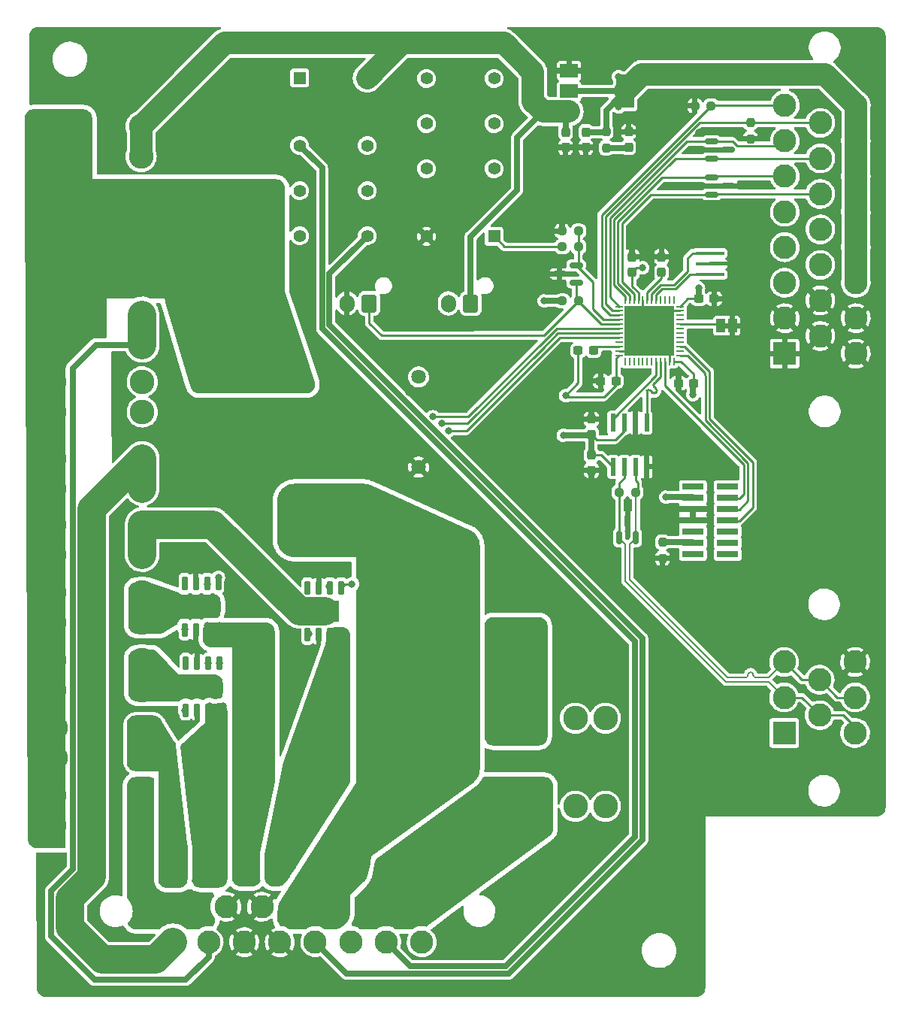
<source format=gbr>
%TF.GenerationSoftware,KiCad,Pcbnew,(6.0.1)*%
%TF.CreationDate,2022-02-14T12:03:47-05:00*%
%TF.ProjectId,rear-control-board,72656172-2d63-46f6-9e74-726f6c2d626f,rev?*%
%TF.SameCoordinates,Original*%
%TF.FileFunction,Copper,L1,Top*%
%TF.FilePolarity,Positive*%
%FSLAX46Y46*%
G04 Gerber Fmt 4.6, Leading zero omitted, Abs format (unit mm)*
G04 Created by KiCad (PCBNEW (6.0.1)) date 2022-02-14 12:03:47*
%MOMM*%
%LPD*%
G01*
G04 APERTURE LIST*
G04 Aperture macros list*
%AMRoundRect*
0 Rectangle with rounded corners*
0 $1 Rounding radius*
0 $2 $3 $4 $5 $6 $7 $8 $9 X,Y pos of 4 corners*
0 Add a 4 corners polygon primitive as box body*
4,1,4,$2,$3,$4,$5,$6,$7,$8,$9,$2,$3,0*
0 Add four circle primitives for the rounded corners*
1,1,$1+$1,$2,$3*
1,1,$1+$1,$4,$5*
1,1,$1+$1,$6,$7*
1,1,$1+$1,$8,$9*
0 Add four rect primitives between the rounded corners*
20,1,$1+$1,$2,$3,$4,$5,0*
20,1,$1+$1,$4,$5,$6,$7,0*
20,1,$1+$1,$6,$7,$8,$9,0*
20,1,$1+$1,$8,$9,$2,$3,0*%
G04 Aperture macros list end*
%TA.AperFunction,ComponentPad*%
%ADD10C,2.780000*%
%TD*%
%TA.AperFunction,ComponentPad*%
%ADD11C,1.635000*%
%TD*%
%TA.AperFunction,ComponentPad*%
%ADD12O,5.340000X2.670000*%
%TD*%
%TA.AperFunction,ComponentPad*%
%ADD13O,2.925000X5.850000*%
%TD*%
%TA.AperFunction,SMDPad,CuDef*%
%ADD14R,2.200000X1.200000*%
%TD*%
%TA.AperFunction,SMDPad,CuDef*%
%ADD15R,6.400000X5.800000*%
%TD*%
%TA.AperFunction,SMDPad,CuDef*%
%ADD16RoundRect,0.237500X-0.237500X0.287500X-0.237500X-0.287500X0.237500X-0.287500X0.237500X0.287500X0*%
%TD*%
%TA.AperFunction,ComponentPad*%
%ADD17RoundRect,0.250000X0.600000X0.750000X-0.600000X0.750000X-0.600000X-0.750000X0.600000X-0.750000X0*%
%TD*%
%TA.AperFunction,ComponentPad*%
%ADD18O,1.700000X2.000000*%
%TD*%
%TA.AperFunction,SMDPad,CuDef*%
%ADD19RoundRect,0.062500X-0.062500X0.375000X-0.062500X-0.375000X0.062500X-0.375000X0.062500X0.375000X0*%
%TD*%
%TA.AperFunction,SMDPad,CuDef*%
%ADD20RoundRect,0.062500X-0.375000X0.062500X-0.375000X-0.062500X0.375000X-0.062500X0.375000X0.062500X0*%
%TD*%
%TA.AperFunction,SMDPad,CuDef*%
%ADD21R,5.600000X5.600000*%
%TD*%
%TA.AperFunction,SMDPad,CuDef*%
%ADD22R,2.000000X1.500000*%
%TD*%
%TA.AperFunction,SMDPad,CuDef*%
%ADD23R,2.000000X3.800000*%
%TD*%
%TA.AperFunction,SMDPad,CuDef*%
%ADD24R,3.200000X0.400000*%
%TD*%
%TA.AperFunction,ComponentPad*%
%ADD25R,1.400000X1.400000*%
%TD*%
%TA.AperFunction,ComponentPad*%
%ADD26C,1.400000*%
%TD*%
%TA.AperFunction,ComponentPad*%
%ADD27R,2.625000X2.625000*%
%TD*%
%TA.AperFunction,ComponentPad*%
%ADD28C,2.625000*%
%TD*%
%TA.AperFunction,SMDPad,CuDef*%
%ADD29RoundRect,0.237500X0.300000X0.237500X-0.300000X0.237500X-0.300000X-0.237500X0.300000X-0.237500X0*%
%TD*%
%TA.AperFunction,SMDPad,CuDef*%
%ADD30RoundRect,0.237500X-0.300000X-0.237500X0.300000X-0.237500X0.300000X0.237500X-0.300000X0.237500X0*%
%TD*%
%TA.AperFunction,SMDPad,CuDef*%
%ADD31RoundRect,0.237500X0.237500X-0.300000X0.237500X0.300000X-0.237500X0.300000X-0.237500X-0.300000X0*%
%TD*%
%TA.AperFunction,SMDPad,CuDef*%
%ADD32RoundRect,0.237500X-0.250000X-0.237500X0.250000X-0.237500X0.250000X0.237500X-0.250000X0.237500X0*%
%TD*%
%TA.AperFunction,SMDPad,CuDef*%
%ADD33RoundRect,0.237500X0.237500X-0.250000X0.237500X0.250000X-0.237500X0.250000X-0.237500X-0.250000X0*%
%TD*%
%TA.AperFunction,SMDPad,CuDef*%
%ADD34RoundRect,0.237500X0.250000X0.237500X-0.250000X0.237500X-0.250000X-0.237500X0.250000X-0.237500X0*%
%TD*%
%TA.AperFunction,SMDPad,CuDef*%
%ADD35RoundRect,0.041300X-0.253700X0.943700X-0.253700X-0.943700X0.253700X-0.943700X0.253700X0.943700X0*%
%TD*%
%TA.AperFunction,SMDPad,CuDef*%
%ADD36R,2.400000X0.740000*%
%TD*%
%TA.AperFunction,SMDPad,CuDef*%
%ADD37RoundRect,0.150000X-0.587500X-0.150000X0.587500X-0.150000X0.587500X0.150000X-0.587500X0.150000X0*%
%TD*%
%TA.AperFunction,SMDPad,CuDef*%
%ADD38RoundRect,0.237500X-0.237500X0.250000X-0.237500X-0.250000X0.237500X-0.250000X0.237500X0.250000X0*%
%TD*%
%TA.AperFunction,SMDPad,CuDef*%
%ADD39R,1.000000X1.500000*%
%TD*%
%TA.AperFunction,SMDPad,CuDef*%
%ADD40RoundRect,0.150000X0.150000X-0.587500X0.150000X0.587500X-0.150000X0.587500X-0.150000X-0.587500X0*%
%TD*%
%TA.AperFunction,SMDPad,CuDef*%
%ADD41RoundRect,0.237500X-0.237500X0.300000X-0.237500X-0.300000X0.237500X-0.300000X0.237500X0.300000X0*%
%TD*%
%TA.AperFunction,SMDPad,CuDef*%
%ADD42RoundRect,0.150000X-0.150000X0.650000X-0.150000X-0.650000X0.150000X-0.650000X0.150000X0.650000X0*%
%TD*%
%TA.AperFunction,ComponentPad*%
%ADD43C,0.500000*%
%TD*%
%TA.AperFunction,SMDPad,CuDef*%
%ADD44R,3.200000X2.400000*%
%TD*%
%TA.AperFunction,SMDPad,CuDef*%
%ADD45RoundRect,0.150000X0.587500X0.150000X-0.587500X0.150000X-0.587500X-0.150000X0.587500X-0.150000X0*%
%TD*%
%TA.AperFunction,ViaPad*%
%ADD46C,0.800000*%
%TD*%
%TA.AperFunction,Conductor*%
%ADD47C,0.254000*%
%TD*%
%TA.AperFunction,Conductor*%
%ADD48C,0.635000*%
%TD*%
%TA.AperFunction,Conductor*%
%ADD49C,2.540000*%
%TD*%
%TA.AperFunction,Conductor*%
%ADD50C,3.175000*%
%TD*%
%TA.AperFunction,Conductor*%
%ADD51C,0.200000*%
%TD*%
%TA.AperFunction,Conductor*%
%ADD52C,0.250000*%
%TD*%
G04 APERTURE END LIST*
%TO.C,JP1*%
G36*
X158824000Y-63412000D02*
G01*
X158324000Y-63412000D01*
X158324000Y-62812000D01*
X158824000Y-62812000D01*
X158824000Y-63412000D01*
G37*
%TD*%
D10*
%TO.P,F4,1*%
%TO.N,+12V*%
X82798000Y-81441500D03*
X82798000Y-78041500D03*
%TO.P,F4,2*%
%TO.N,/FuseBank/FRONT_12V*%
X92718000Y-78041500D03*
X92718000Y-81441500D03*
%TD*%
%TO.P,F3,1*%
%TO.N,+12V*%
X82798000Y-119365500D03*
X82798000Y-115965500D03*
%TO.P,F3,2*%
%TO.N,/FuseBank/RINE_12V*%
X92718000Y-115965500D03*
X92718000Y-119365500D03*
%TD*%
%TO.P,F2,1*%
%TO.N,+12V*%
X82798000Y-96505500D03*
X82798000Y-93105500D03*
%TO.P,F2,2*%
%TO.N,/FAN_12V*%
X92718000Y-96505500D03*
X92718000Y-93105500D03*
%TD*%
%TO.P,F10,1*%
%TO.N,/SSOK*%
X144907000Y-107301000D03*
X141507000Y-107301000D03*
%TO.P,F10,2*%
%TO.N,/FuseBank/TSV*%
X144907000Y-117221000D03*
X141507000Y-117221000D03*
%TD*%
%TO.P,F5,1*%
%TO.N,+12V*%
X82805000Y-72813000D03*
X82805000Y-69413000D03*
%TO.P,F5,2*%
%TO.N,/REAR_12V*%
X92725000Y-69413000D03*
X92725000Y-72813000D03*
%TD*%
%TO.P,F9,1*%
%TO.N,+12V*%
X82798000Y-65320000D03*
X82798000Y-61920000D03*
%TO.P,F9,2*%
%TO.N,/FuseBank/BRB_LOOP*%
X92718000Y-65320000D03*
X92718000Y-61920000D03*
%TD*%
%TO.P,F7,1*%
%TO.N,+12V*%
X82925000Y-108345500D03*
X82925000Y-111745500D03*
%TO.P,F7,2*%
%TO.N,/FuseBank/SPARE_12V*%
X92845000Y-111745500D03*
X92845000Y-108345500D03*
%TD*%
D11*
%TO.P,K1,1*%
%TO.N,/SSOK*%
X123849100Y-68871450D03*
%TO.P,K1,2*%
%TO.N,GND*%
X123849100Y-79031450D03*
D12*
%TO.P,K1,3*%
%TO.N,/BATT_12V*%
X111839100Y-83811450D03*
D13*
%TO.P,K1,4*%
%TO.N,+12V*%
X108409100Y-65061450D03*
%TD*%
D14*
%TO.P,D3,1,K*%
%TO.N,/BATT_12V*%
X128212000Y-97916000D03*
D15*
%TO.P,D3,2,A*%
%TO.N,/charge-controller/dcdc_fuse*%
X134512000Y-100196000D03*
D14*
%TO.P,D3,3,K*%
%TO.N,/BATT_12V*%
X128212000Y-102476000D03*
%TD*%
D16*
%TO.P,D1,1,K*%
%TO.N,GND*%
X147525000Y-41268000D03*
%TO.P,D1,2,A*%
%TO.N,Net-(D1-Pad2)*%
X147525000Y-43018000D03*
%TD*%
D17*
%TO.P,J4,1,Pin_1*%
%TO.N,/FAULT_LATCHER/BMS_SWITCH*%
X118295000Y-60589000D03*
D18*
%TO.P,J4,2,Pin_2*%
%TO.N,GND*%
X115795000Y-60589000D03*
%TD*%
D19*
%TO.P,U1,1,VBAT*%
%TO.N,unconnected-(U1-Pad1)*%
X152623000Y-60244500D03*
%TO.P,U1,2,PC13*%
%TO.N,unconnected-(U1-Pad2)*%
X152123000Y-60244500D03*
%TO.P,U1,3,PC14*%
%TO.N,unconnected-(U1-Pad3)*%
X151623000Y-60244500D03*
%TO.P,U1,4,PC15*%
%TO.N,unconnected-(U1-Pad4)*%
X151123000Y-60244500D03*
%TO.P,U1,5,PH0*%
%TO.N,Net-(U1-Pad5)*%
X150623000Y-60244500D03*
%TO.P,U1,6,PH1*%
%TO.N,Net-(U1-Pad6)*%
X150123000Y-60244500D03*
%TO.P,U1,7,NRST*%
%TO.N,Net-(C5-Pad1)*%
X149623000Y-60244500D03*
%TO.P,U1,8,VSSA*%
%TO.N,GND*%
X149123000Y-60244500D03*
%TO.P,U1,9,VDDA*%
%TO.N,+3V3*%
X148623000Y-60244500D03*
%TO.P,U1,10,PA0*%
%TO.N,/WHEEL_L*%
X148123000Y-60244500D03*
%TO.P,U1,11,PA1*%
%TO.N,/WHEEL_R*%
X147623000Y-60244500D03*
%TO.P,U1,12,PA2*%
%TO.N,/SUSPENSION_L*%
X147123000Y-60244500D03*
D20*
%TO.P,U1,13,PA3*%
%TO.N,/SUSPENSION_R*%
X146435500Y-60932000D03*
%TO.P,U1,14,PA4*%
%TO.N,/WATER_IN-*%
X146435500Y-61432000D03*
%TO.P,U1,15,PA5*%
%TO.N,/WATER_OUT-*%
X146435500Y-61932000D03*
%TO.P,U1,16,PA6*%
%TO.N,/Controller/FAULT_IMD*%
X146435500Y-62432000D03*
%TO.P,U1,17,PA7*%
%TO.N,/FAULT_LATCHER/BMS_SWITCH*%
X146435500Y-62932000D03*
%TO.P,U1,18,PB0*%
%TO.N,/Controller/PUMP_CTRL*%
X146435500Y-63432000D03*
%TO.P,U1,19,PB1*%
%TO.N,/Controller/FAN_CTRL*%
X146435500Y-63932000D03*
%TO.P,U1,20,PB2*%
%TO.N,/Controller/BRAKE_CTRL*%
X146435500Y-64432000D03*
%TO.P,U1,21,PB10*%
%TO.N,unconnected-(U1-Pad21)*%
X146435500Y-64932000D03*
%TO.P,U1,22,VCAP_1*%
%TO.N,Net-(C4-Pad1)*%
X146435500Y-65432000D03*
%TO.P,U1,23,VSS*%
%TO.N,GND*%
X146435500Y-65932000D03*
%TO.P,U1,24,VDD*%
%TO.N,+3V3*%
X146435500Y-66432000D03*
D19*
%TO.P,U1,25,PB12*%
%TO.N,unconnected-(U1-Pad25)*%
X147123000Y-67119500D03*
%TO.P,U1,26,PB13*%
%TO.N,unconnected-(U1-Pad26)*%
X147623000Y-67119500D03*
%TO.P,U1,27,PB14*%
%TO.N,unconnected-(U1-Pad27)*%
X148123000Y-67119500D03*
%TO.P,U1,28,PB15*%
%TO.N,unconnected-(U1-Pad28)*%
X148623000Y-67119500D03*
%TO.P,U1,29,PA8*%
%TO.N,unconnected-(U1-Pad29)*%
X149123000Y-67119500D03*
%TO.P,U1,30,PA9*%
%TO.N,unconnected-(U1-Pad30)*%
X149623000Y-67119500D03*
%TO.P,U1,31,PA10*%
%TO.N,unconnected-(U1-Pad31)*%
X150123000Y-67119500D03*
%TO.P,U1,32,PA11*%
%TO.N,/Controller/CAN_RX*%
X150623000Y-67119500D03*
%TO.P,U1,33,PA12*%
%TO.N,/Controller/CAN_TX*%
X151123000Y-67119500D03*
%TO.P,U1,34,PA13*%
%TO.N,A13_SWDIO*%
X151623000Y-67119500D03*
%TO.P,U1,35,VSS*%
%TO.N,GND*%
X152123000Y-67119500D03*
%TO.P,U1,36,VDD*%
%TO.N,+3V3*%
X152623000Y-67119500D03*
D20*
%TO.P,U1,37,PA14*%
%TO.N,A14_SWCLK*%
X153310500Y-66432000D03*
%TO.P,U1,38,PA15*%
%TO.N,unconnected-(U1-Pad38)*%
X153310500Y-65932000D03*
%TO.P,U1,39,PB3*%
%TO.N,B3_TRACESWO*%
X153310500Y-65432000D03*
%TO.P,U1,40,PB4*%
%TO.N,unconnected-(U1-Pad40)*%
X153310500Y-64932000D03*
%TO.P,U1,41,PB5*%
%TO.N,unconnected-(U1-Pad41)*%
X153310500Y-64432000D03*
%TO.P,U1,42,PB6*%
%TO.N,unconnected-(U1-Pad42)*%
X153310500Y-63932000D03*
%TO.P,U1,43,PB7*%
%TO.N,unconnected-(U1-Pad43)*%
X153310500Y-63432000D03*
%TO.P,U1,44,BOOT0*%
%TO.N,Net-(JP1-Pad2)*%
X153310500Y-62932000D03*
%TO.P,U1,45,PB8*%
%TO.N,unconnected-(U1-Pad45)*%
X153310500Y-62432000D03*
%TO.P,U1,46,PB9*%
%TO.N,unconnected-(U1-Pad46)*%
X153310500Y-61932000D03*
%TO.P,U1,47,VSS*%
%TO.N,GND*%
X153310500Y-61432000D03*
%TO.P,U1,48,VDD*%
%TO.N,+3V3*%
X153310500Y-60932000D03*
D21*
%TO.P,U1,49,VSS*%
%TO.N,GND*%
X149873000Y-63682000D03*
%TD*%
D22*
%TO.P,U3,1,GND*%
%TO.N,GND*%
X140819000Y-34396000D03*
%TO.P,U3,2,VO*%
%TO.N,+3V3*%
X140819000Y-36696000D03*
D23*
X147119000Y-36696000D03*
D22*
%TO.P,U3,3,VI*%
%TO.N,INT_12V*%
X140819000Y-38996000D03*
%TD*%
D24*
%TO.P,Y1,1,1*%
%TO.N,Net-(U1-Pad5)*%
X156669000Y-57327000D03*
%TO.P,Y1,2,2*%
%TO.N,GND*%
X156669000Y-56127000D03*
%TO.P,Y1,3,3*%
%TO.N,Net-(U1-Pad6)*%
X156669000Y-54927000D03*
%TD*%
D25*
%TO.P,K2,1*%
%TO.N,/FAULT_LATCHER/BMS_SWITCH*%
X110456500Y-35199000D03*
D26*
%TO.P,K2,4*%
%TO.N,/FAULT_BMS*%
X110456500Y-42819000D03*
%TO.P,K2,6*%
%TO.N,unconnected-(K2-Pad6)*%
X110456500Y-47899000D03*
%TO.P,K2,8*%
%TO.N,/FAULT_LATCHER/BMS_SWITCH*%
X110456500Y-52979000D03*
%TO.P,K2,9*%
%TO.N,/BRB_RTN*%
X118076500Y-52979000D03*
%TO.P,K2,11*%
%TO.N,unconnected-(K2-Pad11)*%
X118076500Y-47899000D03*
%TO.P,K2,13*%
%TO.N,Net-(K2-Pad13)*%
X118076500Y-42819000D03*
%TO.P,K2,16*%
%TO.N,INT_12V*%
X118076500Y-35199000D03*
%TD*%
D10*
%TO.P,F1,1*%
%TO.N,+12V*%
X82671000Y-40654500D03*
X82671000Y-44054500D03*
%TO.P,F1,2*%
%TO.N,INT_12V*%
X92591000Y-40654500D03*
X92591000Y-44054500D03*
%TD*%
%TO.P,F6,1*%
%TO.N,+12V*%
X82798000Y-100725500D03*
X82798000Y-104125500D03*
%TO.P,F6,2*%
%TO.N,/PUMP_12V*%
X92718000Y-100725500D03*
X92718000Y-104125500D03*
%TD*%
D27*
%TO.P,J3,1,Pin_1*%
%TO.N,/REAR_12V*%
X165046000Y-108965500D03*
D28*
%TO.P,J3,2,Pin_2*%
%TO.N,/CAN_N*%
X165046000Y-104965500D03*
%TO.P,J3,3,Pin_3*%
%TO.N,/CAN_P*%
X165046000Y-100965500D03*
%TO.P,J3,4,Pin_4*%
%TO.N,/CAN_N*%
X169046000Y-106965500D03*
%TO.P,J3,5,Pin_5*%
%TO.N,/CAN_P*%
X169046000Y-102965500D03*
%TO.P,J3,6,Pin_6*%
%TO.N,/CAN_N*%
X173046000Y-108965500D03*
%TO.P,J3,7,Pin_7*%
%TO.N,/CAN_P*%
X173046000Y-104965500D03*
%TO.P,J3,8,Pin_8*%
%TO.N,GND*%
X173046000Y-100965500D03*
%TD*%
D10*
%TO.P,F11,1*%
%TO.N,/charge-controller/dcdc_fuse*%
X136652000Y-107301000D03*
X133252000Y-107301000D03*
%TO.P,F11,2*%
%TO.N,/DCDC_IN*%
X133252000Y-117221000D03*
X136652000Y-117221000D03*
%TD*%
%TO.P,F8,1*%
%TO.N,+12V*%
X82798000Y-88885500D03*
X82798000Y-85485500D03*
%TO.P,F8,2*%
%TO.N,/BRAKE_12V*%
X92718000Y-88885500D03*
X92718000Y-85485500D03*
%TD*%
D29*
%TO.P,C9,1*%
%TO.N,+3V3*%
X154864500Y-69589000D03*
%TO.P,C9,2*%
%TO.N,GND*%
X153139500Y-69589000D03*
%TD*%
D30*
%TO.P,C10,1*%
%TO.N,+3V3*%
X155425500Y-60064000D03*
%TO.P,C10,2*%
%TO.N,GND*%
X157150500Y-60064000D03*
%TD*%
D29*
%TO.P,C11,1*%
%TO.N,+3V3*%
X146101500Y-69335000D03*
%TO.P,C11,2*%
%TO.N,GND*%
X144376500Y-69335000D03*
%TD*%
D31*
%TO.P,C12,1*%
%TO.N,+3V3*%
X143334000Y-75342500D03*
%TO.P,C12,2*%
%TO.N,GND*%
X143334000Y-73617500D03*
%TD*%
D32*
%TO.P,R3,1*%
%TO.N,+3V3*%
X140057000Y-60318000D03*
%TO.P,R3,2*%
%TO.N,/FAULT_LATCHER/BMS_SWITCH*%
X141882000Y-60318000D03*
%TD*%
D33*
%TO.P,R2,1*%
%TO.N,Net-(D1-Pad2)*%
X144985000Y-43069500D03*
%TO.P,R2,2*%
%TO.N,+3V3*%
X144985000Y-41244500D03*
%TD*%
D31*
%TO.P,C5,1*%
%TO.N,Net-(C5-Pad1)*%
X151233400Y-57091100D03*
%TO.P,C5,2*%
%TO.N,GND*%
X151233400Y-55366100D03*
%TD*%
%TO.P,C7,1*%
%TO.N,+3V3*%
X147906000Y-57091100D03*
%TO.P,C7,2*%
%TO.N,GND*%
X147906000Y-55366100D03*
%TD*%
D29*
%TO.P,C4,1*%
%TO.N,Net-(C4-Pad1)*%
X143561500Y-65906000D03*
%TO.P,C4,2*%
%TO.N,+3V3*%
X141836500Y-65906000D03*
%TD*%
D32*
%TO.P,R5,1*%
%TO.N,/FAULT_LATCHER/IMD_SWITCH*%
X140033500Y-54222000D03*
%TO.P,R5,2*%
%TO.N,/Controller/FAULT_IMD*%
X141858500Y-54222000D03*
%TD*%
D34*
%TO.P,R6,1*%
%TO.N,/CAN_P*%
X148310500Y-81846000D03*
%TO.P,R6,2*%
%TO.N,/CAN_N*%
X146485500Y-81846000D03*
%TD*%
D35*
%TO.P,U4,1,TXD*%
%TO.N,/Controller/CAN_TX*%
X149557000Y-74037000D03*
%TO.P,U4,2,GND*%
%TO.N,GND*%
X148287000Y-74037000D03*
%TO.P,U4,3,VDD*%
%TO.N,+3V3*%
X147017000Y-74037000D03*
%TO.P,U4,4,RXD*%
%TO.N,/Controller/CAN_RX*%
X145747000Y-74037000D03*
%TO.P,U4,5,VL*%
%TO.N,+3V3*%
X145747000Y-78987000D03*
%TO.P,U4,6,CANL*%
%TO.N,/CAN_N*%
X147017000Y-78987000D03*
%TO.P,U4,7,CANH*%
%TO.N,/CAN_P*%
X148287000Y-78987000D03*
%TO.P,U4,8,STBY*%
%TO.N,GND*%
X149557000Y-78987000D03*
%TD*%
D36*
%TO.P,J6,1,Pin_1*%
%TO.N,unconnected-(J6-Pad1)*%
X154769000Y-81216500D03*
%TO.P,J6,2,Pin_2*%
%TO.N,unconnected-(J6-Pad2)*%
X158669000Y-81216500D03*
%TO.P,J6,3,Pin_3*%
%TO.N,+3V3*%
X154769000Y-82486500D03*
%TO.P,J6,4,Pin_4*%
%TO.N,A13_SWDIO*%
X158669000Y-82486500D03*
%TO.P,J6,5,Pin_5*%
%TO.N,GND*%
X154769000Y-83756500D03*
%TO.P,J6,6,Pin_6*%
%TO.N,A14_SWCLK*%
X158669000Y-83756500D03*
%TO.P,J6,7,Pin_7*%
%TO.N,GND*%
X154769000Y-85026500D03*
%TO.P,J6,8,Pin_8*%
%TO.N,B3_TRACESWO*%
X158669000Y-85026500D03*
%TO.P,J6,9,Pin_9*%
%TO.N,unconnected-(J6-Pad9)*%
X154769000Y-86296500D03*
%TO.P,J6,10,Pin_10*%
%TO.N,unconnected-(J6-Pad10)*%
X158669000Y-86296500D03*
%TO.P,J6,11,Pin_11*%
%TO.N,Net-(J6-Pad11)*%
X154769000Y-87566500D03*
%TO.P,J6,12,Pin_12*%
%TO.N,unconnected-(J6-Pad12)*%
X158669000Y-87566500D03*
%TO.P,J6,13,Pin_13*%
%TO.N,unconnected-(J6-Pad13)*%
X154769000Y-88836500D03*
%TO.P,J6,14,Pin_14*%
%TO.N,unconnected-(J6-Pad14)*%
X158669000Y-88836500D03*
%TD*%
D17*
%TO.P,J5,1,Pin_1*%
%TO.N,INT_12V*%
X129725000Y-60589000D03*
D18*
%TO.P,J5,2,Pin_2*%
%TO.N,/FAULT_LATCHER/IMD_SWITCH*%
X127225000Y-60589000D03*
%TD*%
D27*
%TO.P,J2,1,Pin_1*%
%TO.N,GND*%
X165117500Y-66260500D03*
D28*
%TO.P,J2,2,Pin_2*%
X165117500Y-62260500D03*
%TO.P,J2,3,Pin_3*%
%TO.N,unconnected-(J2-Pad3)*%
X165117500Y-58260500D03*
%TO.P,J2,4,Pin_4*%
%TO.N,unconnected-(J2-Pad4)*%
X165117500Y-54260500D03*
%TO.P,J2,5,Pin_5*%
%TO.N,unconnected-(J2-Pad5)*%
X165117500Y-50260500D03*
%TO.P,J2,6,Pin_6*%
%TO.N,/WHEEL_R*%
X165117500Y-46260500D03*
%TO.P,J2,7,Pin_7*%
%TO.N,/SUSPENSION_R*%
X165117500Y-42260500D03*
%TO.P,J2,8,Pin_8*%
%TO.N,/WATER_OUT-*%
X165117500Y-38260500D03*
%TO.P,J2,9,Pin_9*%
%TO.N,GND*%
X169117500Y-64260500D03*
%TO.P,J2,10,Pin_10*%
X169117500Y-60260500D03*
%TO.P,J2,11,Pin_11*%
%TO.N,unconnected-(J2-Pad11)*%
X169117500Y-56260500D03*
%TO.P,J2,12,Pin_12*%
%TO.N,unconnected-(J2-Pad12)*%
X169117500Y-52260500D03*
%TO.P,J2,13,Pin_13*%
%TO.N,/WHEEL_L*%
X169117500Y-48260500D03*
%TO.P,J2,14,Pin_14*%
%TO.N,/SUSPENSION_L*%
X169117500Y-44260500D03*
%TO.P,J2,15,Pin_15*%
%TO.N,/WATER_IN-*%
X169117500Y-40260500D03*
%TO.P,J2,16,Pin_16*%
%TO.N,GND*%
X173117500Y-66260500D03*
%TO.P,J2,17,Pin_17*%
X173117500Y-62260500D03*
%TO.P,J2,18,Pin_18*%
%TO.N,+3V3*%
X173117500Y-58260500D03*
%TO.P,J2,19,Pin_19*%
X173117500Y-54260500D03*
%TO.P,J2,20,Pin_20*%
X173117500Y-50260500D03*
%TO.P,J2,21,Pin_21*%
X173117500Y-46260500D03*
%TO.P,J2,22,Pin_22*%
X173117500Y-42260500D03*
%TO.P,J2,23,Pin_23*%
X173117500Y-38260500D03*
%TD*%
D37*
%TO.P,D8,1,K*%
%TO.N,/WHEEL_R*%
X156874500Y-46414000D03*
%TO.P,D8,2,K*%
%TO.N,/WHEEL_L*%
X156874500Y-48314000D03*
%TO.P,D8,3,A*%
%TO.N,GND*%
X158749500Y-47364000D03*
%TD*%
D38*
%TO.P,R7,1*%
%TO.N,/WATER_IN-*%
X161241000Y-40228500D03*
%TO.P,R7,2*%
%TO.N,GND*%
X161241000Y-42053500D03*
%TD*%
D39*
%TO.P,JP1,1,A*%
%TO.N,GND*%
X159224000Y-63112000D03*
%TO.P,JP1,2,B*%
%TO.N,Net-(JP1-Pad2)*%
X157924000Y-63112000D03*
%TD*%
D40*
%TO.P,D9,1,K*%
%TO.N,/CAN_N*%
X146448000Y-86974500D03*
%TO.P,D9,2,K*%
%TO.N,/CAN_P*%
X148348000Y-86974500D03*
%TO.P,D9,3,A*%
%TO.N,GND*%
X147398000Y-85099500D03*
%TD*%
D41*
%TO.P,C6,1*%
%TO.N,+3V3*%
X142699000Y-41294500D03*
%TO.P,C6,2*%
%TO.N,GND*%
X142699000Y-43019500D03*
%TD*%
D27*
%TO.P,J1,1,Pin_1*%
%TO.N,/FuseBank/SPARE_12V*%
X96205000Y-124524500D03*
D28*
%TO.P,J1,2,Pin_2*%
%TO.N,/PUMP_CTRL_12V*%
X100205000Y-124524500D03*
%TO.P,J1,3,Pin_3*%
%TO.N,/FAN_CTRL_12V*%
X104205000Y-124524500D03*
%TO.P,J1,4,Pin_4*%
%TO.N,/BRAKE_CTRL_12V*%
X108205000Y-124524500D03*
%TO.P,J1,5,Pin_5*%
%TO.N,/BATT_12V*%
X112205000Y-124524500D03*
%TO.P,J1,6,Pin_6*%
X116205000Y-124524500D03*
%TO.P,J1,7,Pin_7*%
%TO.N,/DCDC_IN*%
X120205000Y-124524500D03*
%TO.P,J1,8,Pin_8*%
X124205000Y-124524500D03*
%TO.P,J1,9,Pin_9*%
%TO.N,/FuseBank/RINE_12V*%
X98205000Y-128524500D03*
%TO.P,J1,10,Pin_10*%
%TO.N,GND*%
X102205000Y-128524500D03*
%TO.P,J1,11,Pin_11*%
X106205000Y-128524500D03*
%TO.P,J1,12,Pin_12*%
%TO.N,/BATT_12V*%
X110205000Y-128524500D03*
%TO.P,J1,13,Pin_13*%
X114205000Y-128524500D03*
%TO.P,J1,14,Pin_14*%
%TO.N,/DCDC_IN*%
X118205000Y-128524500D03*
%TO.P,J1,15,Pin_15*%
X122205000Y-128524500D03*
%TO.P,J1,16,Pin_16*%
%TO.N,/FuseBank/FRONT_12V*%
X96205000Y-132524500D03*
%TO.P,J1,17,Pin_17*%
%TO.N,/FuseBank/BRB_LOOP*%
X100205000Y-132524500D03*
%TO.P,J1,18,Pin_18*%
%TO.N,GND*%
X104205000Y-132524500D03*
%TO.P,J1,19,Pin_19*%
X108205000Y-132524500D03*
%TO.P,J1,20,Pin_20*%
%TO.N,/BRB_RTN*%
X112205000Y-132524500D03*
%TO.P,J1,21,Pin_21*%
%TO.N,/FAULT_IMD*%
X116205000Y-132524500D03*
%TO.P,J1,22,Pin_22*%
%TO.N,/FAULT_BMS*%
X120205000Y-132524500D03*
%TO.P,J1,23,Pin_23*%
%TO.N,/FuseBank/TSV*%
X124205000Y-132524500D03*
%TD*%
D34*
%TO.P,R4,1*%
%TO.N,/WATER_OUT-*%
X156819500Y-38347000D03*
%TO.P,R4,2*%
%TO.N,GND*%
X154994500Y-38347000D03*
%TD*%
D42*
%TO.P,U6,1,SS*%
%TO.N,Net-(U6-Pad1)*%
X101424000Y-101102000D03*
%TO.P,U6,2,ILIM*%
%TO.N,Net-(U6-Pad2)*%
X100154000Y-101102000D03*
%TO.P,U6,3,GND*%
%TO.N,GND*%
X98884000Y-101102000D03*
%TO.P,U6,4,FLAG*%
%TO.N,unconnected-(U6-Pad4)*%
X97614000Y-101102000D03*
%TO.P,U6,5,EN*%
%TO.N,Net-(U6-Pad5)*%
X97614000Y-106402000D03*
%TO.P,U6,6,N.C.*%
%TO.N,GND*%
X98884000Y-106402000D03*
%TO.P,U6,7,OUT*%
%TO.N,/PUMP_CTRL_12V*%
X100154000Y-106402000D03*
%TO.P,U6,8,OUT*%
X101424000Y-106402000D03*
D43*
%TO.P,U6,9,VIN*%
%TO.N,/PUMP_12V*%
X100869000Y-104702000D03*
X100869000Y-102802000D03*
X99519000Y-104702000D03*
X98169000Y-102802000D03*
D44*
X99519000Y-103752000D03*
D43*
X98169000Y-104702000D03*
X99519000Y-102802000D03*
%TD*%
D25*
%TO.P,K3,1*%
%TO.N,/FAULT_LATCHER/IMD_SWITCH*%
X132364500Y-53046500D03*
D26*
%TO.P,K3,4*%
%TO.N,/FAULT_IMD*%
X132364500Y-45426500D03*
%TO.P,K3,6*%
%TO.N,unconnected-(K3-Pad6)*%
X132364500Y-40346500D03*
%TO.P,K3,8*%
%TO.N,/FAULT_LATCHER/IMD_SWITCH*%
X132364500Y-35266500D03*
%TO.P,K3,9*%
%TO.N,Net-(K2-Pad13)*%
X124744500Y-35266500D03*
%TO.P,K3,11*%
%TO.N,unconnected-(K3-Pad11)*%
X124744500Y-40346500D03*
%TO.P,K3,13*%
%TO.N,/SSOK*%
X124744500Y-45426500D03*
%TO.P,K3,16*%
%TO.N,GND*%
X124744500Y-53046500D03*
%TD*%
D37*
%TO.P,D7,1,K*%
%TO.N,/SUSPENSION_R*%
X156874500Y-42350000D03*
%TO.P,D7,2,K*%
%TO.N,/SUSPENSION_L*%
X156874500Y-44250000D03*
%TO.P,D7,3,A*%
%TO.N,GND*%
X158749500Y-43300000D03*
%TD*%
D42*
%TO.P,U5,1,SS*%
%TO.N,Net-(U5-Pad1)*%
X101297000Y-92085000D03*
%TO.P,U5,2,ILIM*%
%TO.N,Net-(U5-Pad2)*%
X100027000Y-92085000D03*
%TO.P,U5,3,GND*%
%TO.N,GND*%
X98757000Y-92085000D03*
%TO.P,U5,4,FLAG*%
%TO.N,unconnected-(U5-Pad4)*%
X97487000Y-92085000D03*
%TO.P,U5,5,EN*%
%TO.N,Net-(R11-Pad2)*%
X97487000Y-97385000D03*
%TO.P,U5,6,N.C.*%
%TO.N,GND*%
X98757000Y-97385000D03*
%TO.P,U5,7,OUT*%
%TO.N,/FAN_CTRL_12V*%
X100027000Y-97385000D03*
%TO.P,U5,8,OUT*%
X101297000Y-97385000D03*
D43*
%TO.P,U5,9,VIN*%
%TO.N,/FAN_12V*%
X98042000Y-95685000D03*
X100742000Y-95685000D03*
X99392000Y-93785000D03*
X100742000Y-93785000D03*
D44*
X99392000Y-94735000D03*
D43*
X99392000Y-95685000D03*
X98042000Y-93785000D03*
%TD*%
D42*
%TO.P,U7,1,SS*%
%TO.N,Net-(U7-Pad1)*%
X115140000Y-92593000D03*
%TO.P,U7,2,ILIM*%
%TO.N,Net-(U7-Pad2)*%
X113870000Y-92593000D03*
%TO.P,U7,3,GND*%
%TO.N,GND*%
X112600000Y-92593000D03*
%TO.P,U7,4,FLAG*%
%TO.N,unconnected-(U7-Pad4)*%
X111330000Y-92593000D03*
%TO.P,U7,5,EN*%
%TO.N,Net-(R13-Pad2)*%
X111330000Y-97893000D03*
%TO.P,U7,6,N.C.*%
%TO.N,GND*%
X112600000Y-97893000D03*
%TO.P,U7,7,OUT*%
%TO.N,/BRAKE_CTRL_12V*%
X113870000Y-97893000D03*
%TO.P,U7,8,OUT*%
X115140000Y-97893000D03*
D43*
%TO.P,U7,9,VIN*%
%TO.N,/BRAKE_12V*%
X113235000Y-96193000D03*
X113235000Y-94293000D03*
X111885000Y-94293000D03*
X111885000Y-96193000D03*
X114585000Y-94293000D03*
X114585000Y-96193000D03*
D44*
X113235000Y-95243000D03*
%TD*%
D34*
%TO.P,R8,1*%
%TO.N,/Controller/FAULT_IMD*%
X141858500Y-52444000D03*
%TO.P,R8,2*%
%TO.N,GND*%
X140033500Y-52444000D03*
%TD*%
D41*
%TO.P,C8,1*%
%TO.N,+3V3*%
X143334000Y-77681500D03*
%TO.P,C8,2*%
%TO.N,GND*%
X143334000Y-79406500D03*
%TD*%
D33*
%TO.P,R10,1*%
%TO.N,GND*%
X151335000Y-89297500D03*
%TO.P,R10,2*%
%TO.N,Net-(J6-Pad11)*%
X151335000Y-87472500D03*
%TD*%
D45*
%TO.P,D6,1,K*%
%TO.N,/FAULT_LATCHER/BMS_SWITCH*%
X141604500Y-58220000D03*
%TO.P,D6,2,K*%
%TO.N,/Controller/FAULT_IMD*%
X141604500Y-56320000D03*
%TO.P,D6,3,A*%
%TO.N,GND*%
X139729500Y-57270000D03*
%TD*%
D41*
%TO.P,C1,1*%
%TO.N,INT_12V*%
X140413000Y-41294500D03*
%TO.P,C1,2*%
%TO.N,GND*%
X140413000Y-43019500D03*
%TD*%
D46*
%TO.N,GND*%
X97995000Y-90544000D03*
X137619000Y-55619000D03*
X151843000Y-65652000D03*
X141556000Y-73526000D03*
X97080600Y-108247800D03*
X89994000Y-122548000D03*
X131142000Y-78733000D03*
X149303000Y-58260600D03*
X124030000Y-71748000D03*
X155297400Y-47389400D03*
X137619000Y-52952000D03*
X89994000Y-124326000D03*
X149506200Y-55161800D03*
X128602000Y-76320000D03*
X137619000Y-56762000D03*
X153113000Y-68446000D03*
X155195800Y-43274600D03*
X149430000Y-76447000D03*
X144477000Y-67557000D03*
X147779000Y-61588000D03*
X89994000Y-125977000D03*
X147017000Y-76447000D03*
X121617000Y-69335000D03*
X137619000Y-51682000D03*
X151905000Y-61650000D03*
X141429000Y-79368000D03*
X147904500Y-65650500D03*
X147398000Y-83432000D03*
X90019400Y-98900600D03*
X97106000Y-99053000D03*
X122760000Y-70605000D03*
X155449800Y-41344200D03*
X129872000Y-77590000D03*
%TO.N,+3V3*%
X146382000Y-38474000D03*
X147906000Y-36696000D03*
X140159000Y-75431000D03*
X151716000Y-82416000D03*
X146382000Y-35045000D03*
X154764000Y-70859000D03*
X149099800Y-56584200D03*
X138000000Y-60318000D03*
X140413000Y-70986000D03*
X155399000Y-58870200D03*
%TO.N,/FAN_CTRL_12V*%
X101424000Y-96894000D03*
X100027000Y-96894000D03*
%TO.N,/PUMP_CTRL_12V*%
X101805000Y-105911000D03*
X100281000Y-105911000D03*
%TO.N,/Controller/FAN_CTRL*%
X126443000Y-74087147D03*
%TO.N,/Controller/PUMP_CTRL*%
X125465352Y-73360647D03*
%TO.N,/Controller/BRAKE_CTRL*%
X127205000Y-74923000D03*
%TO.N,/charge-controller/dcdc_fuse*%
X131878600Y-102558200D03*
X137111000Y-102558200D03*
X131827800Y-97732200D03*
X137009400Y-97833800D03*
%TO.N,Net-(R11-Pad2)*%
X97487000Y-97275000D03*
%TO.N,Net-(U5-Pad1)*%
X101297000Y-91433000D03*
%TO.N,Net-(R13-Pad2)*%
X111457000Y-97783000D03*
%TO.N,Net-(U5-Pad2)*%
X100027000Y-92195000D03*
%TO.N,Net-(U6-Pad5)*%
X97487000Y-106419000D03*
%TO.N,Net-(U6-Pad1)*%
X101432500Y-101093500D03*
%TO.N,Net-(U6-Pad2)*%
X100154000Y-101102000D03*
%TO.N,Net-(U7-Pad1)*%
X116283000Y-92195000D03*
%TO.N,Net-(U7-Pad2)*%
X113743000Y-92449000D03*
%TD*%
D47*
%TO.N,GND*%
X146435500Y-65932000D02*
X147623000Y-65932000D01*
X147623000Y-65932000D02*
X147904500Y-65650500D01*
X149123000Y-62932000D02*
X149873000Y-63682000D01*
X149123000Y-60244500D02*
X149123000Y-62932000D01*
X152123000Y-67119500D02*
X152123000Y-65932000D01*
X153310500Y-61432000D02*
X152123000Y-61432000D01*
X152123000Y-61432000D02*
X151905000Y-61650000D01*
X151905000Y-61650000D02*
X149873000Y-63682000D01*
X152123000Y-65932000D02*
X151843000Y-65652000D01*
X151843000Y-65652000D02*
X149873000Y-63682000D01*
X147904500Y-65650500D02*
X149873000Y-63682000D01*
D48*
%TO.N,+3V3*%
X154698500Y-82416000D02*
X154769000Y-82486500D01*
D47*
X149099800Y-56584200D02*
X148412900Y-56584200D01*
X146101500Y-69335000D02*
X146101500Y-69742500D01*
X153437500Y-67119500D02*
X152623000Y-67119500D01*
D48*
X142699000Y-41294500D02*
X144935000Y-41294500D01*
X151716000Y-82416000D02*
X154698500Y-82416000D01*
D47*
X148412900Y-56584200D02*
X147906000Y-57091100D01*
D48*
X144935000Y-41294500D02*
X144985000Y-41244500D01*
D49*
X173117500Y-58260500D02*
X173117500Y-38260500D01*
D47*
X154864500Y-68546500D02*
X153437500Y-67119500D01*
X155425500Y-60064000D02*
X154178500Y-60064000D01*
X144731000Y-71113000D02*
X140540000Y-71113000D01*
X141836500Y-69562500D02*
X140413000Y-70986000D01*
D48*
X140819000Y-36696000D02*
X147119000Y-36696000D01*
D47*
X154178500Y-60064000D02*
X153310500Y-60932000D01*
D48*
X143334000Y-77681500D02*
X143334000Y-75342500D01*
D47*
X147906000Y-58660626D02*
X147906000Y-57091100D01*
D48*
X144985000Y-41244500D02*
X144985000Y-38830000D01*
D47*
X140540000Y-71113000D02*
X140413000Y-70986000D01*
X148623000Y-60244500D02*
X148623000Y-59377626D01*
D48*
X154764000Y-70859000D02*
X154764000Y-69689500D01*
D49*
X169648000Y-34791000D02*
X149024000Y-34791000D01*
X173117500Y-38260500D02*
X169648000Y-34791000D01*
D47*
X143334000Y-77681500D02*
X144441500Y-77681500D01*
X146101500Y-69335000D02*
X146101500Y-66766000D01*
D48*
X155399000Y-58870200D02*
X155399000Y-60037500D01*
D47*
X146101500Y-69742500D02*
X144731000Y-71113000D01*
X147017000Y-74923000D02*
X146001000Y-75939000D01*
X148623000Y-59377626D02*
X147906000Y-58660626D01*
X141836500Y-65906000D02*
X141836500Y-69562500D01*
X144441500Y-77681500D02*
X145747000Y-78987000D01*
X143930500Y-75939000D02*
X143334000Y-75342500D01*
D48*
X154764000Y-69689500D02*
X154864500Y-69589000D01*
X155399000Y-60037500D02*
X155425500Y-60064000D01*
X144985000Y-38830000D02*
X147119000Y-36696000D01*
D47*
X147017000Y-74037000D02*
X147017000Y-74923000D01*
X146001000Y-75939000D02*
X143930500Y-75939000D01*
D48*
X143245500Y-75431000D02*
X143334000Y-75342500D01*
X140159000Y-75431000D02*
X143245500Y-75431000D01*
D47*
X154864500Y-68546500D02*
X154864500Y-69589000D01*
D49*
X149024000Y-34791000D02*
X147119000Y-36696000D01*
D48*
X138000000Y-60318000D02*
X140057000Y-60318000D01*
D47*
X146101500Y-66766000D02*
X146435500Y-66432000D01*
D48*
%TO.N,INT_12V*%
X140413000Y-41294500D02*
X140413000Y-39402000D01*
D49*
X136730000Y-37839000D02*
X137873000Y-38982000D01*
X121838250Y-31274250D02*
X127292750Y-31274250D01*
X92591000Y-40654500D02*
X92591000Y-44054500D01*
X136730000Y-34537000D02*
X136730000Y-37839000D01*
X140805000Y-38982000D02*
X140819000Y-38996000D01*
D48*
X129725000Y-53063000D02*
X134941000Y-47847000D01*
D49*
X92591000Y-40654500D02*
X101971250Y-31274250D01*
X137873000Y-38982000D02*
X140805000Y-38982000D01*
D48*
X129725000Y-60589000D02*
X129725000Y-53063000D01*
D49*
X101971250Y-31274250D02*
X121838250Y-31274250D01*
D48*
X134941000Y-41914000D02*
X137873000Y-38982000D01*
X140413000Y-39402000D02*
X140819000Y-38996000D01*
X134941000Y-47847000D02*
X134941000Y-41914000D01*
D49*
X127292750Y-31274250D02*
X133467250Y-31274250D01*
X133467250Y-31274250D02*
X136730000Y-34537000D01*
X118076500Y-35199000D02*
X121838250Y-31437250D01*
X121838250Y-31437250D02*
X121838250Y-31274250D01*
D47*
%TO.N,Net-(C5-Pad1)*%
X149623000Y-60244500D02*
X149623000Y-59350252D01*
X151233400Y-57739852D02*
X151233400Y-57091100D01*
X149623000Y-59350252D02*
X151233400Y-57739852D01*
%TO.N,/FAULT_LATCHER/BMS_SWITCH*%
X141882000Y-60318000D02*
X141882000Y-60390000D01*
X130291000Y-64187000D02*
X130261000Y-64217000D01*
X141882000Y-60390000D02*
X144424000Y-62932000D01*
X141604500Y-58220000D02*
X141604500Y-60040500D01*
X119699400Y-64217000D02*
X118295000Y-62812600D01*
X130261000Y-64217000D02*
X119699400Y-64217000D01*
X144424000Y-62932000D02*
X146435500Y-62932000D01*
X141604500Y-60040500D02*
X141882000Y-60318000D01*
X138013000Y-64187000D02*
X130291000Y-64187000D01*
X118295000Y-62812600D02*
X118295000Y-60589000D01*
X141882000Y-60318000D02*
X138013000Y-64187000D01*
%TO.N,/FAULT_LATCHER/IMD_SWITCH*%
X133540000Y-54222000D02*
X132364500Y-53046500D01*
X140033500Y-54222000D02*
X133540000Y-54222000D01*
D50*
%TO.N,/FuseBank/FRONT_12V*%
X87018520Y-125142480D02*
X84533000Y-127628000D01*
X84533000Y-130803000D02*
X88216000Y-134486000D01*
X84533000Y-127628000D02*
X84533000Y-130803000D01*
X94243500Y-134486000D02*
X96205000Y-132524500D01*
X92718000Y-78041500D02*
X87018520Y-83740980D01*
X88216000Y-134486000D02*
X94243500Y-134486000D01*
X92718000Y-78041500D02*
X92718000Y-81441500D01*
X87018520Y-83740980D02*
X87018520Y-125142480D01*
%TO.N,/BRAKE_12V*%
X113235000Y-95243000D02*
X110440641Y-95243000D01*
X100683141Y-85485500D02*
X92718000Y-85485500D01*
X110440641Y-95243000D02*
X100683141Y-85485500D01*
X92718000Y-85485500D02*
X92718000Y-88885500D01*
D48*
%TO.N,/FAULT_BMS*%
X112977979Y-45340479D02*
X112977979Y-63400168D01*
X110456500Y-42819000D02*
X112977979Y-45340479D01*
X133641000Y-135247000D02*
X122927500Y-135247000D01*
X112977979Y-63400168D02*
X148214480Y-98636670D01*
X148214480Y-98636670D02*
X148214480Y-120673520D01*
X122927500Y-135247000D02*
X120205000Y-132524500D01*
X148214480Y-120673520D02*
X133641000Y-135247000D01*
%TO.N,/BRB_RTN*%
X113812499Y-63004644D02*
X125643854Y-74835999D01*
X113812499Y-57243001D02*
X113812499Y-63004644D01*
X149049000Y-98291000D02*
X149049000Y-121019190D01*
X149049000Y-121019190D02*
X133986669Y-136081520D01*
X133986669Y-136081520D02*
X115762020Y-136081520D01*
X125643854Y-74835999D02*
X125643854Y-74885854D01*
X125643854Y-74885854D02*
X149049000Y-98291000D01*
X115762020Y-136081520D02*
X112205000Y-132524500D01*
X118076500Y-52979000D02*
X113812499Y-57243001D01*
D47*
%TO.N,/WHEEL_L*%
X150004000Y-48314000D02*
X156874500Y-48314000D01*
X148123000Y-60244500D02*
X148123000Y-59519000D01*
X146763000Y-58159000D02*
X146763000Y-51555000D01*
X146763000Y-51555000D02*
X150004000Y-48314000D01*
X156928000Y-48260500D02*
X169117500Y-48260500D01*
X148123000Y-59519000D02*
X146763000Y-58159000D01*
X156874500Y-48314000D02*
X156928000Y-48260500D01*
%TO.N,/WHEEL_R*%
X146309480Y-58346854D02*
X146309480Y-51367146D01*
X146309480Y-51367146D02*
X151262626Y-46414000D01*
X156874500Y-46414000D02*
X157028000Y-46260500D01*
X147623000Y-60244500D02*
X147623000Y-59660374D01*
X151262626Y-46414000D02*
X156874500Y-46414000D01*
X147623000Y-59660374D02*
X146309480Y-58346854D01*
X157028000Y-46260500D02*
X165117500Y-46260500D01*
%TO.N,/SUSPENSION_L*%
X147123000Y-60244500D02*
X147123000Y-59801748D01*
X156874500Y-44250000D02*
X156885000Y-44260500D01*
X145855960Y-51179292D02*
X152785252Y-44250000D01*
X156885000Y-44260500D02*
X169117500Y-44260500D01*
X145855960Y-58534708D02*
X145855960Y-51179292D01*
X152785252Y-44250000D02*
X156874500Y-44250000D01*
X147123000Y-59801748D02*
X145855960Y-58534708D01*
%TO.N,/SUSPENSION_R*%
X146435500Y-60932000D02*
X145402440Y-59898940D01*
X154043878Y-42350000D02*
X156874500Y-42350000D01*
X164510480Y-42867520D02*
X165117500Y-42260500D01*
X156874500Y-42350000D02*
X159210901Y-42350000D01*
X159728421Y-42867520D02*
X164510480Y-42867520D01*
X145402440Y-59898940D02*
X145402440Y-50991438D01*
X145402440Y-50991438D02*
X154043878Y-42350000D01*
X159210901Y-42350000D02*
X159728421Y-42867520D01*
%TO.N,/CAN_P*%
X148287000Y-80511000D02*
X148541000Y-80765000D01*
X148541000Y-80765000D02*
X148541000Y-81615500D01*
X169046000Y-102965500D02*
X167046000Y-102965500D01*
D51*
X165046000Y-100965500D02*
X163271001Y-102740499D01*
D47*
X148541000Y-81615500D02*
X148310500Y-81846000D01*
X167046000Y-102965500D02*
X165046000Y-100965500D01*
D51*
X160621501Y-102740499D02*
X158642699Y-102740499D01*
X147623001Y-91720801D02*
X147623001Y-87699499D01*
D47*
X171046000Y-104965500D02*
X169046000Y-102965500D01*
D51*
X148348000Y-81883500D02*
X148310500Y-81846000D01*
X160971501Y-102410181D02*
X160971501Y-102440499D01*
X158642699Y-102740499D02*
X147623001Y-91720801D01*
X163271001Y-102740499D02*
X161871501Y-102740499D01*
D47*
X148287000Y-78987000D02*
X148287000Y-80511000D01*
D51*
X160671501Y-102740499D02*
X160621501Y-102740499D01*
X148348000Y-86974500D02*
X148348000Y-81883500D01*
X161571501Y-102440499D02*
X161571501Y-102410181D01*
D47*
X173046000Y-104965500D02*
X171046000Y-104965500D01*
D51*
X147623001Y-87699499D02*
X148348000Y-86974500D01*
X161571501Y-102440499D02*
G75*
G03*
X161871501Y-102740499I300000J0D01*
G01*
X160671501Y-102740499D02*
G75*
G03*
X160971501Y-102440499I0J300000D01*
G01*
X160971501Y-102410181D02*
G75*
G02*
X161271501Y-102110181I300000J0D01*
G01*
X161271501Y-102110181D02*
G75*
G02*
X161571501Y-102410181I0J-300000D01*
G01*
%TO.N,/CAN_N*%
X147172999Y-87699499D02*
X146448000Y-86974500D01*
D47*
X173046000Y-108965500D02*
X173046000Y-108318000D01*
X147017000Y-80257000D02*
X146485500Y-80788500D01*
X147017000Y-78987000D02*
X147017000Y-80257000D01*
D51*
X158456301Y-103190501D02*
X147172999Y-91907199D01*
X147172999Y-91907199D02*
X147172999Y-87699499D01*
D47*
X169046000Y-106965500D02*
X167046000Y-104965500D01*
X173046000Y-108318000D02*
X171693500Y-106965500D01*
X146485500Y-86937000D02*
X146448000Y-86974500D01*
D51*
X163271001Y-103190501D02*
X158456301Y-103190501D01*
X165046000Y-104965500D02*
X163271001Y-103190501D01*
D47*
X146485500Y-80788500D02*
X146485500Y-81846000D01*
X167046000Y-104965500D02*
X165046000Y-104965500D01*
X171693500Y-106965500D02*
X169046000Y-106965500D01*
X146485500Y-81846000D02*
X146485500Y-86937000D01*
%TO.N,B3_TRACESWO*%
X161495000Y-83559000D02*
X159971000Y-85083000D01*
X159971000Y-85083000D02*
X158725500Y-85083000D01*
X153310500Y-65432000D02*
X153798157Y-65432000D01*
X156614520Y-68248363D02*
X156614520Y-69014854D01*
X156614520Y-73585772D02*
X161495000Y-78466252D01*
X158725500Y-85083000D02*
X158669000Y-85026500D01*
X153798157Y-65432000D02*
X156614520Y-68248363D01*
X161495000Y-78466252D02*
X161495000Y-83559000D01*
X156614520Y-69014854D02*
X156614520Y-73585772D01*
%TO.N,A14_SWCLK*%
X156152348Y-68452414D02*
X156152348Y-68429251D01*
X156161000Y-73773626D02*
X156161000Y-69018307D01*
X159971000Y-83813000D02*
X160932520Y-82851480D01*
X156152348Y-68429251D02*
X154155097Y-66432000D01*
X156161000Y-69018307D02*
X156152348Y-68452414D01*
X160932520Y-78545146D02*
X156161000Y-73773626D01*
X154155097Y-66432000D02*
X153310500Y-66432000D01*
X160932520Y-82851480D02*
X160932520Y-78545146D01*
X158725500Y-83813000D02*
X159971000Y-83813000D01*
X158669000Y-83756500D02*
X158725500Y-83813000D01*
%TO.N,A13_SWDIO*%
X159971000Y-82543000D02*
X158725500Y-82543000D01*
X151623000Y-67119500D02*
X151623000Y-69877000D01*
X160479000Y-78733000D02*
X160479000Y-82035000D01*
X158725500Y-82543000D02*
X158669000Y-82486500D01*
X160479000Y-82035000D02*
X159971000Y-82543000D01*
X151623000Y-69877000D02*
X160479000Y-78733000D01*
%TO.N,/Controller/FAULT_IMD*%
X143461000Y-61207000D02*
X144686000Y-62432000D01*
X143461000Y-58176500D02*
X143461000Y-61207000D01*
X141604500Y-56320000D02*
X143461000Y-58176500D01*
X141858500Y-52444000D02*
X141858500Y-54222000D01*
X144686000Y-62432000D02*
X146435500Y-62432000D01*
X141858500Y-54222000D02*
X141858500Y-56066000D01*
X141858500Y-56066000D02*
X141604500Y-56320000D01*
%TO.N,/Controller/FAN_CTRL*%
X139550748Y-63932000D02*
X137788374Y-65694374D01*
X129395601Y-74087147D02*
X126443000Y-74087147D01*
X137788374Y-65694374D02*
X129395601Y-74087147D01*
X146435500Y-63932000D02*
X139550748Y-63932000D01*
%TO.N,/Controller/PUMP_CTRL*%
X146435500Y-63432000D02*
X139409374Y-63432000D01*
X139409374Y-63432000D02*
X138483687Y-64357687D01*
X138483687Y-64357687D02*
X129480727Y-73360647D01*
X129480727Y-73360647D02*
X125465352Y-73360647D01*
%TO.N,/Controller/BRAKE_CTRL*%
X139728000Y-64432000D02*
X138889000Y-65271000D01*
X146435500Y-64432000D02*
X139728000Y-64432000D01*
X129237000Y-74923000D02*
X127205000Y-74923000D01*
X138889000Y-65271000D02*
X129237000Y-74923000D01*
%TO.N,/WATER_OUT-*%
X144477000Y-50634130D02*
X156850630Y-38260500D01*
X156850630Y-38260500D02*
X165117500Y-38260500D01*
X146435500Y-61932000D02*
X145456000Y-61932000D01*
X144477000Y-60953000D02*
X144477000Y-50634130D01*
X145456000Y-61932000D02*
X144477000Y-60953000D01*
%TO.N,Net-(C4-Pad1)*%
X146435500Y-65432000D02*
X144035500Y-65432000D01*
X144035500Y-65432000D02*
X143561500Y-65906000D01*
%TO.N,Net-(U1-Pad5)*%
X154453000Y-57327000D02*
X152808200Y-58971800D01*
X150623000Y-59633000D02*
X150623000Y-60244500D01*
X156669000Y-57327000D02*
X154453000Y-57327000D01*
X152808200Y-58971800D02*
X151284200Y-58971800D01*
X151284200Y-58971800D02*
X150623000Y-59633000D01*
%TO.N,Net-(U1-Pad6)*%
X150123000Y-60244500D02*
X150123000Y-59491626D01*
X151096346Y-58518280D02*
X152620346Y-58518280D01*
X150123000Y-59491626D02*
X151096346Y-58518280D01*
X152620346Y-58518280D02*
X154179800Y-56958826D01*
X154179800Y-55466600D02*
X154719400Y-54927000D01*
X154719400Y-54927000D02*
X156669000Y-54927000D01*
X154179800Y-56958826D02*
X154179800Y-55466600D01*
%TO.N,/WATER_IN-*%
X146435500Y-61432000D02*
X145718000Y-61432000D01*
X155492004Y-40260500D02*
X169117500Y-40260500D01*
X144948920Y-50803584D02*
X155492004Y-40260500D01*
X144948920Y-60662920D02*
X144948920Y-50803584D01*
X145718000Y-61432000D02*
X144948920Y-60662920D01*
D48*
%TO.N,Net-(J6-Pad11)*%
X154675000Y-87472500D02*
X154769000Y-87566500D01*
X151335000Y-87472500D02*
X154675000Y-87472500D01*
D47*
%TO.N,/Controller/CAN_RX*%
X150623000Y-68713424D02*
X150623000Y-67119500D01*
X145747000Y-73589424D02*
X150623000Y-68713424D01*
X145747000Y-74037000D02*
X145747000Y-73589424D01*
%TO.N,/Controller/CAN_TX*%
X149557000Y-74037000D02*
X149557000Y-70420798D01*
X150624869Y-70215873D02*
X150624869Y-70215874D01*
X150511594Y-69466204D02*
X151123000Y-68854798D01*
X150405528Y-69572269D02*
X150511594Y-69466204D01*
X151123000Y-68854798D02*
X151123000Y-67119500D01*
X149981264Y-70420798D02*
X150200605Y-70640139D01*
X150624869Y-70215874D02*
X150405527Y-69996532D01*
X150405527Y-69572268D02*
X150405528Y-69572269D01*
X150405528Y-69572269D02*
G75*
G03*
X150405528Y-69996531I212131J-212131D01*
G01*
X149981263Y-70420799D02*
G75*
G03*
X149557001Y-70420799I-212131J-212131D01*
G01*
X150624868Y-70640138D02*
G75*
G02*
X150200606Y-70640138I-212131J212131D01*
G01*
X150624869Y-70215873D02*
G75*
G02*
X150624869Y-70640139I-212134J-212133D01*
G01*
D52*
%TO.N,Net-(R13-Pad2)*%
X111440000Y-97783000D02*
X111330000Y-97893000D01*
X111457000Y-97783000D02*
X111440000Y-97783000D01*
%TO.N,Net-(U6-Pad5)*%
X97487000Y-106419000D02*
X97597000Y-106419000D01*
X97597000Y-106419000D02*
X97614000Y-106402000D01*
%TO.N,Net-(U7-Pad1)*%
X115538000Y-92195000D02*
X115140000Y-92593000D01*
X116283000Y-92195000D02*
X115538000Y-92195000D01*
%TO.N,Net-(U7-Pad2)*%
X113743000Y-92466000D02*
X113870000Y-92593000D01*
X113743000Y-92449000D02*
X113743000Y-92466000D01*
D47*
%TO.N,Net-(JP1-Pad2)*%
X153310500Y-62932000D02*
X157886000Y-62932000D01*
X157924000Y-62970000D02*
X157924000Y-63112000D01*
X157886000Y-62932000D02*
X157924000Y-62970000D01*
D48*
%TO.N,Net-(D1-Pad2)*%
X144985000Y-43069500D02*
X147473500Y-43069500D01*
X147473500Y-43069500D02*
X147525000Y-43018000D01*
%TO.N,/FuseBank/BRB_LOOP*%
X100205000Y-132524500D02*
X100205000Y-134181000D01*
X82428480Y-131873480D02*
X82428480Y-126756280D01*
X84914000Y-67938000D02*
X87532000Y-65320000D01*
D50*
X92718000Y-61920000D02*
X92718000Y-65320000D01*
D48*
X97614000Y-136772000D02*
X87327000Y-136772000D01*
X87327000Y-136772000D02*
X82428480Y-131873480D01*
X82428480Y-126756280D02*
X84914000Y-124270760D01*
X84914000Y-124270760D02*
X84914000Y-67938000D01*
X100205000Y-134181000D02*
X97614000Y-136772000D01*
X87532000Y-65320000D02*
X92718000Y-65320000D01*
%TD*%
%TA.AperFunction,Conductor*%
%TO.N,/FuseBank/SPARE_12V*%
G36*
X93966250Y-106986480D02*
G01*
X94148994Y-107005120D01*
X94174038Y-107010283D01*
X94343107Y-107063499D01*
X94366592Y-107073612D01*
X94521431Y-107159867D01*
X94542391Y-107174513D01*
X94676628Y-107290253D01*
X94694200Y-107308830D01*
X94796080Y-107441202D01*
X94806235Y-107454397D01*
X94813515Y-107464922D01*
X95007862Y-107778867D01*
X96377282Y-109991008D01*
X96383891Y-110003120D01*
X96469038Y-110181776D01*
X96478102Y-110207797D01*
X96522378Y-110400691D01*
X96524724Y-110414287D01*
X97811993Y-121455094D01*
X97812364Y-121458732D01*
X97816933Y-121511087D01*
X97817357Y-121518386D01*
X97818881Y-121570902D01*
X97818934Y-121574557D01*
X97818934Y-125410643D01*
X97818327Y-125422993D01*
X97800936Y-125599567D01*
X97796119Y-125623787D01*
X97746416Y-125787639D01*
X97736963Y-125810459D01*
X97656253Y-125961458D01*
X97642535Y-125981988D01*
X97533908Y-126114351D01*
X97516455Y-126131804D01*
X97384092Y-126240431D01*
X97363565Y-126254147D01*
X97271351Y-126303437D01*
X97212563Y-126334859D01*
X97189744Y-126344312D01*
X97025891Y-126394015D01*
X97001674Y-126398831D01*
X96825097Y-126416223D01*
X96812747Y-126416830D01*
X95523121Y-126416830D01*
X95510771Y-126416223D01*
X95334194Y-126398831D01*
X95309977Y-126394015D01*
X95146124Y-126344312D01*
X95123305Y-126334859D01*
X95064517Y-126303437D01*
X94972303Y-126254147D01*
X94951776Y-126240431D01*
X94819413Y-126131804D01*
X94801960Y-126114351D01*
X94693333Y-125981988D01*
X94679615Y-125961458D01*
X94598905Y-125810459D01*
X94589452Y-125787639D01*
X94539749Y-125623787D01*
X94534932Y-125599567D01*
X94517541Y-125422993D01*
X94516934Y-125410643D01*
X94516934Y-113259630D01*
X91967121Y-113259630D01*
X91954771Y-113259023D01*
X91778194Y-113241631D01*
X91753977Y-113236815D01*
X91590124Y-113187112D01*
X91567305Y-113177659D01*
X91508517Y-113146237D01*
X91416303Y-113096947D01*
X91395776Y-113083231D01*
X91263413Y-112974604D01*
X91245960Y-112957151D01*
X91137333Y-112824788D01*
X91123615Y-112804258D01*
X91042905Y-112653259D01*
X91033452Y-112630439D01*
X90983749Y-112466587D01*
X90978932Y-112442367D01*
X90961541Y-112265793D01*
X90960934Y-112253443D01*
X90960934Y-107992017D01*
X90961541Y-107979667D01*
X90978932Y-107803093D01*
X90983749Y-107778873D01*
X91033452Y-107615020D01*
X91042905Y-107592201D01*
X91113848Y-107459475D01*
X91123617Y-107441199D01*
X91137333Y-107420672D01*
X91245960Y-107288309D01*
X91263413Y-107270856D01*
X91395776Y-107162229D01*
X91416303Y-107148513D01*
X91567305Y-107067801D01*
X91590125Y-107058348D01*
X91753977Y-107008645D01*
X91778194Y-107003829D01*
X91954771Y-106986437D01*
X91967121Y-106985830D01*
X93953464Y-106985830D01*
X93966250Y-106986480D01*
G37*
%TD.AperFunction*%
%TD*%
%TA.AperFunction,Conductor*%
%TO.N,/charge-controller/dcdc_fuse*%
G36*
X137387163Y-95904007D02*
G01*
X137563740Y-95921399D01*
X137587957Y-95926215D01*
X137751809Y-95975918D01*
X137774629Y-95985371D01*
X137925631Y-96066083D01*
X137946158Y-96079799D01*
X138078521Y-96188426D01*
X138095974Y-96205879D01*
X138204601Y-96338242D01*
X138218319Y-96358772D01*
X138299029Y-96509771D01*
X138308482Y-96532590D01*
X138358185Y-96696443D01*
X138363002Y-96720663D01*
X138380393Y-96897237D01*
X138381000Y-96909587D01*
X138381000Y-109375213D01*
X138380393Y-109387563D01*
X138363002Y-109564137D01*
X138358185Y-109588357D01*
X138308482Y-109752209D01*
X138299029Y-109775029D01*
X138218319Y-109926028D01*
X138204601Y-109946558D01*
X138095974Y-110078921D01*
X138078521Y-110096374D01*
X137946158Y-110205001D01*
X137925631Y-110218717D01*
X137833417Y-110268007D01*
X137774629Y-110299429D01*
X137751810Y-110308882D01*
X137587957Y-110358585D01*
X137563740Y-110363401D01*
X137387163Y-110380793D01*
X137374813Y-110381400D01*
X132275187Y-110381400D01*
X132262837Y-110380793D01*
X132086260Y-110363401D01*
X132062043Y-110358585D01*
X131898190Y-110308882D01*
X131875371Y-110299429D01*
X131816583Y-110268007D01*
X131724369Y-110218717D01*
X131703842Y-110205001D01*
X131571479Y-110096374D01*
X131554026Y-110078921D01*
X131445399Y-109946558D01*
X131431681Y-109926028D01*
X131350971Y-109775029D01*
X131341518Y-109752209D01*
X131291815Y-109588357D01*
X131286998Y-109564137D01*
X131269607Y-109387563D01*
X131269000Y-109375213D01*
X131269000Y-96909587D01*
X131269607Y-96897237D01*
X131286998Y-96720663D01*
X131291815Y-96696443D01*
X131341518Y-96532590D01*
X131350971Y-96509771D01*
X131431681Y-96358772D01*
X131445399Y-96338242D01*
X131554026Y-96205879D01*
X131571479Y-96188426D01*
X131703842Y-96079799D01*
X131724369Y-96066083D01*
X131875371Y-95985371D01*
X131898191Y-95975918D01*
X132062043Y-95926215D01*
X132086260Y-95921399D01*
X132262837Y-95904007D01*
X132275187Y-95903400D01*
X137374813Y-95903400D01*
X137387163Y-95904007D01*
G37*
%TD.AperFunction*%
%TD*%
%TA.AperFunction,Conductor*%
%TO.N,/PUMP_CTRL_12V*%
G36*
X101560764Y-105590594D02*
G01*
X101683810Y-105627920D01*
X101706629Y-105637372D01*
X101857627Y-105718081D01*
X101878158Y-105731799D01*
X102010521Y-105840426D01*
X102027974Y-105857879D01*
X102136601Y-105990242D01*
X102150319Y-106010772D01*
X102231029Y-106161771D01*
X102240482Y-106184590D01*
X102290185Y-106348443D01*
X102295002Y-106372663D01*
X102312393Y-106549237D01*
X102313000Y-106561587D01*
X102313000Y-125377213D01*
X102312393Y-125389563D01*
X102295002Y-125566137D01*
X102290185Y-125590357D01*
X102240482Y-125754209D01*
X102231029Y-125777029D01*
X102150319Y-125928028D01*
X102136601Y-125948558D01*
X102027974Y-126080921D01*
X102010521Y-126098374D01*
X101878158Y-126207001D01*
X101857631Y-126220717D01*
X101765417Y-126270007D01*
X101706629Y-126301429D01*
X101683810Y-126310882D01*
X101519957Y-126360585D01*
X101495740Y-126365401D01*
X101319163Y-126382793D01*
X101306813Y-126383400D01*
X99255187Y-126383400D01*
X99242837Y-126382793D01*
X99066260Y-126365401D01*
X99042043Y-126360585D01*
X98878190Y-126310882D01*
X98855371Y-126301429D01*
X98796583Y-126270007D01*
X98704369Y-126220717D01*
X98683842Y-126207001D01*
X98551479Y-126098374D01*
X98534026Y-126080921D01*
X98425399Y-125948558D01*
X98411681Y-125928028D01*
X98330971Y-125777029D01*
X98321518Y-125754207D01*
X98309194Y-125713578D01*
X98305132Y-125658524D01*
X98306261Y-125650910D01*
X98306265Y-125650874D01*
X98306490Y-125649360D01*
X98312302Y-125590357D01*
X98323800Y-125473612D01*
X98323802Y-125473584D01*
X98323881Y-125472786D01*
X98325715Y-125447931D01*
X98326322Y-125435581D01*
X98326934Y-125410643D01*
X98326934Y-121574557D01*
X98326881Y-121567191D01*
X98326828Y-121563536D01*
X98326667Y-121556166D01*
X98325143Y-121503650D01*
X98324502Y-121488926D01*
X98324078Y-121481627D01*
X98323010Y-121466922D01*
X98318441Y-121414567D01*
X98317743Y-121407194D01*
X98317372Y-121403556D01*
X98316575Y-121396264D01*
X97044388Y-110484815D01*
X97052045Y-110424717D01*
X97080787Y-110350508D01*
X97091381Y-110329320D01*
X97178310Y-110189987D01*
X97192685Y-110171155D01*
X97203458Y-110159500D01*
X97308210Y-110046176D01*
X97316649Y-110037868D01*
X99440274Y-108135324D01*
X99440277Y-108135321D01*
X99773000Y-107837236D01*
X99773000Y-106561587D01*
X99773607Y-106549237D01*
X99790998Y-106372663D01*
X99795815Y-106348443D01*
X99845518Y-106184590D01*
X99854971Y-106161771D01*
X99935681Y-106010772D01*
X99949399Y-105990242D01*
X100058026Y-105857879D01*
X100075479Y-105840426D01*
X100207842Y-105731799D01*
X100228369Y-105718083D01*
X100379372Y-105637370D01*
X100402191Y-105627918D01*
X100475918Y-105605554D01*
X100546912Y-105604921D01*
X100570735Y-105614398D01*
X100580122Y-105619291D01*
X100644649Y-105652927D01*
X100672933Y-105662701D01*
X100702190Y-105672811D01*
X100714031Y-105676903D01*
X100718596Y-105677757D01*
X100718600Y-105677758D01*
X100773651Y-105688056D01*
X100861090Y-105704413D01*
X100870208Y-105703446D01*
X100888339Y-105701523D01*
X101004876Y-105689163D01*
X101009235Y-105688057D01*
X101009241Y-105688056D01*
X101069329Y-105672811D01*
X101069330Y-105672811D01*
X101073692Y-105671704D01*
X101207360Y-105616561D01*
X101207721Y-105616348D01*
X101225784Y-105609286D01*
X101235359Y-105606504D01*
X101270514Y-105601500D01*
X101380720Y-105601500D01*
X101486338Y-105590399D01*
X101497991Y-105587922D01*
X101560764Y-105590594D01*
G37*
%TD.AperFunction*%
%TD*%
%TA.AperFunction,Conductor*%
%TO.N,/FuseBank/RINE_12V*%
G36*
X93572163Y-113912607D02*
G01*
X93748740Y-113929999D01*
X93772959Y-113934815D01*
X93919510Y-113979271D01*
X93978891Y-114018185D01*
X94007807Y-114083027D01*
X94008934Y-114099845D01*
X94008934Y-125410643D01*
X94009546Y-125435581D01*
X94010153Y-125447931D01*
X94011987Y-125472786D01*
X94012066Y-125473584D01*
X94012068Y-125473612D01*
X94029227Y-125647832D01*
X94029230Y-125647852D01*
X94029378Y-125649360D01*
X94036690Y-125698660D01*
X94041507Y-125722880D01*
X94053623Y-125771249D01*
X94103326Y-125935101D01*
X94120126Y-125982054D01*
X94129579Y-126004874D01*
X94134414Y-126015096D01*
X94150221Y-126048518D01*
X94150231Y-126048537D01*
X94150888Y-126049927D01*
X94151615Y-126051288D01*
X94151622Y-126051301D01*
X94187503Y-126118429D01*
X94231598Y-126200926D01*
X94257231Y-126243692D01*
X94270949Y-126264222D01*
X94300643Y-126304259D01*
X94409270Y-126436622D01*
X94442750Y-126473561D01*
X94460203Y-126491014D01*
X94497142Y-126524494D01*
X94498330Y-126525469D01*
X94498337Y-126525475D01*
X94566000Y-126581004D01*
X94566000Y-126612000D01*
X94603769Y-126612000D01*
X94611509Y-126618352D01*
X94624953Y-126629385D01*
X94629505Y-126633121D01*
X94669542Y-126662815D01*
X94690069Y-126676531D01*
X94732831Y-126702162D01*
X94734189Y-126702888D01*
X94734191Y-126702889D01*
X94825045Y-126751452D01*
X94825052Y-126751456D01*
X94882475Y-126782149D01*
X94882494Y-126782158D01*
X94883840Y-126782878D01*
X94885247Y-126783543D01*
X94885256Y-126783548D01*
X94912613Y-126796487D01*
X94928883Y-126804182D01*
X94951702Y-126813635D01*
X94953150Y-126814153D01*
X94953160Y-126814157D01*
X94997203Y-126829917D01*
X94997219Y-126829922D01*
X94998663Y-126830439D01*
X95026310Y-126838825D01*
X95161038Y-126879694D01*
X95161050Y-126879697D01*
X95162516Y-126880142D01*
X95177605Y-126883921D01*
X95209413Y-126891888D01*
X95209429Y-126891892D01*
X95210892Y-126892258D01*
X95235109Y-126897074D01*
X95236647Y-126897302D01*
X95236652Y-126897303D01*
X95282852Y-126904156D01*
X95282870Y-126904158D01*
X95284399Y-126904385D01*
X95285946Y-126904537D01*
X95285951Y-126904538D01*
X95460202Y-126921701D01*
X95460221Y-126921703D01*
X95460976Y-126921777D01*
X95485833Y-126923611D01*
X95494341Y-126924029D01*
X95497367Y-126924178D01*
X95497376Y-126924178D01*
X95498183Y-126924218D01*
X95503341Y-126924345D01*
X95522383Y-126924812D01*
X95522392Y-126924812D01*
X95523121Y-126924830D01*
X96812747Y-126924830D01*
X96813476Y-126924812D01*
X96813485Y-126924812D01*
X96832527Y-126924345D01*
X96837685Y-126924218D01*
X96838492Y-126924178D01*
X96838501Y-126924178D01*
X96841527Y-126924029D01*
X96850035Y-126923611D01*
X96874892Y-126921777D01*
X96875647Y-126921703D01*
X96875666Y-126921701D01*
X97049917Y-126904538D01*
X97049922Y-126904537D01*
X97051469Y-126904385D01*
X97052998Y-126904158D01*
X97053016Y-126904156D01*
X97099216Y-126897303D01*
X97099221Y-126897302D01*
X97100759Y-126897074D01*
X97124976Y-126892258D01*
X97126439Y-126891892D01*
X97126455Y-126891888D01*
X97158263Y-126883921D01*
X97173352Y-126880142D01*
X97174818Y-126879697D01*
X97174830Y-126879694D01*
X97309558Y-126838825D01*
X97337205Y-126830439D01*
X97338649Y-126829922D01*
X97338665Y-126829917D01*
X97382708Y-126814157D01*
X97382718Y-126814153D01*
X97384166Y-126813635D01*
X97406985Y-126804182D01*
X97423255Y-126796487D01*
X97450612Y-126783548D01*
X97450621Y-126783543D01*
X97452028Y-126782878D01*
X97453374Y-126782158D01*
X97453393Y-126782149D01*
X97510816Y-126751456D01*
X97510823Y-126751452D01*
X97601677Y-126702889D01*
X97601679Y-126702888D01*
X97603037Y-126702162D01*
X97645799Y-126676531D01*
X97666326Y-126662815D01*
X97701408Y-126636796D01*
X97768038Y-126612282D01*
X97776466Y-126612000D01*
X98337368Y-126612000D01*
X98407370Y-126633235D01*
X98422135Y-126643101D01*
X98464897Y-126668732D01*
X98466255Y-126669458D01*
X98466257Y-126669459D01*
X98557111Y-126718022D01*
X98557118Y-126718026D01*
X98614541Y-126748719D01*
X98614560Y-126748728D01*
X98615906Y-126749448D01*
X98617313Y-126750113D01*
X98617322Y-126750118D01*
X98652183Y-126766606D01*
X98660949Y-126770752D01*
X98683768Y-126780205D01*
X98685216Y-126780723D01*
X98685226Y-126780727D01*
X98729269Y-126796487D01*
X98729285Y-126796492D01*
X98730729Y-126797009D01*
X98732216Y-126797460D01*
X98893104Y-126846264D01*
X98893116Y-126846267D01*
X98894582Y-126846712D01*
X98919022Y-126852833D01*
X98941479Y-126858458D01*
X98941495Y-126858462D01*
X98942958Y-126858828D01*
X98967175Y-126863644D01*
X98968713Y-126863872D01*
X98968718Y-126863873D01*
X99014918Y-126870726D01*
X99014936Y-126870728D01*
X99016465Y-126870955D01*
X99018012Y-126871107D01*
X99018017Y-126871108D01*
X99192268Y-126888271D01*
X99192287Y-126888273D01*
X99193042Y-126888347D01*
X99217899Y-126890181D01*
X99226407Y-126890599D01*
X99229433Y-126890748D01*
X99229442Y-126890748D01*
X99230249Y-126890788D01*
X99235407Y-126890915D01*
X99254449Y-126891382D01*
X99254458Y-126891382D01*
X99255187Y-126891400D01*
X100552441Y-126891400D01*
X100620562Y-126911402D01*
X100649836Y-126937462D01*
X100739601Y-127046842D01*
X100753319Y-127067372D01*
X100828747Y-127208489D01*
X100843219Y-127277995D01*
X100814499Y-127348454D01*
X100753952Y-127421255D01*
X100718339Y-127464075D01*
X100577928Y-127695465D01*
X100576119Y-127699779D01*
X100576118Y-127699781D01*
X100537232Y-127792514D01*
X100473260Y-127945068D01*
X100472109Y-127949600D01*
X100472108Y-127949603D01*
X100456346Y-128011668D01*
X100406637Y-128207400D01*
X100379520Y-128476698D01*
X100379744Y-128481364D01*
X100379744Y-128481369D01*
X100381474Y-128517373D01*
X100392506Y-128747046D01*
X100445309Y-129012506D01*
X100446888Y-129016904D01*
X100446890Y-129016911D01*
X100535186Y-129262835D01*
X100536769Y-129267244D01*
X100664878Y-129505666D01*
X100826820Y-129722533D01*
X100878707Y-129773970D01*
X100913002Y-129836131D01*
X100916000Y-129863451D01*
X100916000Y-130050813D01*
X100915393Y-130063163D01*
X100898002Y-130239737D01*
X100893185Y-130263957D01*
X100872150Y-130333302D01*
X100843482Y-130427809D01*
X100834029Y-130450629D01*
X100753320Y-130601625D01*
X100739598Y-130622162D01*
X100681152Y-130693379D01*
X100622474Y-130733348D01*
X100563500Y-130737808D01*
X100364156Y-130705343D01*
X100228838Y-130703572D01*
X100098196Y-130701861D01*
X100098193Y-130701861D01*
X100093519Y-130701800D01*
X99825331Y-130738299D01*
X99565484Y-130814037D01*
X99319686Y-130927352D01*
X99315777Y-130929915D01*
X99153403Y-131036372D01*
X99084318Y-131057000D01*
X97754252Y-131057000D01*
X97686131Y-131036998D01*
X97668320Y-131023150D01*
X97577829Y-130938766D01*
X97527276Y-130891624D01*
X97287156Y-130723490D01*
X97025972Y-130590410D01*
X97021807Y-130588976D01*
X97021805Y-130588975D01*
X96752970Y-130496407D01*
X96752965Y-130496406D01*
X96748810Y-130494975D01*
X96461063Y-130439043D01*
X96323917Y-130431856D01*
X96172727Y-130423932D01*
X96172721Y-130423932D01*
X96168330Y-130423702D01*
X96163953Y-130424085D01*
X96163949Y-130424085D01*
X96055571Y-130433567D01*
X95876313Y-130449250D01*
X95872025Y-130450240D01*
X95594975Y-130514202D01*
X95594969Y-130514204D01*
X95590693Y-130515191D01*
X95317030Y-130620240D01*
X95313182Y-130622373D01*
X95085013Y-130748849D01*
X95060649Y-130762354D01*
X95057142Y-130764997D01*
X95057140Y-130764998D01*
X94838289Y-130929915D01*
X94826543Y-130938766D01*
X94745214Y-131020095D01*
X94682902Y-131054121D01*
X94656119Y-131057000D01*
X92016187Y-131057000D01*
X92003837Y-131056393D01*
X91980769Y-131054121D01*
X91827260Y-131039001D01*
X91803043Y-131034185D01*
X91639190Y-130984482D01*
X91616371Y-130975029D01*
X91523512Y-130925395D01*
X91465369Y-130894317D01*
X91444842Y-130880601D01*
X91312479Y-130771974D01*
X91295026Y-130754521D01*
X91186399Y-130622158D01*
X91172681Y-130601628D01*
X91172680Y-130601625D01*
X91109001Y-130482490D01*
X91094529Y-130412985D01*
X91119933Y-130346689D01*
X91131730Y-130333302D01*
X91155874Y-130309535D01*
X91155877Y-130309532D01*
X91159045Y-130306413D01*
X91172805Y-130288383D01*
X91322460Y-130092288D01*
X91322462Y-130092284D01*
X91325162Y-130088747D01*
X91458952Y-129849847D01*
X91557746Y-129594479D01*
X91571301Y-129536002D01*
X91618568Y-129332077D01*
X91619574Y-129327739D01*
X91643200Y-129054948D01*
X91641107Y-129016911D01*
X91628399Y-128785992D01*
X91628398Y-128785985D01*
X91628154Y-128781549D01*
X91574736Y-128512998D01*
X91484011Y-128254653D01*
X91459466Y-128207400D01*
X91359843Y-128015618D01*
X91359842Y-128015616D01*
X91357791Y-128011668D01*
X91355208Y-128008053D01*
X91355204Y-128008047D01*
X91201181Y-127792514D01*
X91198593Y-127788892D01*
X91044830Y-127627707D01*
X91012283Y-127564610D01*
X91010000Y-127540735D01*
X91010000Y-114918187D01*
X91010607Y-114905837D01*
X91027998Y-114729263D01*
X91032815Y-114705043D01*
X91082518Y-114541190D01*
X91091971Y-114518371D01*
X91172681Y-114367372D01*
X91186399Y-114346842D01*
X91295026Y-114214479D01*
X91312479Y-114197026D01*
X91444842Y-114088399D01*
X91465369Y-114074683D01*
X91616371Y-113993971D01*
X91639191Y-113984518D01*
X91803043Y-113934815D01*
X91827260Y-113929999D01*
X92003837Y-113912607D01*
X92016187Y-113912000D01*
X93559813Y-113912000D01*
X93572163Y-113912607D01*
G37*
%TD.AperFunction*%
%TD*%
%TA.AperFunction,Conductor*%
%TO.N,/PUMP_12V*%
G36*
X93749156Y-99561682D02*
G01*
X93936282Y-99581237D01*
X93961900Y-99586650D01*
X94134658Y-99642441D01*
X94158606Y-99653035D01*
X94316095Y-99743335D01*
X94337332Y-99758649D01*
X94477680Y-99883960D01*
X94486981Y-99893179D01*
X96725000Y-102355000D01*
X97168982Y-102355000D01*
X97200068Y-102362285D01*
X97200399Y-102361145D01*
X97360169Y-102407562D01*
X97366574Y-102408066D01*
X97366579Y-102408067D01*
X97395042Y-102410307D01*
X97395050Y-102410307D01*
X97397498Y-102410500D01*
X97830502Y-102410500D01*
X97832950Y-102410307D01*
X97832958Y-102410307D01*
X97861421Y-102408067D01*
X97861426Y-102408066D01*
X97867831Y-102407562D01*
X98027601Y-102361145D01*
X98028062Y-102362731D01*
X98065393Y-102355000D01*
X98432607Y-102355000D01*
X98469938Y-102362731D01*
X98470399Y-102361145D01*
X98630169Y-102407562D01*
X98636574Y-102408066D01*
X98636579Y-102408067D01*
X98665042Y-102410307D01*
X98665050Y-102410307D01*
X98667498Y-102410500D01*
X99100502Y-102410500D01*
X99102950Y-102410307D01*
X99102958Y-102410307D01*
X99131421Y-102408067D01*
X99131426Y-102408066D01*
X99137831Y-102407562D01*
X99297601Y-102361145D01*
X99298062Y-102362731D01*
X99335393Y-102355000D01*
X99702607Y-102355000D01*
X99739938Y-102362731D01*
X99740399Y-102361145D01*
X99900169Y-102407562D01*
X99906574Y-102408066D01*
X99906579Y-102408067D01*
X99935042Y-102410307D01*
X99935050Y-102410307D01*
X99937498Y-102410500D01*
X100370502Y-102410500D01*
X100372950Y-102410307D01*
X100372958Y-102410307D01*
X100401421Y-102408067D01*
X100401426Y-102408066D01*
X100407831Y-102407562D01*
X100567601Y-102361145D01*
X100568062Y-102362731D01*
X100605393Y-102355000D01*
X100798813Y-102355000D01*
X100811163Y-102355607D01*
X100987740Y-102372999D01*
X101011957Y-102377815D01*
X101175809Y-102427518D01*
X101198629Y-102436971D01*
X101349631Y-102517683D01*
X101370158Y-102531399D01*
X101502521Y-102640026D01*
X101519974Y-102657479D01*
X101628601Y-102789842D01*
X101642319Y-102810372D01*
X101723029Y-102961371D01*
X101732482Y-102984190D01*
X101782185Y-103148043D01*
X101787002Y-103172263D01*
X101804393Y-103348837D01*
X101805000Y-103361187D01*
X101805000Y-104396813D01*
X101804393Y-104409163D01*
X101787002Y-104585737D01*
X101782185Y-104609957D01*
X101732482Y-104773809D01*
X101723029Y-104796629D01*
X101642320Y-104947625D01*
X101628598Y-104968162D01*
X101605379Y-104996455D01*
X101546702Y-105036424D01*
X101534178Y-105039768D01*
X101529175Y-105040831D01*
X101529164Y-105040835D01*
X101522712Y-105042206D01*
X101516685Y-105044889D01*
X101516677Y-105044892D01*
X101431968Y-105082607D01*
X101380720Y-105093500D01*
X101207498Y-105093500D01*
X101205050Y-105093693D01*
X101205042Y-105093693D01*
X101176579Y-105095933D01*
X101176574Y-105095934D01*
X101170169Y-105096438D01*
X101076125Y-105123760D01*
X101018012Y-105140643D01*
X101018010Y-105140644D01*
X101010399Y-105142855D01*
X101003577Y-105146890D01*
X101003576Y-105146890D01*
X100948767Y-105179304D01*
X100879951Y-105196763D01*
X100810569Y-105172787D01*
X100737752Y-105119882D01*
X100731724Y-105117198D01*
X100731722Y-105117197D01*
X100569319Y-105044891D01*
X100569318Y-105044891D01*
X100563288Y-105042206D01*
X100469888Y-105022353D01*
X100382944Y-105003872D01*
X100382939Y-105003872D01*
X100376487Y-105002500D01*
X100185513Y-105002500D01*
X100179061Y-105003872D01*
X100179056Y-105003872D01*
X100092113Y-105022353D01*
X99998712Y-105042206D01*
X99841057Y-105112398D01*
X99824963Y-105118287D01*
X99748014Y-105140642D01*
X99748009Y-105140644D01*
X99740399Y-105142855D01*
X99597193Y-105227547D01*
X99594511Y-105230229D01*
X99530139Y-105255502D01*
X99460516Y-105241600D01*
X99444688Y-105231428D01*
X99440807Y-105227547D01*
X99297601Y-105142855D01*
X99289990Y-105140644D01*
X99289988Y-105140643D01*
X99231875Y-105123760D01*
X99137831Y-105096438D01*
X99131426Y-105095934D01*
X99131421Y-105095933D01*
X99102958Y-105093693D01*
X99102950Y-105093693D01*
X99100502Y-105093500D01*
X98667498Y-105093500D01*
X98665050Y-105093693D01*
X98665042Y-105093693D01*
X98636579Y-105095933D01*
X98636574Y-105095934D01*
X98630169Y-105096438D01*
X98536125Y-105123760D01*
X98478012Y-105140643D01*
X98478010Y-105140644D01*
X98470399Y-105142855D01*
X98327193Y-105227547D01*
X98324511Y-105230229D01*
X98260139Y-105255502D01*
X98190516Y-105241600D01*
X98174688Y-105231428D01*
X98170807Y-105227547D01*
X98027601Y-105142855D01*
X98019990Y-105140644D01*
X98019988Y-105140643D01*
X97961875Y-105123760D01*
X97867831Y-105096438D01*
X97861426Y-105095934D01*
X97861421Y-105095933D01*
X97832958Y-105093693D01*
X97832950Y-105093693D01*
X97830502Y-105093500D01*
X97397498Y-105093500D01*
X97395050Y-105093693D01*
X97395042Y-105093693D01*
X97366579Y-105095933D01*
X97366574Y-105095934D01*
X97360169Y-105096438D01*
X97266125Y-105123760D01*
X97208012Y-105140643D01*
X97208010Y-105140644D01*
X97200399Y-105142855D01*
X97193572Y-105146892D01*
X97193573Y-105146892D01*
X97064020Y-105223509D01*
X97064017Y-105223511D01*
X97057193Y-105227547D01*
X96939547Y-105345193D01*
X96935508Y-105352023D01*
X96933799Y-105354226D01*
X96876243Y-105395793D01*
X96834239Y-105403000D01*
X92143187Y-105403000D01*
X92130837Y-105402393D01*
X91954260Y-105385001D01*
X91930043Y-105380185D01*
X91766190Y-105330482D01*
X91743371Y-105321029D01*
X91594769Y-105241600D01*
X91592369Y-105240317D01*
X91571842Y-105226601D01*
X91439479Y-105117974D01*
X91422026Y-105100521D01*
X91313399Y-104968158D01*
X91299681Y-104947628D01*
X91299680Y-104947625D01*
X91218971Y-104796629D01*
X91209518Y-104773809D01*
X91159815Y-104609957D01*
X91154998Y-104585737D01*
X91137607Y-104409163D01*
X91137000Y-104396813D01*
X91137000Y-100567187D01*
X91137607Y-100554837D01*
X91154998Y-100378263D01*
X91159815Y-100354043D01*
X91209518Y-100190190D01*
X91218971Y-100167371D01*
X91299681Y-100016372D01*
X91313399Y-99995842D01*
X91422026Y-99863479D01*
X91439479Y-99846026D01*
X91571842Y-99737399D01*
X91592369Y-99723683D01*
X91684583Y-99674393D01*
X91743371Y-99642971D01*
X91766191Y-99633518D01*
X91930043Y-99583815D01*
X91954260Y-99578999D01*
X92130837Y-99561607D01*
X92143187Y-99561000D01*
X93736060Y-99561000D01*
X93749156Y-99561682D01*
G37*
%TD.AperFunction*%
%TD*%
%TA.AperFunction,Conductor*%
%TO.N,/BRAKE_CTRL_12V*%
G36*
X115162163Y-97021607D02*
G01*
X115338740Y-97038999D01*
X115362957Y-97043815D01*
X115526809Y-97093518D01*
X115549629Y-97102971D01*
X115700631Y-97183683D01*
X115721158Y-97197399D01*
X115853521Y-97306026D01*
X115870974Y-97323479D01*
X115979601Y-97455842D01*
X115993317Y-97476369D01*
X116042607Y-97568583D01*
X116074029Y-97627371D01*
X116083481Y-97650189D01*
X116133185Y-97814043D01*
X116138002Y-97838263D01*
X116155393Y-98014837D01*
X116156000Y-98027187D01*
X116156000Y-114248417D01*
X116155433Y-114260355D01*
X116139183Y-114431091D01*
X116134680Y-114454537D01*
X116088201Y-114613385D01*
X116079355Y-114635561D01*
X116001004Y-114788129D01*
X115995046Y-114798490D01*
X110072623Y-124052276D01*
X110071850Y-124053469D01*
X110060573Y-124070659D01*
X110059004Y-124072993D01*
X110047313Y-124089961D01*
X110046555Y-124091048D01*
X109295373Y-125155223D01*
X108838287Y-125802760D01*
X108830880Y-125812255D01*
X108718194Y-125943284D01*
X108700837Y-125959944D01*
X108570046Y-126063413D01*
X108549840Y-126076469D01*
X108401774Y-126153191D01*
X108379454Y-126162170D01*
X108219500Y-126209352D01*
X108195881Y-126213924D01*
X108023840Y-126230424D01*
X108011811Y-126231000D01*
X107510187Y-126231000D01*
X107497837Y-126230393D01*
X107321260Y-126213001D01*
X107297043Y-126208185D01*
X107133190Y-126158482D01*
X107110371Y-126149029D01*
X106964218Y-126070909D01*
X106959369Y-126068317D01*
X106938842Y-126054601D01*
X106806479Y-125945974D01*
X106789026Y-125928521D01*
X106680399Y-125796158D01*
X106666681Y-125775628D01*
X106585971Y-125624629D01*
X106576518Y-125601809D01*
X106526815Y-125437957D01*
X106521998Y-125413737D01*
X106504607Y-125237163D01*
X106504000Y-125224813D01*
X106504000Y-122778400D01*
X106504157Y-122772109D01*
X106508672Y-122681795D01*
X106509927Y-122669273D01*
X106523429Y-122579858D01*
X106524524Y-122573660D01*
X108521501Y-112713590D01*
X108522460Y-112709254D01*
X108537378Y-112646997D01*
X108539758Y-112638414D01*
X108559031Y-112577386D01*
X108560447Y-112573163D01*
X113303438Y-99217898D01*
X113304338Y-99215364D01*
X113362000Y-99053000D01*
X113362000Y-98814706D01*
X113367003Y-98779553D01*
X113403767Y-98653008D01*
X113405562Y-98646831D01*
X113407960Y-98616370D01*
X113408307Y-98611958D01*
X113408307Y-98611950D01*
X113408500Y-98609502D01*
X113408500Y-97754654D01*
X113413926Y-97718077D01*
X113434520Y-97650189D01*
X113443972Y-97627371D01*
X113524681Y-97476373D01*
X113538399Y-97455842D01*
X113644098Y-97327046D01*
X113702773Y-97287080D01*
X113715298Y-97283735D01*
X113814147Y-97262724D01*
X113818276Y-97261221D01*
X113818280Y-97261220D01*
X114085457Y-97163976D01*
X114085461Y-97163974D01*
X114089602Y-97162467D01*
X114327923Y-97035749D01*
X114387077Y-97021000D01*
X115149813Y-97021000D01*
X115162163Y-97021607D01*
G37*
%TD.AperFunction*%
%TD*%
%TA.AperFunction,Conductor*%
%TO.N,/BATT_12V*%
G36*
X117636164Y-80892313D02*
G01*
X117690068Y-80896118D01*
X117903829Y-80911208D01*
X117921398Y-80913701D01*
X118179398Y-80969077D01*
X118196443Y-80974013D01*
X118448296Y-81066626D01*
X118456515Y-81069982D01*
X129577602Y-86074471D01*
X129585706Y-86078473D01*
X129826138Y-86208141D01*
X129841375Y-86217828D01*
X130057162Y-86377853D01*
X130070853Y-86389618D01*
X130261523Y-86578840D01*
X130273400Y-86592451D01*
X130435052Y-86806995D01*
X130444860Y-86822162D01*
X130574179Y-87057633D01*
X130581712Y-87074040D01*
X130676022Y-87325563D01*
X130681136Y-87342889D01*
X130738511Y-87605324D01*
X130741094Y-87623203D01*
X130760676Y-87895663D01*
X130761000Y-87904695D01*
X130761000Y-112987606D01*
X130760715Y-112996074D01*
X130743506Y-113251572D01*
X130741235Y-113268353D01*
X130690771Y-113515076D01*
X130686270Y-113531402D01*
X130603177Y-113769128D01*
X130596528Y-113784702D01*
X130482306Y-114009140D01*
X130473628Y-114023682D01*
X130330339Y-114230779D01*
X130319799Y-114244015D01*
X130150018Y-114430043D01*
X130137805Y-114441738D01*
X129941355Y-114606042D01*
X129934683Y-114611250D01*
X129690074Y-114789326D01*
X118549462Y-122899692D01*
X118396397Y-123665015D01*
X118396397Y-123665016D01*
X118395939Y-123667308D01*
X118180667Y-124743664D01*
X118178519Y-124752670D01*
X118103639Y-125022293D01*
X118097391Y-125039712D01*
X117985710Y-125291216D01*
X117976978Y-125307531D01*
X117829670Y-125539954D01*
X117818643Y-125554815D01*
X117635830Y-125766690D01*
X117629527Y-125773473D01*
X116156000Y-127247000D01*
X116156000Y-129147499D01*
X116155679Y-129156487D01*
X116137253Y-129414125D01*
X116134695Y-129431913D01*
X116080751Y-129679890D01*
X116075688Y-129697136D01*
X116040129Y-129792474D01*
X115986999Y-129934921D01*
X115979530Y-129951274D01*
X115857905Y-130174013D01*
X115848186Y-130189137D01*
X115696101Y-130392299D01*
X115684328Y-130405885D01*
X115504885Y-130585328D01*
X115491299Y-130597101D01*
X115288137Y-130749186D01*
X115273013Y-130758905D01*
X115050274Y-130880530D01*
X115033923Y-130887998D01*
X114796136Y-130976688D01*
X114778894Y-130981750D01*
X114530913Y-131035695D01*
X114513130Y-131038252D01*
X114302561Y-131053312D01*
X114255487Y-131056679D01*
X114246499Y-131057000D01*
X113323937Y-131057000D01*
X113252118Y-131034528D01*
X113135657Y-130953736D01*
X113135652Y-130953733D01*
X113131819Y-130951074D01*
X113127628Y-130949007D01*
X112893259Y-130833429D01*
X112893256Y-130833428D01*
X112889071Y-130831364D01*
X112830847Y-130812726D01*
X112682601Y-130765272D01*
X112631296Y-130748849D01*
X112484860Y-130725001D01*
X112368768Y-130706094D01*
X112368767Y-130706094D01*
X112364156Y-130705343D01*
X112228838Y-130703572D01*
X112098196Y-130701861D01*
X112098193Y-130701861D01*
X112093519Y-130701800D01*
X111825331Y-130738299D01*
X111820845Y-130739607D01*
X111820843Y-130739607D01*
X111789135Y-130748849D01*
X111565484Y-130814037D01*
X111319686Y-130927352D01*
X111315777Y-130929915D01*
X111153403Y-131036372D01*
X111084318Y-131057000D01*
X109323937Y-131057000D01*
X109252118Y-131034528D01*
X109135657Y-130953736D01*
X109135652Y-130953733D01*
X109131819Y-130951074D01*
X109127628Y-130949007D01*
X108893259Y-130833429D01*
X108893256Y-130833428D01*
X108889071Y-130831364D01*
X108830847Y-130812726D01*
X108682601Y-130765272D01*
X108631296Y-130748849D01*
X108484860Y-130725001D01*
X108368768Y-130706094D01*
X108368767Y-130706094D01*
X108364156Y-130705343D01*
X108354676Y-130705219D01*
X108350498Y-130705164D01*
X108282645Y-130684271D01*
X108263054Y-130668270D01*
X108205922Y-130611138D01*
X108191804Y-130594314D01*
X108176522Y-130572489D01*
X108077468Y-130431026D01*
X108066492Y-130412015D01*
X107982249Y-130231357D01*
X107974737Y-130210718D01*
X107923147Y-130018182D01*
X107919333Y-129996552D01*
X107901479Y-129792474D01*
X107901000Y-129781493D01*
X107901000Y-129220484D01*
X107912117Y-129168735D01*
X107920978Y-129149065D01*
X107994446Y-128888567D01*
X108028603Y-128620071D01*
X108031106Y-128524500D01*
X108025686Y-128451562D01*
X108033162Y-128398523D01*
X108075859Y-128283062D01*
X108083210Y-128266819D01*
X108211559Y-128029566D01*
X108216077Y-128021879D01*
X108820550Y-127071994D01*
X116791000Y-114547000D01*
X116791000Y-93013084D01*
X116811002Y-92944963D01*
X116842939Y-92911148D01*
X116847869Y-92907566D01*
X116894253Y-92873866D01*
X117022040Y-92731944D01*
X117117527Y-92566556D01*
X117176542Y-92384928D01*
X117196504Y-92195000D01*
X117176542Y-92005072D01*
X117117527Y-91823444D01*
X117022040Y-91658056D01*
X116894253Y-91516134D01*
X116842939Y-91478852D01*
X116799585Y-91422629D01*
X116791000Y-91376916D01*
X116791000Y-89147000D01*
X109905501Y-89147000D01*
X109896513Y-89146679D01*
X109847129Y-89143147D01*
X109625350Y-89127285D01*
X109607567Y-89124728D01*
X109346342Y-89067902D01*
X109329100Y-89062840D01*
X109078607Y-88969411D01*
X109062260Y-88961945D01*
X108827625Y-88833824D01*
X108812502Y-88824105D01*
X108598490Y-88663897D01*
X108584904Y-88652124D01*
X108395876Y-88463096D01*
X108384103Y-88449510D01*
X108223895Y-88235498D01*
X108214176Y-88220375D01*
X108086055Y-87985740D01*
X108078589Y-87969393D01*
X107985160Y-87718900D01*
X107980097Y-87701654D01*
X107959142Y-87605324D01*
X107923272Y-87440433D01*
X107920714Y-87422645D01*
X107914378Y-87334046D01*
X107901321Y-87151487D01*
X107901000Y-87142499D01*
X107901000Y-82896501D01*
X107901321Y-82887513D01*
X107920714Y-82616355D01*
X107923272Y-82598567D01*
X107980098Y-82337342D01*
X107985161Y-82320097D01*
X108078589Y-82069607D01*
X108086055Y-82053260D01*
X108214176Y-81818625D01*
X108223895Y-81803502D01*
X108384103Y-81589490D01*
X108395876Y-81575904D01*
X108584904Y-81386876D01*
X108598490Y-81375103D01*
X108812502Y-81214895D01*
X108827625Y-81205176D01*
X109062260Y-81077055D01*
X109078607Y-81069589D01*
X109329100Y-80976160D01*
X109346342Y-80971098D01*
X109607567Y-80914272D01*
X109625350Y-80911715D01*
X109847129Y-80895853D01*
X109896513Y-80892321D01*
X109905501Y-80892000D01*
X117627293Y-80892000D01*
X117636164Y-80892313D01*
G37*
%TD.AperFunction*%
%TD*%
%TA.AperFunction,Conductor*%
%TO.N,+12V*%
G36*
X107796163Y-46602607D02*
G01*
X107972740Y-46619999D01*
X107996957Y-46624815D01*
X108160809Y-46674518D01*
X108183629Y-46683971D01*
X108334631Y-46764683D01*
X108355158Y-46778399D01*
X108487521Y-46887026D01*
X108504974Y-46904479D01*
X108613601Y-47036842D01*
X108627319Y-47057372D01*
X108708029Y-47208371D01*
X108717482Y-47231190D01*
X108767185Y-47395043D01*
X108772002Y-47419263D01*
X108789393Y-47595837D01*
X108790000Y-47608187D01*
X108790000Y-59302000D01*
X109250247Y-60682740D01*
X111576591Y-67661773D01*
X112159159Y-69409478D01*
X112162681Y-69422243D01*
X112203511Y-69607781D01*
X112206452Y-69634064D01*
X112207612Y-69817358D01*
X112205003Y-69843676D01*
X112167875Y-70023179D01*
X112159830Y-70048372D01*
X112086053Y-70216170D01*
X112072927Y-70239128D01*
X111965745Y-70387835D01*
X111948118Y-70407545D01*
X111812258Y-70530602D01*
X111790901Y-70546201D01*
X111632353Y-70638184D01*
X111608212Y-70648982D01*
X111521081Y-70677415D01*
X111433947Y-70705849D01*
X111408087Y-70711367D01*
X111238714Y-70729241D01*
X111219169Y-70731304D01*
X111205946Y-70732000D01*
X99128462Y-70732000D01*
X99115032Y-70731282D01*
X98923197Y-70710717D01*
X98896946Y-70705024D01*
X98720247Y-70646393D01*
X98695800Y-70635264D01*
X98535550Y-70540514D01*
X98514017Y-70524457D01*
X98377490Y-70397891D01*
X98359855Y-70377638D01*
X98253254Y-70225004D01*
X98240311Y-70201472D01*
X98165873Y-70023461D01*
X98161357Y-70010801D01*
X98111618Y-69843676D01*
X95413722Y-60778746D01*
X95201000Y-60064000D01*
X93729074Y-60064000D01*
X93666076Y-60047120D01*
X93639070Y-60031528D01*
X93367281Y-59921718D01*
X93363012Y-59920654D01*
X93363010Y-59920653D01*
X93202092Y-59880532D01*
X93082855Y-59850803D01*
X93078487Y-59850344D01*
X93078482Y-59850343D01*
X92795697Y-59820621D01*
X92795694Y-59820621D01*
X92791328Y-59820162D01*
X92786940Y-59820315D01*
X92786934Y-59820315D01*
X92502770Y-59830238D01*
X92502763Y-59830239D01*
X92498373Y-59830392D01*
X92494050Y-59831154D01*
X92494043Y-59831155D01*
X92310894Y-59863450D01*
X92209694Y-59881294D01*
X92205523Y-59882649D01*
X92205516Y-59882651D01*
X91972946Y-59958218D01*
X91930907Y-59971877D01*
X91926954Y-59973805D01*
X91926949Y-59973807D01*
X91768172Y-60051248D01*
X91712937Y-60064000D01*
X88724000Y-60064000D01*
X88732837Y-64367743D01*
X88712976Y-64435903D01*
X88659416Y-64482506D01*
X88606838Y-64494000D01*
X87572033Y-64494000D01*
X87561489Y-64493558D01*
X87552000Y-64492761D01*
X87511700Y-64489377D01*
X87434257Y-64499711D01*
X87431257Y-64500073D01*
X87389502Y-64504609D01*
X87360366Y-64507774D01*
X87360364Y-64507774D01*
X87353583Y-64508511D01*
X87347117Y-64510687D01*
X87344767Y-64511204D01*
X87344218Y-64511301D01*
X87343459Y-64511478D01*
X87342914Y-64511636D01*
X87340575Y-64512211D01*
X87333810Y-64513113D01*
X87260404Y-64539831D01*
X87257569Y-64540824D01*
X87183489Y-64565754D01*
X87177639Y-64569269D01*
X87175427Y-64570291D01*
X87174922Y-64570499D01*
X87174239Y-64570825D01*
X87173723Y-64571106D01*
X87171582Y-64572160D01*
X87165166Y-64574495D01*
X87159401Y-64578153D01*
X87159402Y-64578153D01*
X87099241Y-64616331D01*
X87096623Y-64617948D01*
X87029656Y-64658186D01*
X87024699Y-64662874D01*
X87022763Y-64664343D01*
X87021840Y-64664984D01*
X87017995Y-64667892D01*
X87013636Y-64670658D01*
X87009536Y-64674323D01*
X87008275Y-64675584D01*
X86957598Y-64726262D01*
X86955074Y-64728716D01*
X86904218Y-64776807D01*
X86904216Y-64776810D01*
X86899260Y-64781496D01*
X86895426Y-64787137D01*
X86891297Y-64791989D01*
X86884440Y-64799419D01*
X84358245Y-67325615D01*
X84350478Y-67332758D01*
X84312307Y-67365015D01*
X84308164Y-67370434D01*
X84308163Y-67370435D01*
X84264869Y-67427062D01*
X84262971Y-67429482D01*
X84214031Y-67490350D01*
X84210998Y-67496460D01*
X84209696Y-67498496D01*
X84209377Y-67498952D01*
X84208967Y-67499610D01*
X84208698Y-67500100D01*
X84207447Y-67502166D01*
X84203303Y-67507586D01*
X84191414Y-67533083D01*
X84170305Y-67578351D01*
X84168971Y-67581122D01*
X84134233Y-67651102D01*
X84132581Y-67657727D01*
X84131747Y-67659994D01*
X84131528Y-67660519D01*
X84131279Y-67661223D01*
X84131117Y-67661773D01*
X84130339Y-67664057D01*
X84127457Y-67670239D01*
X84125969Y-67676897D01*
X84125966Y-67676905D01*
X84110419Y-67746458D01*
X84109711Y-67749454D01*
X84099570Y-67790127D01*
X84090816Y-67825238D01*
X84090625Y-67832059D01*
X84090297Y-67834456D01*
X84090096Y-67835570D01*
X84089434Y-67840344D01*
X84088307Y-67845384D01*
X84088000Y-67850875D01*
X84088000Y-67924289D01*
X84087951Y-67927807D01*
X84085805Y-68004635D01*
X84087084Y-68011342D01*
X84087594Y-68017677D01*
X84088000Y-68027784D01*
X84088000Y-121787000D01*
X84067998Y-121855121D01*
X84014342Y-121901614D01*
X83962000Y-121913000D01*
X80835123Y-121913000D01*
X80822812Y-121912397D01*
X80646793Y-121895116D01*
X80622643Y-121890328D01*
X80459281Y-121840943D01*
X80436526Y-121831552D01*
X80285877Y-121751334D01*
X80265383Y-121737696D01*
X80133217Y-121629719D01*
X80115763Y-121612353D01*
X80007119Y-121480735D01*
X79993376Y-121460307D01*
X79912401Y-121310073D01*
X79902893Y-121287362D01*
X79852681Y-121124252D01*
X79847771Y-121100125D01*
X79829601Y-120924194D01*
X79828936Y-120911887D01*
X79453013Y-46604529D01*
X79453012Y-46604355D01*
X79453004Y-46602177D01*
X79453003Y-46602000D01*
X107783813Y-46602000D01*
X107796163Y-46602607D01*
G37*
%TD.AperFunction*%
%TD*%
%TA.AperFunction,Conductor*%
%TO.N,/DCDC_IN*%
G36*
X138022163Y-113912607D02*
G01*
X138198740Y-113929999D01*
X138222957Y-113934815D01*
X138386809Y-113984518D01*
X138409629Y-113993971D01*
X138560631Y-114074683D01*
X138581158Y-114088399D01*
X138713521Y-114197026D01*
X138730974Y-114214479D01*
X138839601Y-114346842D01*
X138853319Y-114367372D01*
X138934029Y-114518371D01*
X138943482Y-114541190D01*
X138993185Y-114705043D01*
X138998001Y-114729260D01*
X139005748Y-114807914D01*
X139015393Y-114905837D01*
X139016000Y-114918187D01*
X139016000Y-119751737D01*
X139015452Y-119763470D01*
X138999693Y-119931649D01*
X138995328Y-119954737D01*
X138950242Y-120111356D01*
X138941659Y-120133242D01*
X138868269Y-120278749D01*
X138855770Y-120298661D01*
X138756618Y-120428011D01*
X138740642Y-120445248D01*
X138663491Y-120514284D01*
X138614777Y-120557873D01*
X138605651Y-120565301D01*
X124820365Y-130754425D01*
X124753695Y-130778830D01*
X124707059Y-130773101D01*
X124648715Y-130754425D01*
X124631296Y-130748849D01*
X124453258Y-130719854D01*
X124368768Y-130706094D01*
X124368767Y-130706094D01*
X124364156Y-130705343D01*
X124228838Y-130703572D01*
X124098196Y-130701861D01*
X124098193Y-130701861D01*
X124093519Y-130701800D01*
X123825331Y-130738299D01*
X123820845Y-130739607D01*
X123820843Y-130739607D01*
X123789135Y-130748849D01*
X123565484Y-130814037D01*
X123319686Y-130927352D01*
X123315777Y-130929915D01*
X123153403Y-131036372D01*
X123084318Y-131057000D01*
X121323937Y-131057000D01*
X121252118Y-131034528D01*
X121135657Y-130953736D01*
X121135652Y-130953733D01*
X121131819Y-130951074D01*
X121127628Y-130949007D01*
X120893259Y-130833429D01*
X120893256Y-130833428D01*
X120889071Y-130831364D01*
X120830847Y-130812726D01*
X120648715Y-130754425D01*
X120631296Y-130748849D01*
X120453258Y-130719854D01*
X120368768Y-130706094D01*
X120368767Y-130706094D01*
X120364156Y-130705343D01*
X120228838Y-130703572D01*
X120098196Y-130701861D01*
X120098193Y-130701861D01*
X120093519Y-130701800D01*
X119825331Y-130738299D01*
X119820845Y-130739607D01*
X119820843Y-130739607D01*
X119789135Y-130748849D01*
X119565484Y-130814037D01*
X119319686Y-130927352D01*
X119315777Y-130929915D01*
X119153403Y-131036372D01*
X119084318Y-131057000D01*
X117323937Y-131057000D01*
X117252118Y-131034528D01*
X117135657Y-130953736D01*
X117135652Y-130953733D01*
X117131819Y-130951074D01*
X117127628Y-130949007D01*
X116893259Y-130833429D01*
X116893256Y-130833428D01*
X116889071Y-130831364D01*
X116631296Y-130748849D01*
X116586088Y-130741487D01*
X116453260Y-130719854D01*
X116389240Y-130689162D01*
X116376118Y-130675430D01*
X116332399Y-130622158D01*
X116318684Y-130601633D01*
X116293301Y-130554144D01*
X116278830Y-130484639D01*
X116296061Y-130430458D01*
X116303190Y-130418442D01*
X116303766Y-130417472D01*
X116304320Y-130416458D01*
X116424836Y-130195750D01*
X116424843Y-130195736D01*
X116425391Y-130194733D01*
X116441614Y-130162324D01*
X116449083Y-130145971D01*
X116462969Y-130112449D01*
X116471810Y-130088747D01*
X116516099Y-129970002D01*
X116516100Y-129970000D01*
X116551659Y-129874663D01*
X116563117Y-129840233D01*
X116568180Y-129822987D01*
X116577142Y-129787873D01*
X116631086Y-129539896D01*
X116637522Y-129504222D01*
X116640080Y-129486434D01*
X116643959Y-129450364D01*
X116662385Y-129192726D01*
X116663355Y-129174618D01*
X116663676Y-129165630D01*
X116664000Y-129147499D01*
X116664000Y-127509610D01*
X116684002Y-127441489D01*
X116700905Y-127420515D01*
X117988737Y-126132683D01*
X118001663Y-126119275D01*
X118007966Y-126112492D01*
X118012394Y-126107547D01*
X118020094Y-126098949D01*
X118020120Y-126098920D01*
X118020449Y-126098552D01*
X118203262Y-125886677D01*
X118203971Y-125885792D01*
X118203993Y-125885765D01*
X118225887Y-125858418D01*
X118226602Y-125857525D01*
X118237629Y-125842664D01*
X118258749Y-125811901D01*
X118406057Y-125579478D01*
X118424863Y-125547245D01*
X118427779Y-125541796D01*
X118433063Y-125531925D01*
X118433075Y-125531902D01*
X118433595Y-125530930D01*
X118434089Y-125529919D01*
X118434103Y-125529892D01*
X118449478Y-125498438D01*
X118449482Y-125498429D01*
X118449994Y-125497382D01*
X118561675Y-125245878D01*
X118575561Y-125211226D01*
X118581809Y-125193807D01*
X118593113Y-125158230D01*
X118667993Y-124888607D01*
X118672659Y-124870526D01*
X118674807Y-124861520D01*
X118678802Y-124843291D01*
X118894074Y-123766935D01*
X118894091Y-123766851D01*
X118894096Y-123766828D01*
X118894187Y-123766375D01*
X118894519Y-123764708D01*
X118894532Y-123764642D01*
X118999076Y-123241926D01*
X119032049Y-123179051D01*
X119048471Y-123164772D01*
X129989061Y-115200021D01*
X130233233Y-115022263D01*
X130233670Y-115021945D01*
X130247262Y-115011697D01*
X130253934Y-115006489D01*
X130267265Y-114995717D01*
X130463715Y-114831413D01*
X130489150Y-114808645D01*
X130501363Y-114796950D01*
X130525240Y-114772494D01*
X130695021Y-114586466D01*
X130717194Y-114560466D01*
X130727734Y-114547230D01*
X130748094Y-114519821D01*
X130748717Y-114518921D01*
X130890761Y-114313624D01*
X130890780Y-114313595D01*
X130891383Y-114312724D01*
X130909858Y-114284004D01*
X130918536Y-114269462D01*
X130935047Y-114239551D01*
X131049269Y-114015113D01*
X131063501Y-113984657D01*
X131110461Y-113931410D01*
X131177652Y-113912000D01*
X138009813Y-113912000D01*
X138022163Y-113912607D01*
G37*
%TD.AperFunction*%
%TD*%
%TA.AperFunction,Conductor*%
%TO.N,/FAN_CTRL_12V*%
G36*
X106653163Y-96513607D02*
G01*
X106829740Y-96530999D01*
X106853957Y-96535815D01*
X107017809Y-96585518D01*
X107040629Y-96594971D01*
X107191631Y-96675683D01*
X107212158Y-96689399D01*
X107344521Y-96798026D01*
X107361974Y-96815479D01*
X107470601Y-96947842D01*
X107484317Y-96968369D01*
X107533607Y-97060583D01*
X107565029Y-97119371D01*
X107574481Y-97142189D01*
X107624185Y-97306043D01*
X107629002Y-97330263D01*
X107646393Y-97506837D01*
X107647000Y-97519187D01*
X107647000Y-114459629D01*
X107644493Y-114484640D01*
X106026633Y-122472821D01*
X106024271Y-122485280D01*
X106023176Y-122491478D01*
X106021124Y-122504008D01*
X106007622Y-122593423D01*
X106004459Y-122618613D01*
X106003204Y-122631135D01*
X106001306Y-122656431D01*
X105996791Y-122746745D01*
X105996315Y-122759435D01*
X105996158Y-122765726D01*
X105996000Y-122778400D01*
X105996000Y-125224813D01*
X105996612Y-125249751D01*
X105997219Y-125262101D01*
X105999053Y-125286956D01*
X105999132Y-125287754D01*
X105999134Y-125287782D01*
X106016293Y-125462002D01*
X106016296Y-125462022D01*
X106016444Y-125463530D01*
X106023756Y-125512830D01*
X106028573Y-125537050D01*
X106028952Y-125538563D01*
X106035675Y-125565406D01*
X106032824Y-125636345D01*
X106024573Y-125655416D01*
X105960319Y-125775628D01*
X105946601Y-125796158D01*
X105837974Y-125928521D01*
X105820521Y-125945974D01*
X105688158Y-126054601D01*
X105667631Y-126068317D01*
X105575417Y-126117607D01*
X105516629Y-126149029D01*
X105493810Y-126158482D01*
X105329957Y-126208185D01*
X105305740Y-126213001D01*
X105129163Y-126230393D01*
X105116813Y-126231000D01*
X103827187Y-126231000D01*
X103814837Y-126230393D01*
X103638260Y-126213001D01*
X103614043Y-126208185D01*
X103450190Y-126158482D01*
X103427371Y-126149029D01*
X103368583Y-126117607D01*
X103276369Y-126068317D01*
X103255842Y-126054601D01*
X103123479Y-125945974D01*
X103106026Y-125928521D01*
X102997399Y-125796158D01*
X102983681Y-125775628D01*
X102902971Y-125624629D01*
X102893518Y-125601809D01*
X102843815Y-125437957D01*
X102838998Y-125413737D01*
X102821607Y-125237163D01*
X102821000Y-125224813D01*
X102821000Y-99307000D01*
X100525187Y-99307000D01*
X100512837Y-99306393D01*
X100336260Y-99289001D01*
X100312043Y-99284185D01*
X100148190Y-99234482D01*
X100125371Y-99225029D01*
X100066583Y-99193607D01*
X99974369Y-99144317D01*
X99953842Y-99130601D01*
X99821479Y-99021974D01*
X99804026Y-99004521D01*
X99695399Y-98872158D01*
X99681681Y-98851628D01*
X99600971Y-98700629D01*
X99591518Y-98677809D01*
X99541815Y-98513957D01*
X99536998Y-98489737D01*
X99520041Y-98317564D01*
X99524437Y-98270062D01*
X99560767Y-98145011D01*
X99560768Y-98145007D01*
X99562562Y-98138831D01*
X99565500Y-98101502D01*
X99565500Y-97246654D01*
X99570926Y-97210077D01*
X99591520Y-97142189D01*
X99600972Y-97119371D01*
X99681681Y-96968373D01*
X99695399Y-96947842D01*
X99804026Y-96815479D01*
X99821479Y-96798026D01*
X99953842Y-96689399D01*
X99974369Y-96675683D01*
X100125371Y-96594971D01*
X100148191Y-96585518D01*
X100312043Y-96535815D01*
X100336260Y-96530999D01*
X100512837Y-96513607D01*
X100525187Y-96513000D01*
X106640813Y-96513000D01*
X106653163Y-96513607D01*
G37*
%TD.AperFunction*%
%TD*%
%TA.AperFunction,Conductor*%
%TO.N,GND*%
G36*
X175487163Y-29457607D02*
G01*
X175663740Y-29474999D01*
X175687957Y-29479815D01*
X175851809Y-29529518D01*
X175874629Y-29538971D01*
X176025631Y-29619683D01*
X176046158Y-29633399D01*
X176178521Y-29742026D01*
X176195974Y-29759479D01*
X176304601Y-29891842D01*
X176318317Y-29912369D01*
X176363407Y-29996726D01*
X176399029Y-30063371D01*
X176408482Y-30086190D01*
X176458185Y-30250043D01*
X176463002Y-30274263D01*
X176480393Y-30450837D01*
X176481000Y-30463187D01*
X176481000Y-117350813D01*
X176480393Y-117363163D01*
X176466496Y-117504265D01*
X176463002Y-117539737D01*
X176458185Y-117563957D01*
X176418584Y-117694507D01*
X176408482Y-117727809D01*
X176399029Y-117750629D01*
X176318319Y-117901628D01*
X176304601Y-117922158D01*
X176195974Y-118054521D01*
X176178521Y-118071974D01*
X176046158Y-118180601D01*
X176025631Y-118194317D01*
X175933417Y-118243607D01*
X175874629Y-118275029D01*
X175851810Y-118284482D01*
X175687957Y-118334185D01*
X175663740Y-118339001D01*
X175487163Y-118356393D01*
X175474813Y-118357000D01*
X156161000Y-118357000D01*
X156161000Y-137670813D01*
X156160393Y-137683163D01*
X156143002Y-137859737D01*
X156138185Y-137883957D01*
X156136092Y-137890858D01*
X156088482Y-138047809D01*
X156079029Y-138070629D01*
X155998319Y-138221628D01*
X155984601Y-138242158D01*
X155875974Y-138374521D01*
X155858521Y-138391974D01*
X155726158Y-138500601D01*
X155705631Y-138514317D01*
X155613417Y-138563607D01*
X155554629Y-138595029D01*
X155531810Y-138604482D01*
X155367957Y-138654185D01*
X155343740Y-138659001D01*
X155167163Y-138676393D01*
X155154813Y-138677000D01*
X81848056Y-138677000D01*
X81835770Y-138676400D01*
X81835699Y-138676393D01*
X81660081Y-138659186D01*
X81635984Y-138654418D01*
X81472910Y-138605222D01*
X81450190Y-138595865D01*
X81448617Y-138595029D01*
X81299767Y-138515953D01*
X81279294Y-138502364D01*
X81147240Y-138394776D01*
X81129793Y-138377470D01*
X81021136Y-138246299D01*
X81007381Y-138225938D01*
X80926247Y-138076170D01*
X80916705Y-138053525D01*
X80866184Y-137890858D01*
X80861219Y-137866793D01*
X80842578Y-137691268D01*
X80841877Y-137678987D01*
X80718718Y-122548026D01*
X80738165Y-122479744D01*
X80791441Y-122432816D01*
X80844714Y-122421000D01*
X83962000Y-122421000D01*
X83967656Y-122420392D01*
X83990530Y-122417933D01*
X84069980Y-122409391D01*
X84073270Y-122408675D01*
X84073272Y-122408675D01*
X84083222Y-122406511D01*
X84154037Y-122411579D01*
X84210871Y-122454128D01*
X84235679Y-122520649D01*
X84236000Y-122529633D01*
X84236000Y-123937733D01*
X84215998Y-124005854D01*
X84199095Y-124026828D01*
X81968768Y-126257155D01*
X81962503Y-126263008D01*
X81920927Y-126299277D01*
X81916557Y-126305495D01*
X81885845Y-126349193D01*
X81881911Y-126354490D01*
X81856485Y-126386917D01*
X81844283Y-126402478D01*
X81841157Y-126409401D01*
X81838265Y-126414177D01*
X81833573Y-126422403D01*
X81830936Y-126427321D01*
X81826567Y-126433537D01*
X81821205Y-126447291D01*
X81804407Y-126490374D01*
X81801851Y-126496454D01*
X81782096Y-126540208D01*
X81776753Y-126552041D01*
X81775370Y-126559504D01*
X81773716Y-126564780D01*
X81771096Y-126573979D01*
X81769716Y-126579352D01*
X81766957Y-126586430D01*
X81765966Y-126593958D01*
X81758995Y-126646903D01*
X81757963Y-126653416D01*
X81750467Y-126693864D01*
X81746847Y-126713395D01*
X81747284Y-126720975D01*
X81747284Y-126720976D01*
X81750271Y-126772772D01*
X81750480Y-126780026D01*
X81750480Y-131845621D01*
X81750188Y-131854191D01*
X81746952Y-131901648D01*
X81746952Y-131901652D01*
X81746436Y-131909224D01*
X81747741Y-131916701D01*
X81747741Y-131916702D01*
X81756927Y-131969334D01*
X81757885Y-131975823D01*
X81765215Y-132036394D01*
X81767900Y-132043499D01*
X81769230Y-132048914D01*
X81771735Y-132058072D01*
X81773342Y-132063396D01*
X81774649Y-132070883D01*
X81779045Y-132080896D01*
X81799166Y-132126733D01*
X81801659Y-132132841D01*
X81820536Y-132182799D01*
X81820539Y-132182805D01*
X81823221Y-132189902D01*
X81827520Y-132196157D01*
X81830091Y-132201075D01*
X81834726Y-132209402D01*
X81837558Y-132214191D01*
X81840611Y-132221145D01*
X81845233Y-132227169D01*
X81845235Y-132227172D01*
X81877740Y-132269533D01*
X81881611Y-132274860D01*
X81916169Y-132325143D01*
X81921837Y-132330193D01*
X81921838Y-132330194D01*
X81960585Y-132364716D01*
X81965861Y-132369698D01*
X86827875Y-137231712D01*
X86833728Y-137237977D01*
X86869997Y-137279553D01*
X86919909Y-137314631D01*
X86925194Y-137318557D01*
X86967216Y-137351507D01*
X86967224Y-137351512D01*
X86973198Y-137356196D01*
X86980121Y-137359322D01*
X86984923Y-137362230D01*
X86993177Y-137366938D01*
X86998049Y-137369550D01*
X87004257Y-137373913D01*
X87011331Y-137376671D01*
X87061095Y-137396073D01*
X87067168Y-137398625D01*
X87122761Y-137423727D01*
X87130231Y-137425112D01*
X87135512Y-137426767D01*
X87144672Y-137429376D01*
X87150064Y-137430760D01*
X87157150Y-137433523D01*
X87217639Y-137441486D01*
X87224137Y-137442516D01*
X87284115Y-137453632D01*
X87291695Y-137453195D01*
X87291696Y-137453195D01*
X87343477Y-137450209D01*
X87350731Y-137450000D01*
X97586141Y-137450000D01*
X97594711Y-137450292D01*
X97642168Y-137453528D01*
X97642172Y-137453528D01*
X97649744Y-137454044D01*
X97657221Y-137452739D01*
X97657222Y-137452739D01*
X97683401Y-137448170D01*
X97709859Y-137443552D01*
X97716343Y-137442595D01*
X97776914Y-137435265D01*
X97784019Y-137432580D01*
X97789434Y-137431250D01*
X97798592Y-137428745D01*
X97803916Y-137427138D01*
X97811403Y-137425831D01*
X97867266Y-137401309D01*
X97873361Y-137398821D01*
X97923319Y-137379944D01*
X97923325Y-137379941D01*
X97930422Y-137377259D01*
X97936677Y-137372960D01*
X97941595Y-137370389D01*
X97949922Y-137365754D01*
X97954711Y-137362922D01*
X97961665Y-137359869D01*
X97967689Y-137355247D01*
X97967692Y-137355245D01*
X98010053Y-137322740D01*
X98015380Y-137318869D01*
X98065663Y-137284311D01*
X98105236Y-137239895D01*
X98110218Y-137234619D01*
X100664712Y-134680125D01*
X100670978Y-134674271D01*
X100706828Y-134642997D01*
X100712553Y-134638003D01*
X100720342Y-134626920D01*
X100747635Y-134588087D01*
X100751569Y-134582790D01*
X100784509Y-134540781D01*
X100784510Y-134540780D01*
X100789197Y-134534802D01*
X100792323Y-134527879D01*
X100795215Y-134523103D01*
X100799907Y-134514877D01*
X100802544Y-134509959D01*
X100806913Y-134503743D01*
X100829074Y-134446905D01*
X100831629Y-134440826D01*
X100853602Y-134392161D01*
X100853603Y-134392159D01*
X100856727Y-134385239D01*
X100858110Y-134377776D01*
X100859764Y-134372500D01*
X100862376Y-134363328D01*
X100863760Y-134357936D01*
X100866523Y-134350850D01*
X100874486Y-134290361D01*
X100875517Y-134283854D01*
X100882458Y-134246407D01*
X100886632Y-134223885D01*
X100883209Y-134164523D01*
X100883000Y-134157269D01*
X100883000Y-134137166D01*
X100903002Y-134069045D01*
X100959263Y-134021398D01*
X100971431Y-134016170D01*
X100975384Y-134014472D01*
X100975386Y-134014471D01*
X100979671Y-134012630D01*
X101081791Y-133949437D01*
X101152043Y-133905964D01*
X103267477Y-133905964D01*
X103276188Y-133917482D01*
X103312456Y-133944074D01*
X103320366Y-133949017D01*
X103532072Y-134060401D01*
X103540646Y-134064129D01*
X103766495Y-134142999D01*
X103775504Y-134145413D01*
X104010550Y-134190038D01*
X104019804Y-134191092D01*
X104258865Y-134200485D01*
X104268179Y-134200159D01*
X104505991Y-134174115D01*
X104515168Y-134172414D01*
X104746517Y-134111505D01*
X104755337Y-134108468D01*
X104975146Y-134014031D01*
X104983418Y-134009724D01*
X105133812Y-133916658D01*
X105143228Y-133906158D01*
X105143143Y-133905964D01*
X107267477Y-133905964D01*
X107276188Y-133917482D01*
X107312456Y-133944074D01*
X107320366Y-133949017D01*
X107532072Y-134060401D01*
X107540646Y-134064129D01*
X107766495Y-134142999D01*
X107775504Y-134145413D01*
X108010550Y-134190038D01*
X108019804Y-134191092D01*
X108258865Y-134200485D01*
X108268179Y-134200159D01*
X108505991Y-134174115D01*
X108515168Y-134172414D01*
X108746517Y-134111505D01*
X108755337Y-134108468D01*
X108975146Y-134014031D01*
X108983418Y-134009724D01*
X109133812Y-133916658D01*
X109143228Y-133906158D01*
X109139340Y-133897246D01*
X108217812Y-132975718D01*
X108203868Y-132968104D01*
X108202035Y-132968235D01*
X108195420Y-132972486D01*
X107274135Y-133893771D01*
X107267477Y-133905964D01*
X105143143Y-133905964D01*
X105139340Y-133897246D01*
X104217812Y-132975718D01*
X104203868Y-132968104D01*
X104202035Y-132968235D01*
X104195420Y-132972486D01*
X103274135Y-133893771D01*
X103267477Y-133905964D01*
X101152043Y-133905964D01*
X101187150Y-133884239D01*
X101187151Y-133884239D01*
X101191122Y-133881781D01*
X101194685Y-133878764D01*
X101194690Y-133878761D01*
X101377343Y-133724133D01*
X101377344Y-133724132D01*
X101380909Y-133721114D01*
X101462174Y-133628450D01*
X101541782Y-133537675D01*
X101541786Y-133537670D01*
X101544864Y-133534160D01*
X101586718Y-133469091D01*
X101676859Y-133328951D01*
X101676861Y-133328948D01*
X101679384Y-133325025D01*
X101781514Y-133098304D01*
X101849011Y-132858978D01*
X101870584Y-132689403D01*
X101879994Y-132615435D01*
X101879994Y-132615429D01*
X101880392Y-132612304D01*
X101880476Y-132609121D01*
X101881681Y-132563069D01*
X101882691Y-132524500D01*
X101879775Y-132485268D01*
X102528609Y-132485268D01*
X102540088Y-132724226D01*
X102541225Y-132733486D01*
X102587896Y-132968122D01*
X102590390Y-132977115D01*
X102671228Y-133202266D01*
X102675028Y-133210801D01*
X102788258Y-133421534D01*
X102793269Y-133429400D01*
X102811682Y-133454058D01*
X102822940Y-133462507D01*
X102835359Y-133455735D01*
X103753782Y-132537312D01*
X103760160Y-132525632D01*
X104648604Y-132525632D01*
X104648735Y-132527465D01*
X104652986Y-132534080D01*
X105574044Y-133455138D01*
X105586424Y-133461898D01*
X105594765Y-133455654D01*
X105676415Y-133328716D01*
X105680862Y-133320525D01*
X105779122Y-133102397D01*
X105782313Y-133093630D01*
X105847250Y-132863382D01*
X105849110Y-132854240D01*
X105879493Y-132615407D01*
X105879974Y-132609121D01*
X105882107Y-132527660D01*
X105881956Y-132521350D01*
X105879275Y-132485268D01*
X106528609Y-132485268D01*
X106540088Y-132724226D01*
X106541225Y-132733486D01*
X106587896Y-132968122D01*
X106590390Y-132977115D01*
X106671228Y-133202266D01*
X106675028Y-133210801D01*
X106788258Y-133421534D01*
X106793269Y-133429400D01*
X106811682Y-133454058D01*
X106822940Y-133462507D01*
X106835359Y-133455735D01*
X107753782Y-132537312D01*
X107761396Y-132523368D01*
X107761265Y-132521535D01*
X107757014Y-132514920D01*
X106834663Y-131592569D01*
X106822283Y-131585809D01*
X106814762Y-131591439D01*
X106713041Y-131759071D01*
X106708803Y-131767388D01*
X106616290Y-131988005D01*
X106613329Y-131996855D01*
X106554442Y-132228722D01*
X106552821Y-132237916D01*
X106528854Y-132475941D01*
X106528609Y-132485268D01*
X105879275Y-132485268D01*
X105864115Y-132281261D01*
X105862735Y-132272030D01*
X105809936Y-132038694D01*
X105807212Y-132029783D01*
X105720500Y-131806804D01*
X105716489Y-131798395D01*
X105598121Y-131591294D01*
X105588496Y-131584457D01*
X105576962Y-131590944D01*
X104656218Y-132511688D01*
X104648604Y-132525632D01*
X103760160Y-132525632D01*
X103761396Y-132523368D01*
X103761265Y-132521535D01*
X103757014Y-132514920D01*
X102834663Y-131592569D01*
X102822283Y-131585809D01*
X102814762Y-131591439D01*
X102713041Y-131759071D01*
X102708803Y-131767388D01*
X102616290Y-131988005D01*
X102613329Y-131996855D01*
X102554442Y-132228722D01*
X102552821Y-132237916D01*
X102528854Y-132475941D01*
X102528609Y-132485268D01*
X101879775Y-132485268D01*
X101879427Y-132480583D01*
X101864609Y-132281173D01*
X101864608Y-132281169D01*
X101864263Y-132276521D01*
X101809384Y-132033991D01*
X101787820Y-131978539D01*
X101720952Y-131806588D01*
X101720951Y-131806586D01*
X101719259Y-131802235D01*
X101702843Y-131773512D01*
X101598188Y-131590405D01*
X101595869Y-131586347D01*
X101441924Y-131391068D01*
X101260805Y-131220689D01*
X101256967Y-131218027D01*
X101256959Y-131218020D01*
X101149821Y-131143696D01*
X103267805Y-131143696D01*
X103272378Y-131153472D01*
X104192188Y-132073282D01*
X104206132Y-132080896D01*
X104207965Y-132080765D01*
X104214580Y-132076514D01*
X105135219Y-131155875D01*
X105141603Y-131144185D01*
X105132192Y-131132075D01*
X105060074Y-131082045D01*
X105052047Y-131077317D01*
X104837474Y-130971502D01*
X104828841Y-130968014D01*
X104600982Y-130895076D01*
X104591922Y-130892900D01*
X104355788Y-130854443D01*
X104346501Y-130853631D01*
X104107286Y-130850499D01*
X104097977Y-130851069D01*
X103860927Y-130883330D01*
X103851800Y-130885271D01*
X103622135Y-130952212D01*
X103613382Y-130955484D01*
X103396128Y-131055640D01*
X103387973Y-131060160D01*
X103276942Y-131132955D01*
X103267805Y-131143696D01*
X101149821Y-131143696D01*
X101146684Y-131141520D01*
X101102114Y-131086257D01*
X101094497Y-131015670D01*
X101121107Y-130958057D01*
X101131304Y-130945633D01*
X101131320Y-130945613D01*
X101132288Y-130944433D01*
X101161988Y-130904386D01*
X101175710Y-130883849D01*
X101201336Y-130841094D01*
X101282045Y-130690098D01*
X101290156Y-130672949D01*
X101302697Y-130646436D01*
X101302703Y-130646423D01*
X101303355Y-130645044D01*
X101311468Y-130625459D01*
X101312212Y-130623664D01*
X101312219Y-130623646D01*
X101312808Y-130622224D01*
X101313657Y-130619853D01*
X101325754Y-130586042D01*
X101329608Y-130575272D01*
X101358276Y-130480765D01*
X101358277Y-130480763D01*
X101358755Y-130479190D01*
X101378865Y-130412892D01*
X101378866Y-130412887D01*
X101379312Y-130411418D01*
X101391427Y-130363050D01*
X101396244Y-130338830D01*
X101403556Y-130289530D01*
X101413875Y-130184759D01*
X101440457Y-130118927D01*
X101498412Y-130077917D01*
X101569338Y-130074750D01*
X101580809Y-130078154D01*
X101766495Y-130142999D01*
X101775504Y-130145413D01*
X102010550Y-130190038D01*
X102019804Y-130191092D01*
X102258865Y-130200485D01*
X102268179Y-130200159D01*
X102505991Y-130174115D01*
X102515168Y-130172414D01*
X102746517Y-130111505D01*
X102755337Y-130108468D01*
X102975146Y-130014031D01*
X102983418Y-130009724D01*
X103133812Y-129916658D01*
X103143228Y-129906158D01*
X103139340Y-129897246D01*
X101855689Y-128613595D01*
X101821663Y-128551283D01*
X101823498Y-128525632D01*
X102648604Y-128525632D01*
X102648735Y-128527465D01*
X102652986Y-128534080D01*
X103574044Y-129455138D01*
X103586424Y-129461898D01*
X103594765Y-129455654D01*
X103676415Y-129328716D01*
X103680862Y-129320525D01*
X103779122Y-129102397D01*
X103782313Y-129093630D01*
X103847250Y-128863382D01*
X103849110Y-128854240D01*
X103879493Y-128615407D01*
X103879974Y-128609121D01*
X103882107Y-128527660D01*
X103881956Y-128521350D01*
X103879275Y-128485268D01*
X104528609Y-128485268D01*
X104540088Y-128724226D01*
X104541225Y-128733486D01*
X104587896Y-128968122D01*
X104590390Y-128977115D01*
X104671228Y-129202266D01*
X104675028Y-129210801D01*
X104788258Y-129421534D01*
X104793269Y-129429400D01*
X104811682Y-129454058D01*
X104822940Y-129462507D01*
X104835359Y-129455735D01*
X105753782Y-128537312D01*
X105761396Y-128523368D01*
X105761265Y-128521535D01*
X105757014Y-128514920D01*
X104834663Y-127592569D01*
X104822283Y-127585809D01*
X104814762Y-127591439D01*
X104713041Y-127759071D01*
X104708803Y-127767388D01*
X104616290Y-127988005D01*
X104613329Y-127996855D01*
X104554442Y-128228722D01*
X104552821Y-128237916D01*
X104528854Y-128475941D01*
X104528609Y-128485268D01*
X103879275Y-128485268D01*
X103864115Y-128281261D01*
X103862735Y-128272030D01*
X103809936Y-128038694D01*
X103807212Y-128029783D01*
X103720500Y-127806804D01*
X103716489Y-127798395D01*
X103598121Y-127591294D01*
X103588496Y-127584457D01*
X103576962Y-127590944D01*
X102656218Y-128511688D01*
X102648604Y-128525632D01*
X101823498Y-128525632D01*
X101826728Y-128480468D01*
X101855689Y-128435405D01*
X103135219Y-127155875D01*
X103141603Y-127144185D01*
X103141223Y-127143696D01*
X105267805Y-127143696D01*
X105272378Y-127153472D01*
X106192188Y-128073282D01*
X106206132Y-128080896D01*
X106207965Y-128080765D01*
X106214580Y-128076514D01*
X107135219Y-127155875D01*
X107141603Y-127144185D01*
X107132192Y-127132075D01*
X107060074Y-127082045D01*
X107052047Y-127077317D01*
X106837474Y-126971502D01*
X106828841Y-126968014D01*
X106600982Y-126895076D01*
X106591922Y-126892900D01*
X106355788Y-126854443D01*
X106346501Y-126853631D01*
X106107286Y-126850499D01*
X106097977Y-126851069D01*
X105860927Y-126883330D01*
X105851800Y-126885271D01*
X105622135Y-126952212D01*
X105613382Y-126955484D01*
X105396128Y-127055640D01*
X105387973Y-127060160D01*
X105276942Y-127132955D01*
X105267805Y-127143696D01*
X103141223Y-127143696D01*
X103132192Y-127132075D01*
X103060074Y-127082045D01*
X103052047Y-127077317D01*
X102837474Y-126971502D01*
X102828841Y-126968014D01*
X102600982Y-126895076D01*
X102591922Y-126892900D01*
X102355788Y-126854443D01*
X102346501Y-126853631D01*
X102239660Y-126852232D01*
X102171806Y-126831340D01*
X102126020Y-126777080D01*
X102116837Y-126706680D01*
X102147173Y-126642491D01*
X102166248Y-126625042D01*
X102200429Y-126599691D01*
X102202833Y-126597718D01*
X102331597Y-126492045D01*
X102331604Y-126492039D01*
X102332792Y-126491064D01*
X102369731Y-126457584D01*
X102387184Y-126440131D01*
X102420664Y-126403192D01*
X102434021Y-126386917D01*
X102455732Y-126360461D01*
X102529291Y-126270829D01*
X102530239Y-126269550D01*
X102530675Y-126268992D01*
X102588346Y-126227584D01*
X102659248Y-126223928D01*
X102723381Y-126261875D01*
X102746816Y-126287731D01*
X102764269Y-126305184D01*
X102801208Y-126338664D01*
X102802396Y-126339639D01*
X102802403Y-126339645D01*
X102923452Y-126438987D01*
X102933571Y-126447291D01*
X102973608Y-126476985D01*
X102994135Y-126490701D01*
X103036897Y-126516332D01*
X103038255Y-126517058D01*
X103038257Y-126517059D01*
X103129111Y-126565622D01*
X103129118Y-126565626D01*
X103186541Y-126596319D01*
X103186560Y-126596328D01*
X103187906Y-126597048D01*
X103189310Y-126597712D01*
X103189322Y-126597718D01*
X103224183Y-126614206D01*
X103232949Y-126618352D01*
X103255768Y-126627805D01*
X103257216Y-126628323D01*
X103257226Y-126628327D01*
X103301269Y-126644087D01*
X103301285Y-126644092D01*
X103302729Y-126644609D01*
X103321065Y-126650171D01*
X103465104Y-126693864D01*
X103465116Y-126693867D01*
X103466582Y-126694312D01*
X103491022Y-126700433D01*
X103513479Y-126706058D01*
X103513495Y-126706062D01*
X103514958Y-126706428D01*
X103539175Y-126711244D01*
X103540713Y-126711472D01*
X103540718Y-126711473D01*
X103586918Y-126718326D01*
X103586936Y-126718328D01*
X103588465Y-126718555D01*
X103590012Y-126718707D01*
X103590017Y-126718708D01*
X103764268Y-126735871D01*
X103764287Y-126735873D01*
X103765042Y-126735947D01*
X103789899Y-126737781D01*
X103798407Y-126738199D01*
X103801433Y-126738348D01*
X103801442Y-126738348D01*
X103802249Y-126738388D01*
X103807407Y-126738515D01*
X103826449Y-126738982D01*
X103826458Y-126738982D01*
X103827187Y-126739000D01*
X105116813Y-126739000D01*
X105117542Y-126738982D01*
X105117551Y-126738982D01*
X105136593Y-126738515D01*
X105141751Y-126738388D01*
X105142558Y-126738348D01*
X105142567Y-126738348D01*
X105145593Y-126738199D01*
X105154101Y-126737781D01*
X105178958Y-126735947D01*
X105179713Y-126735873D01*
X105179732Y-126735871D01*
X105353983Y-126718708D01*
X105353988Y-126718707D01*
X105355535Y-126718555D01*
X105357064Y-126718328D01*
X105357082Y-126718326D01*
X105403282Y-126711473D01*
X105403287Y-126711472D01*
X105404825Y-126711244D01*
X105429042Y-126706428D01*
X105430505Y-126706062D01*
X105430521Y-126706058D01*
X105452978Y-126700433D01*
X105477418Y-126694312D01*
X105478884Y-126693867D01*
X105478896Y-126693864D01*
X105622935Y-126650171D01*
X105641271Y-126644609D01*
X105642715Y-126644092D01*
X105642731Y-126644087D01*
X105686774Y-126628327D01*
X105686784Y-126628323D01*
X105688232Y-126627805D01*
X105711051Y-126618352D01*
X105719817Y-126614206D01*
X105754678Y-126597718D01*
X105754690Y-126597712D01*
X105756094Y-126597048D01*
X105757440Y-126596328D01*
X105757459Y-126596319D01*
X105814882Y-126565626D01*
X105814889Y-126565622D01*
X105905743Y-126517059D01*
X105905745Y-126517058D01*
X105907103Y-126516332D01*
X105949865Y-126490701D01*
X105970392Y-126476985D01*
X106010429Y-126447291D01*
X106020548Y-126438987D01*
X106141597Y-126339645D01*
X106141604Y-126339639D01*
X106142792Y-126338664D01*
X106179731Y-126305184D01*
X106197184Y-126287731D01*
X106220143Y-126262400D01*
X106280708Y-126225361D01*
X106351687Y-126226945D01*
X106406857Y-126262400D01*
X106429816Y-126287731D01*
X106447269Y-126305184D01*
X106484208Y-126338664D01*
X106485396Y-126339639D01*
X106485403Y-126339645D01*
X106606452Y-126438987D01*
X106616571Y-126447291D01*
X106656608Y-126476985D01*
X106657900Y-126477848D01*
X106657901Y-126477849D01*
X106675847Y-126489841D01*
X106675865Y-126489852D01*
X106677135Y-126490701D01*
X106719888Y-126516327D01*
X106721235Y-126517047D01*
X106721242Y-126517051D01*
X106724737Y-126518919D01*
X106724737Y-126518920D01*
X106724749Y-126518926D01*
X106869528Y-126596312D01*
X106869541Y-126596319D01*
X106870902Y-126597046D01*
X106915949Y-126618352D01*
X106917344Y-126618930D01*
X106917351Y-126618933D01*
X106917373Y-126618942D01*
X106938768Y-126627805D01*
X106940216Y-126628323D01*
X106940226Y-126628327D01*
X106984269Y-126644087D01*
X106984285Y-126644092D01*
X106985729Y-126644609D01*
X107004065Y-126650171D01*
X107148104Y-126693864D01*
X107148116Y-126693867D01*
X107149582Y-126694312D01*
X107174022Y-126700433D01*
X107196479Y-126706058D01*
X107196495Y-126706062D01*
X107197958Y-126706428D01*
X107222175Y-126711244D01*
X107223713Y-126711472D01*
X107223718Y-126711473D01*
X107269918Y-126718326D01*
X107269936Y-126718328D01*
X107271465Y-126718555D01*
X107273012Y-126718707D01*
X107273017Y-126718708D01*
X107447268Y-126735871D01*
X107447287Y-126735873D01*
X107448042Y-126735947D01*
X107472899Y-126737781D01*
X107481407Y-126738199D01*
X107484433Y-126738348D01*
X107484442Y-126738348D01*
X107485249Y-126738388D01*
X107490407Y-126738515D01*
X107509449Y-126738982D01*
X107509458Y-126738982D01*
X107510187Y-126739000D01*
X108011811Y-126739000D01*
X108036108Y-126738419D01*
X108048137Y-126737843D01*
X108072338Y-126736104D01*
X108198679Y-126723987D01*
X108268398Y-126737394D01*
X108319801Y-126786366D01*
X108336568Y-126855354D01*
X108317009Y-126917056D01*
X108292555Y-126955484D01*
X107847350Y-127655091D01*
X107793903Y-127701824D01*
X107723675Y-127712241D01*
X107658963Y-127683037D01*
X107631656Y-127649968D01*
X107598121Y-127591294D01*
X107588496Y-127584457D01*
X107576962Y-127590944D01*
X105274135Y-129893771D01*
X105267477Y-129905964D01*
X105276188Y-129917482D01*
X105312456Y-129944074D01*
X105320366Y-129949017D01*
X105532072Y-130060401D01*
X105540646Y-130064129D01*
X105766495Y-130142999D01*
X105775504Y-130145413D01*
X106010550Y-130190038D01*
X106019804Y-130191092D01*
X106258865Y-130200485D01*
X106268179Y-130200159D01*
X106505991Y-130174115D01*
X106515168Y-130172414D01*
X106746517Y-130111505D01*
X106755337Y-130108468D01*
X106975146Y-130014031D01*
X106983418Y-130009724D01*
X107186855Y-129883834D01*
X107194392Y-129878358D01*
X107199216Y-129874274D01*
X107264132Y-129845526D01*
X107334285Y-129856438D01*
X107387402Y-129903546D01*
X107406148Y-129959460D01*
X107413266Y-130040826D01*
X107419051Y-130084766D01*
X107422865Y-130106396D01*
X107432457Y-130149662D01*
X107484047Y-130342198D01*
X107497373Y-130384465D01*
X107504885Y-130405104D01*
X107521845Y-130446049D01*
X107522418Y-130447279D01*
X107522419Y-130447280D01*
X107603998Y-130622224D01*
X107606088Y-130626707D01*
X107626551Y-130666015D01*
X107637527Y-130685026D01*
X107661340Y-130722404D01*
X107662126Y-130723526D01*
X107662143Y-130723552D01*
X107687479Y-130759734D01*
X107710168Y-130827008D01*
X107692884Y-130895869D01*
X107641114Y-130944453D01*
X107626386Y-130950265D01*
X107626503Y-130950578D01*
X107613386Y-130955482D01*
X107396128Y-131055640D01*
X107387973Y-131060160D01*
X107276942Y-131132955D01*
X107267805Y-131143696D01*
X107272378Y-131153472D01*
X109574044Y-133455138D01*
X109586424Y-133461898D01*
X109594765Y-133455654D01*
X109676415Y-133328716D01*
X109680862Y-133320525D01*
X109779122Y-133102397D01*
X109782313Y-133093630D01*
X109847250Y-132863382D01*
X109849110Y-132854240D01*
X109879493Y-132615407D01*
X109879974Y-132609121D01*
X109882107Y-132527660D01*
X109881956Y-132521350D01*
X109864115Y-132281261D01*
X109862735Y-132272030D01*
X109809936Y-132038694D01*
X109807212Y-132029783D01*
X109720500Y-131806804D01*
X109716492Y-131798401D01*
X109690842Y-131753524D01*
X109674405Y-131684456D01*
X109697918Y-131617466D01*
X109753916Y-131573823D01*
X109800235Y-131565000D01*
X110606378Y-131565000D01*
X110674499Y-131585002D01*
X110720992Y-131638658D01*
X110731096Y-131708932D01*
X110714705Y-131754669D01*
X110714717Y-131754675D01*
X110714670Y-131754768D01*
X110714097Y-131756366D01*
X110710166Y-131762844D01*
X110708357Y-131767158D01*
X110708355Y-131767162D01*
X110673657Y-131849908D01*
X110614006Y-131992161D01*
X110552797Y-132233172D01*
X110527884Y-132480583D01*
X110528108Y-132485250D01*
X110528108Y-132485255D01*
X110530609Y-132537312D01*
X110539814Y-132728959D01*
X110588326Y-132972843D01*
X110672353Y-133206878D01*
X110674570Y-133211004D01*
X110787692Y-133421534D01*
X110790050Y-133425923D01*
X110792845Y-133429666D01*
X110792847Y-133429669D01*
X110936039Y-133621426D01*
X110936044Y-133621432D01*
X110938831Y-133625164D01*
X110942140Y-133628444D01*
X110942145Y-133628450D01*
X111112110Y-133796938D01*
X111115427Y-133800226D01*
X111119186Y-133802982D01*
X111119192Y-133802987D01*
X111259899Y-133906158D01*
X111315959Y-133947263D01*
X111320090Y-133949437D01*
X111320091Y-133949437D01*
X111531887Y-134060868D01*
X111531893Y-134060870D01*
X111536022Y-134063043D01*
X111540429Y-134064582D01*
X111540436Y-134064585D01*
X111748277Y-134137166D01*
X111770782Y-134145025D01*
X111775375Y-134145897D01*
X111924002Y-134174115D01*
X112015080Y-134191407D01*
X112133103Y-134196044D01*
X112258883Y-134200986D01*
X112258888Y-134200986D01*
X112263551Y-134201169D01*
X112340548Y-134192737D01*
X112506082Y-134174608D01*
X112506087Y-134174607D01*
X112510735Y-134174098D01*
X112517132Y-134172414D01*
X112714409Y-134120475D01*
X112745525Y-134112283D01*
X112816493Y-134114282D01*
X112866699Y-134145036D01*
X115262888Y-136541224D01*
X115268741Y-136547489D01*
X115305017Y-136589073D01*
X115311232Y-136593441D01*
X115311233Y-136593442D01*
X115354939Y-136624160D01*
X115360233Y-136628092D01*
X115365549Y-136632260D01*
X115408218Y-136665717D01*
X115415141Y-136668843D01*
X115419917Y-136671735D01*
X115428143Y-136676427D01*
X115433061Y-136679064D01*
X115439277Y-136683433D01*
X115446356Y-136686193D01*
X115496114Y-136705593D01*
X115502194Y-136708149D01*
X115550859Y-136730122D01*
X115550861Y-136730123D01*
X115557781Y-136733247D01*
X115565244Y-136734630D01*
X115570520Y-136736284D01*
X115579719Y-136738904D01*
X115585092Y-136740284D01*
X115592170Y-136743043D01*
X115612321Y-136745696D01*
X115652643Y-136751005D01*
X115659156Y-136752037D01*
X115711666Y-136761769D01*
X115711669Y-136761769D01*
X115719135Y-136763153D01*
X115726715Y-136762716D01*
X115726716Y-136762716D01*
X115759073Y-136760850D01*
X115778516Y-136759729D01*
X115785767Y-136759520D01*
X133958810Y-136759520D01*
X133967380Y-136759812D01*
X134014837Y-136763048D01*
X134014841Y-136763048D01*
X134022413Y-136763564D01*
X134029890Y-136762259D01*
X134029891Y-136762259D01*
X134056070Y-136757690D01*
X134082528Y-136753072D01*
X134089012Y-136752115D01*
X134149583Y-136744785D01*
X134156688Y-136742100D01*
X134162103Y-136740770D01*
X134171261Y-136738265D01*
X134176585Y-136736658D01*
X134184072Y-136735351D01*
X134239935Y-136710829D01*
X134246030Y-136708341D01*
X134295988Y-136689464D01*
X134295994Y-136689461D01*
X134303091Y-136686779D01*
X134309346Y-136682480D01*
X134314264Y-136679909D01*
X134322591Y-136675274D01*
X134327380Y-136672442D01*
X134334334Y-136669389D01*
X134340358Y-136664767D01*
X134340361Y-136664765D01*
X134382722Y-136632260D01*
X134388049Y-136628389D01*
X134438332Y-136593831D01*
X134477905Y-136549415D01*
X134482887Y-136544139D01*
X137587899Y-133439127D01*
X148988734Y-133439127D01*
X148988978Y-133443562D01*
X148988978Y-133443566D01*
X149002727Y-133693372D01*
X149003991Y-133716343D01*
X149058155Y-133988645D01*
X149150146Y-134250597D01*
X149278129Y-134496975D01*
X149280712Y-134500590D01*
X149280716Y-134500596D01*
X149436962Y-134719241D01*
X149439550Y-134722862D01*
X149631189Y-134923751D01*
X149849221Y-135095633D01*
X149853063Y-135097865D01*
X149853068Y-135097868D01*
X150085442Y-135232842D01*
X150085448Y-135232845D01*
X150089296Y-135235080D01*
X150195971Y-135278288D01*
X150342493Y-135337636D01*
X150342501Y-135337639D01*
X150346625Y-135339309D01*
X150616072Y-135406240D01*
X150852851Y-135430500D01*
X151024729Y-135430500D01*
X151230942Y-135415899D01*
X151235297Y-135414961D01*
X151235300Y-135414961D01*
X151498012Y-135358401D01*
X151498014Y-135358401D01*
X151502359Y-135357465D01*
X151762835Y-135261370D01*
X151782541Y-135250737D01*
X152003256Y-135131646D01*
X152007172Y-135129533D01*
X152230495Y-134964584D01*
X152233664Y-134961465D01*
X152233668Y-134961461D01*
X152328064Y-134868536D01*
X152428349Y-134769814D01*
X152596786Y-134549109D01*
X152657428Y-134440826D01*
X152730269Y-134310759D01*
X152730270Y-134310756D01*
X152732445Y-134306873D01*
X152740096Y-134287098D01*
X152808027Y-134111505D01*
X152832619Y-134047939D01*
X152895309Y-133777473D01*
X152919266Y-133500873D01*
X152917311Y-133465354D01*
X152904254Y-133228100D01*
X152904253Y-133228093D01*
X152904009Y-133223657D01*
X152849845Y-132951355D01*
X152757854Y-132689403D01*
X152629871Y-132443025D01*
X152627288Y-132439410D01*
X152627284Y-132439404D01*
X152471038Y-132220759D01*
X152471035Y-132220755D01*
X152468450Y-132217138D01*
X152276811Y-132016249D01*
X152058779Y-131844367D01*
X152054937Y-131842135D01*
X152054932Y-131842132D01*
X151822558Y-131707158D01*
X151822552Y-131707155D01*
X151818704Y-131704920D01*
X151709335Y-131660621D01*
X151565507Y-131602364D01*
X151565499Y-131602361D01*
X151561375Y-131600691D01*
X151291928Y-131533760D01*
X151055149Y-131509500D01*
X150883271Y-131509500D01*
X150677058Y-131524101D01*
X150672703Y-131525039D01*
X150672700Y-131525039D01*
X150409988Y-131581599D01*
X150409986Y-131581599D01*
X150405641Y-131582535D01*
X150145165Y-131678630D01*
X150141247Y-131680744D01*
X149996082Y-131759071D01*
X149900828Y-131810467D01*
X149677505Y-131975416D01*
X149674336Y-131978535D01*
X149674332Y-131978539D01*
X149593540Y-132058072D01*
X149479651Y-132170186D01*
X149476952Y-132173723D01*
X149476949Y-132173726D01*
X149428027Y-132237830D01*
X149311214Y-132390891D01*
X149309036Y-132394779D01*
X149309036Y-132394780D01*
X149185479Y-132615407D01*
X149175555Y-132633127D01*
X149075381Y-132892061D01*
X149012691Y-133162527D01*
X148988734Y-133439127D01*
X137587899Y-133439127D01*
X149508712Y-121518315D01*
X149514978Y-121512461D01*
X149550828Y-121481187D01*
X149556553Y-121476193D01*
X149584222Y-121436824D01*
X149591635Y-121426277D01*
X149595569Y-121420980D01*
X149628509Y-121378971D01*
X149628510Y-121378970D01*
X149633197Y-121372992D01*
X149636323Y-121366069D01*
X149639215Y-121361293D01*
X149643907Y-121353067D01*
X149646544Y-121348149D01*
X149650913Y-121341933D01*
X149673074Y-121285095D01*
X149675629Y-121279016D01*
X149697602Y-121230351D01*
X149697603Y-121230349D01*
X149700727Y-121223429D01*
X149702110Y-121215966D01*
X149703764Y-121210690D01*
X149706376Y-121201518D01*
X149707760Y-121196126D01*
X149710523Y-121189040D01*
X149718486Y-121128551D01*
X149719517Y-121122044D01*
X149729248Y-121069541D01*
X149730632Y-121062075D01*
X149727209Y-121002707D01*
X149727000Y-120995454D01*
X149727000Y-115574808D01*
X167758833Y-115574808D01*
X167794620Y-115837767D01*
X167868882Y-116092549D01*
X167979987Y-116333555D01*
X167982550Y-116337464D01*
X168122929Y-116551579D01*
X168122933Y-116551584D01*
X168125495Y-116555492D01*
X168302209Y-116753483D01*
X168506247Y-116923180D01*
X168733127Y-117060853D01*
X168737441Y-117062662D01*
X168737443Y-117062663D01*
X168973549Y-117161671D01*
X168973554Y-117161673D01*
X168977864Y-117163480D01*
X168982396Y-117164631D01*
X168982399Y-117164632D01*
X169110414Y-117197143D01*
X169235082Y-117228805D01*
X169455503Y-117251000D01*
X169613378Y-117251000D01*
X169615703Y-117250827D01*
X169615709Y-117250827D01*
X169806002Y-117236686D01*
X169806006Y-117236685D01*
X169810654Y-117236340D01*
X169815202Y-117235311D01*
X169815208Y-117235310D01*
X170004135Y-117192559D01*
X170069494Y-117177770D01*
X170076491Y-117175049D01*
X170312480Y-117083278D01*
X170312482Y-117083277D01*
X170316833Y-117081585D01*
X170357355Y-117058425D01*
X170543182Y-116952217D01*
X170543184Y-116952215D01*
X170547239Y-116949898D01*
X170755649Y-116785600D01*
X170937485Y-116592303D01*
X171028422Y-116461218D01*
X171086092Y-116378087D01*
X171086093Y-116378086D01*
X171088753Y-116374251D01*
X171090820Y-116370060D01*
X171204064Y-116140424D01*
X171204065Y-116140421D01*
X171206129Y-116136236D01*
X171221554Y-116088050D01*
X171285610Y-115887937D01*
X171287035Y-115883486D01*
X171291383Y-115856792D01*
X171328943Y-115626164D01*
X171329694Y-115621553D01*
X171333167Y-115356192D01*
X171297380Y-115093233D01*
X171223118Y-114838451D01*
X171112013Y-114597445D01*
X171078127Y-114545760D01*
X170969071Y-114379421D01*
X170969067Y-114379416D01*
X170966505Y-114375508D01*
X170789791Y-114177517D01*
X170585753Y-114007820D01*
X170358873Y-113870147D01*
X170354557Y-113868337D01*
X170118451Y-113769329D01*
X170118446Y-113769327D01*
X170114136Y-113767520D01*
X170109604Y-113766369D01*
X170109601Y-113766368D01*
X169981586Y-113733857D01*
X169856918Y-113702195D01*
X169636497Y-113680000D01*
X169478622Y-113680000D01*
X169476297Y-113680173D01*
X169476291Y-113680173D01*
X169285998Y-113694314D01*
X169285994Y-113694315D01*
X169281346Y-113694660D01*
X169276798Y-113695689D01*
X169276792Y-113695690D01*
X169087865Y-113738441D01*
X169022506Y-113753230D01*
X169018154Y-113754922D01*
X169018152Y-113754923D01*
X168779520Y-113847722D01*
X168779518Y-113847723D01*
X168775167Y-113849415D01*
X168771113Y-113851732D01*
X168771111Y-113851733D01*
X168764925Y-113855269D01*
X168544761Y-113981102D01*
X168541093Y-113983994D01*
X168356788Y-114129289D01*
X168336351Y-114145400D01*
X168253619Y-114233347D01*
X168168389Y-114323949D01*
X168154515Y-114338697D01*
X168003247Y-114556749D01*
X168001181Y-114560938D01*
X168001180Y-114560940D01*
X167942728Y-114679470D01*
X167885871Y-114794764D01*
X167884449Y-114799207D01*
X167884448Y-114799209D01*
X167866509Y-114855250D01*
X167804965Y-115047514D01*
X167762306Y-115309447D01*
X167762245Y-115314123D01*
X167759628Y-115514094D01*
X167758833Y-115574808D01*
X149727000Y-115574808D01*
X149727000Y-110312172D01*
X163373000Y-110312172D01*
X163373669Y-110316720D01*
X163373670Y-110316727D01*
X163382004Y-110373341D01*
X163383430Y-110383026D01*
X163436324Y-110490757D01*
X163451178Y-110505585D01*
X163497462Y-110551788D01*
X163521262Y-110575547D01*
X163564552Y-110596708D01*
X163620302Y-110623960D01*
X163620304Y-110623961D01*
X163629085Y-110628253D01*
X163638758Y-110629664D01*
X163638761Y-110629665D01*
X163670750Y-110634331D01*
X163699328Y-110638500D01*
X166392672Y-110638500D01*
X166397220Y-110637831D01*
X166397227Y-110637830D01*
X166453841Y-110629496D01*
X166453843Y-110629495D01*
X166463526Y-110628070D01*
X166492373Y-110613907D01*
X166561908Y-110579766D01*
X166571257Y-110575176D01*
X166656047Y-110490238D01*
X166699012Y-110402343D01*
X166704460Y-110391198D01*
X166704461Y-110391196D01*
X166708753Y-110382415D01*
X166719000Y-110312172D01*
X166719000Y-107618828D01*
X166718331Y-107614280D01*
X166718330Y-107614273D01*
X166709996Y-107557659D01*
X166709995Y-107557657D01*
X166708570Y-107547974D01*
X166655676Y-107440243D01*
X166570738Y-107355453D01*
X166496400Y-107319115D01*
X166471698Y-107307040D01*
X166471696Y-107307039D01*
X166462915Y-107302747D01*
X166453242Y-107301336D01*
X166453239Y-107301335D01*
X166421250Y-107296669D01*
X166392672Y-107292500D01*
X163699328Y-107292500D01*
X163694780Y-107293169D01*
X163694773Y-107293170D01*
X163638159Y-107301504D01*
X163638157Y-107301505D01*
X163628474Y-107302930D01*
X163520743Y-107355824D01*
X163513385Y-107363194D01*
X163513386Y-107363194D01*
X163452789Y-107423897D01*
X163435953Y-107440762D01*
X163417416Y-107478684D01*
X163387784Y-107539304D01*
X163383247Y-107548585D01*
X163373000Y-107618828D01*
X163373000Y-110312172D01*
X149727000Y-110312172D01*
X149727000Y-98318859D01*
X149727292Y-98310289D01*
X149730528Y-98262832D01*
X149730528Y-98262828D01*
X149731044Y-98255256D01*
X149729549Y-98246687D01*
X149720553Y-98195146D01*
X149719595Y-98188657D01*
X149712265Y-98128086D01*
X149709580Y-98120981D01*
X149708250Y-98115566D01*
X149705745Y-98106408D01*
X149704138Y-98101084D01*
X149702831Y-98093597D01*
X149678298Y-98037711D01*
X149675813Y-98031620D01*
X149656944Y-97981683D01*
X149656943Y-97981681D01*
X149654259Y-97974578D01*
X149649960Y-97968322D01*
X149647369Y-97963367D01*
X149642772Y-97955108D01*
X149639923Y-97950291D01*
X149636870Y-97943335D01*
X149632245Y-97937308D01*
X149632243Y-97937304D01*
X149599729Y-97894931D01*
X149595865Y-97889613D01*
X149561311Y-97839337D01*
X149516895Y-97799764D01*
X149511619Y-97794782D01*
X131458379Y-79741542D01*
X142499000Y-79741542D01*
X142499538Y-79749751D01*
X142513301Y-79854291D01*
X142517539Y-79870108D01*
X142571425Y-80000198D01*
X142579612Y-80014379D01*
X142665335Y-80126096D01*
X142676904Y-80137665D01*
X142788621Y-80223388D01*
X142802802Y-80231575D01*
X142932892Y-80285461D01*
X142948709Y-80289699D01*
X143006040Y-80297247D01*
X143020221Y-80295035D01*
X143024000Y-80281877D01*
X143024000Y-80281496D01*
X143644000Y-80281496D01*
X143648044Y-80295267D01*
X143661583Y-80297296D01*
X143719291Y-80289699D01*
X143735108Y-80285461D01*
X143865198Y-80231575D01*
X143879379Y-80223388D01*
X143991096Y-80137665D01*
X144002665Y-80126096D01*
X144088388Y-80014379D01*
X144096575Y-80000198D01*
X144150461Y-79870108D01*
X144154699Y-79854291D01*
X144168462Y-79749751D01*
X144169000Y-79741542D01*
X144169000Y-79734615D01*
X144164525Y-79719376D01*
X144163135Y-79718171D01*
X144155452Y-79716500D01*
X143662115Y-79716500D01*
X143646876Y-79720975D01*
X143645671Y-79722365D01*
X143644000Y-79730048D01*
X143644000Y-80281496D01*
X143024000Y-80281496D01*
X143024000Y-79734615D01*
X143019525Y-79719376D01*
X143018135Y-79718171D01*
X143010452Y-79716500D01*
X142517115Y-79716500D01*
X142501876Y-79720975D01*
X142500671Y-79722365D01*
X142499000Y-79730048D01*
X142499000Y-79741542D01*
X131458379Y-79741542D01*
X127520097Y-75803260D01*
X127486071Y-75740948D01*
X127491136Y-75670133D01*
X127533683Y-75613297D01*
X127544674Y-75605936D01*
X127667707Y-75532594D01*
X127759423Y-75445254D01*
X127822548Y-75412762D01*
X127846315Y-75410500D01*
X129168278Y-75410500D01*
X129179752Y-75411782D01*
X129179797Y-75411226D01*
X129188745Y-75411946D01*
X129197500Y-75413927D01*
X129248837Y-75410742D01*
X129256638Y-75410500D01*
X129272005Y-75410500D01*
X129276437Y-75409865D01*
X129276455Y-75409864D01*
X129281732Y-75409108D01*
X129291790Y-75408077D01*
X129299918Y-75407573D01*
X129327917Y-75405836D01*
X129327919Y-75405836D01*
X129336875Y-75405280D01*
X129345316Y-75402233D01*
X129350313Y-75401198D01*
X129361439Y-75398424D01*
X129366343Y-75396990D01*
X129375232Y-75395717D01*
X129416357Y-75377018D01*
X129425724Y-75373205D01*
X129435899Y-75369532D01*
X129468221Y-75357864D01*
X129475469Y-75352569D01*
X129480011Y-75350154D01*
X129489827Y-75344418D01*
X129494178Y-75341636D01*
X129502352Y-75337919D01*
X129536577Y-75308429D01*
X129544494Y-75302142D01*
X129550923Y-75297445D01*
X129554861Y-75294568D01*
X129565238Y-75284191D01*
X129572085Y-75277833D01*
X129608140Y-75246766D01*
X129613023Y-75239232D01*
X129618922Y-75232470D01*
X129618966Y-75232508D01*
X129627634Y-75221795D01*
X131560044Y-73289385D01*
X142499000Y-73289385D01*
X142503475Y-73304624D01*
X142504865Y-73305829D01*
X142512548Y-73307500D01*
X143005885Y-73307500D01*
X143021124Y-73303025D01*
X143022329Y-73301635D01*
X143024000Y-73293952D01*
X143024000Y-73289385D01*
X143644000Y-73289385D01*
X143648475Y-73304624D01*
X143649865Y-73305829D01*
X143657548Y-73307500D01*
X144150885Y-73307500D01*
X144166124Y-73303025D01*
X144167329Y-73301635D01*
X144169000Y-73293952D01*
X144169000Y-73282458D01*
X144168462Y-73274249D01*
X144154699Y-73169709D01*
X144150461Y-73153892D01*
X144096575Y-73023802D01*
X144088388Y-73009621D01*
X144002665Y-72897904D01*
X143991096Y-72886335D01*
X143879379Y-72800612D01*
X143865198Y-72792425D01*
X143735108Y-72738539D01*
X143719291Y-72734301D01*
X143661960Y-72726753D01*
X143647779Y-72728965D01*
X143644000Y-72742123D01*
X143644000Y-73289385D01*
X143024000Y-73289385D01*
X143024000Y-72742504D01*
X143019956Y-72728733D01*
X143006417Y-72726704D01*
X142948709Y-72734301D01*
X142932892Y-72738539D01*
X142802802Y-72792425D01*
X142788621Y-72800612D01*
X142676904Y-72886335D01*
X142665335Y-72897904D01*
X142579612Y-73009621D01*
X142571425Y-73023802D01*
X142517539Y-73153892D01*
X142513301Y-73169709D01*
X142499538Y-73274249D01*
X142499000Y-73282458D01*
X142499000Y-73289385D01*
X131560044Y-73289385D01*
X139893024Y-64956405D01*
X139955336Y-64922379D01*
X139982119Y-64919500D01*
X141159402Y-64919500D01*
X141227523Y-64939502D01*
X141274016Y-64993158D01*
X141284120Y-65063432D01*
X141254626Y-65128012D01*
X141234045Y-65145008D01*
X141234920Y-65146148D01*
X141167478Y-65197898D01*
X141110001Y-65242001D01*
X141014148Y-65366920D01*
X140953892Y-65512391D01*
X140938500Y-65629306D01*
X140938500Y-66182694D01*
X140939038Y-66186780D01*
X140939038Y-66186781D01*
X140947482Y-66250920D01*
X140953892Y-66299609D01*
X141014148Y-66445080D01*
X141110001Y-66569999D01*
X141234920Y-66665852D01*
X141269303Y-66680094D01*
X141271218Y-66680887D01*
X141326499Y-66725435D01*
X141349000Y-66797296D01*
X141349000Y-69308381D01*
X141328998Y-69376502D01*
X141312095Y-69397476D01*
X140524614Y-70184957D01*
X140462302Y-70218983D01*
X140432390Y-70220414D01*
X140432382Y-70221590D01*
X140425335Y-70221541D01*
X140418343Y-70220707D01*
X140411340Y-70221443D01*
X140411339Y-70221443D01*
X140367793Y-70226020D01*
X140248660Y-70238541D01*
X140241992Y-70240811D01*
X140093813Y-70291255D01*
X140093810Y-70291256D01*
X140087146Y-70293525D01*
X139941827Y-70382926D01*
X139936796Y-70387852D01*
X139936793Y-70387855D01*
X139895793Y-70428006D01*
X139819926Y-70502300D01*
X139816107Y-70508225D01*
X139816106Y-70508227D01*
X139810291Y-70517250D01*
X139727501Y-70645715D01*
X139725090Y-70652338D01*
X139725089Y-70652341D01*
X139671557Y-70799420D01*
X139671556Y-70799424D01*
X139669147Y-70806043D01*
X139647763Y-70975315D01*
X139664412Y-71145117D01*
X139718267Y-71307012D01*
X139721916Y-71313037D01*
X139786902Y-71420341D01*
X139806651Y-71452951D01*
X139811542Y-71458016D01*
X139811543Y-71458017D01*
X139837183Y-71484568D01*
X139925172Y-71575683D01*
X140067938Y-71669107D01*
X140227854Y-71728579D01*
X140234835Y-71729510D01*
X140234837Y-71729511D01*
X140389992Y-71750213D01*
X140389996Y-71750213D01*
X140396973Y-71751144D01*
X140403984Y-71750506D01*
X140403988Y-71750506D01*
X140559866Y-71736320D01*
X140566887Y-71735681D01*
X140596300Y-71726124D01*
X140722455Y-71685134D01*
X140722458Y-71685133D01*
X140729154Y-71682957D01*
X140827814Y-71624144D01*
X140837666Y-71618271D01*
X140902183Y-71600500D01*
X144662278Y-71600500D01*
X144673752Y-71601782D01*
X144673797Y-71601226D01*
X144682745Y-71601946D01*
X144691500Y-71603927D01*
X144742837Y-71600742D01*
X144750638Y-71600500D01*
X144766005Y-71600500D01*
X144770437Y-71599865D01*
X144770455Y-71599864D01*
X144775732Y-71599108D01*
X144785790Y-71598077D01*
X144800090Y-71597190D01*
X144821917Y-71595836D01*
X144821919Y-71595836D01*
X144830875Y-71595280D01*
X144839316Y-71592233D01*
X144844313Y-71591198D01*
X144855439Y-71588424D01*
X144860343Y-71586990D01*
X144869232Y-71585717D01*
X144910357Y-71567018D01*
X144919724Y-71563205D01*
X144962221Y-71547864D01*
X144969469Y-71542569D01*
X144974011Y-71540154D01*
X144983827Y-71534418D01*
X144988178Y-71531636D01*
X144996352Y-71527919D01*
X145030577Y-71498429D01*
X145038494Y-71492142D01*
X145044923Y-71487445D01*
X145048861Y-71484568D01*
X145059238Y-71474191D01*
X145066085Y-71467833D01*
X145088183Y-71448792D01*
X145102140Y-71436766D01*
X145107023Y-71429232D01*
X145112922Y-71422470D01*
X145112966Y-71422508D01*
X145121634Y-71411795D01*
X146326024Y-70207405D01*
X146388336Y-70173379D01*
X146415119Y-70170500D01*
X146440694Y-70170500D01*
X146448579Y-70169462D01*
X146549421Y-70156186D01*
X146557609Y-70155108D01*
X146703080Y-70094852D01*
X146827999Y-69998999D01*
X146923852Y-69874080D01*
X146984108Y-69728609D01*
X146985950Y-69714618D01*
X146998962Y-69615781D01*
X146998962Y-69615780D01*
X146999500Y-69611694D01*
X146999500Y-69058306D01*
X146988188Y-68972378D01*
X146985186Y-68949579D01*
X146984108Y-68941391D01*
X146923852Y-68795920D01*
X146827999Y-68671001D01*
X146815787Y-68661630D01*
X146736960Y-68601145D01*
X146703080Y-68575148D01*
X146666782Y-68560113D01*
X146611501Y-68515565D01*
X146589000Y-68443704D01*
X146589000Y-67925403D01*
X146609002Y-67857282D01*
X146662658Y-67810789D01*
X146732932Y-67800685D01*
X146793564Y-67828376D01*
X146793735Y-67828141D01*
X146794895Y-67828984D01*
X146797512Y-67830179D01*
X146800966Y-67833395D01*
X146801756Y-67833969D01*
X146808767Y-67840980D01*
X146928156Y-67901812D01*
X146937945Y-67903362D01*
X146937947Y-67903363D01*
X146969840Y-67908414D01*
X147027207Y-67917500D01*
X147122980Y-67917500D01*
X147218792Y-67917499D01*
X147235298Y-67914885D01*
X147308045Y-67903364D01*
X147308046Y-67903364D01*
X147317844Y-67901812D01*
X147326686Y-67897307D01*
X147334062Y-67894910D01*
X147405030Y-67892882D01*
X147411940Y-67894911D01*
X147419316Y-67897308D01*
X147428156Y-67901812D01*
X147527207Y-67917500D01*
X147622980Y-67917500D01*
X147718792Y-67917499D01*
X147735298Y-67914885D01*
X147808045Y-67903364D01*
X147808046Y-67903364D01*
X147817844Y-67901812D01*
X147826686Y-67897307D01*
X147834062Y-67894910D01*
X147905030Y-67892882D01*
X147911940Y-67894911D01*
X147919316Y-67897308D01*
X147928156Y-67901812D01*
X148027207Y-67917500D01*
X148122980Y-67917500D01*
X148218792Y-67917499D01*
X148235298Y-67914885D01*
X148308045Y-67903364D01*
X148308046Y-67903364D01*
X148317844Y-67901812D01*
X148326686Y-67897307D01*
X148334062Y-67894910D01*
X148405030Y-67892882D01*
X148411940Y-67894911D01*
X148419316Y-67897308D01*
X148428156Y-67901812D01*
X148527207Y-67917500D01*
X148622980Y-67917500D01*
X148718792Y-67917499D01*
X148735298Y-67914885D01*
X148808045Y-67903364D01*
X148808046Y-67903364D01*
X148817844Y-67901812D01*
X148826686Y-67897307D01*
X148834062Y-67894910D01*
X148905030Y-67892882D01*
X148911940Y-67894911D01*
X148919316Y-67897308D01*
X148928156Y-67901812D01*
X149027207Y-67917500D01*
X149122980Y-67917500D01*
X149218792Y-67917499D01*
X149235298Y-67914885D01*
X149308045Y-67903364D01*
X149308046Y-67903364D01*
X149317844Y-67901812D01*
X149326686Y-67897307D01*
X149334062Y-67894910D01*
X149405030Y-67892882D01*
X149411940Y-67894911D01*
X149419316Y-67897308D01*
X149428156Y-67901812D01*
X149527207Y-67917500D01*
X149622980Y-67917500D01*
X149718792Y-67917499D01*
X149735298Y-67914885D01*
X149808045Y-67903364D01*
X149808046Y-67903364D01*
X149817844Y-67901812D01*
X149826686Y-67897307D01*
X149834062Y-67894910D01*
X149905030Y-67892882D01*
X149911940Y-67894911D01*
X149919316Y-67897308D01*
X149928156Y-67901812D01*
X150027207Y-67917500D01*
X150026912Y-67919360D01*
X150085741Y-67941791D01*
X150127873Y-67998935D01*
X150135500Y-68042107D01*
X150135500Y-68459305D01*
X150115498Y-68527426D01*
X150098595Y-68548400D01*
X145992400Y-72654595D01*
X145930088Y-72688621D01*
X145903305Y-72691500D01*
X145504492Y-72691501D01*
X145461682Y-72691501D01*
X145367589Y-72706403D01*
X145254184Y-72764185D01*
X145164185Y-72854184D01*
X145141909Y-72897904D01*
X145110905Y-72958752D01*
X145110904Y-72958755D01*
X145106403Y-72967589D01*
X145091500Y-73061681D01*
X145091501Y-75012318D01*
X145106403Y-75106411D01*
X145164185Y-75219816D01*
X145180774Y-75236405D01*
X145214800Y-75298717D01*
X145209735Y-75369532D01*
X145167188Y-75426368D01*
X145100668Y-75451179D01*
X145091679Y-75451500D01*
X144295500Y-75451500D01*
X144227379Y-75431498D01*
X144180886Y-75377842D01*
X144169500Y-75325500D01*
X144169500Y-75003306D01*
X144154108Y-74886391D01*
X144093852Y-74740920D01*
X143997999Y-74616001D01*
X143991453Y-74610978D01*
X143991450Y-74610975D01*
X143950623Y-74579648D01*
X143908755Y-74522311D01*
X143904533Y-74451440D01*
X143939296Y-74389536D01*
X143950622Y-74379723D01*
X143991092Y-74348669D01*
X144002665Y-74337096D01*
X144088388Y-74225379D01*
X144096575Y-74211198D01*
X144150461Y-74081108D01*
X144154699Y-74065291D01*
X144168462Y-73960751D01*
X144169000Y-73952542D01*
X144169000Y-73945615D01*
X144164525Y-73930376D01*
X144163135Y-73929171D01*
X144155452Y-73927500D01*
X142517115Y-73927500D01*
X142501876Y-73931975D01*
X142500671Y-73933365D01*
X142499000Y-73941048D01*
X142499000Y-73952542D01*
X142499538Y-73960751D01*
X142513301Y-74065291D01*
X142517539Y-74081108D01*
X142571425Y-74211198D01*
X142579612Y-74225379D01*
X142665335Y-74337096D01*
X142676908Y-74348669D01*
X142717378Y-74379723D01*
X142759245Y-74437061D01*
X142763467Y-74507932D01*
X142728703Y-74569835D01*
X142717377Y-74579648D01*
X142676550Y-74610975D01*
X142676547Y-74610978D01*
X142670001Y-74616001D01*
X142664978Y-74622547D01*
X142664975Y-74622550D01*
X142602705Y-74703703D01*
X142545367Y-74745571D01*
X142502742Y-74753000D01*
X140542001Y-74753000D01*
X140494856Y-74742117D01*
X140494491Y-74743142D01*
X140333760Y-74685908D01*
X140164343Y-74665707D01*
X140157340Y-74666443D01*
X140157339Y-74666443D01*
X140113793Y-74671020D01*
X139994660Y-74683541D01*
X139987992Y-74685811D01*
X139839813Y-74736255D01*
X139839810Y-74736256D01*
X139833146Y-74738525D01*
X139687827Y-74827926D01*
X139682796Y-74832852D01*
X139682793Y-74832855D01*
X139635915Y-74878762D01*
X139565926Y-74947300D01*
X139473501Y-75090715D01*
X139471090Y-75097338D01*
X139471089Y-75097341D01*
X139417557Y-75244420D01*
X139417556Y-75244424D01*
X139415147Y-75251043D01*
X139393763Y-75420315D01*
X139410412Y-75590117D01*
X139464267Y-75752012D01*
X139552651Y-75897951D01*
X139671172Y-76020683D01*
X139813938Y-76114107D01*
X139973854Y-76173579D01*
X139980835Y-76174510D01*
X139980837Y-76174511D01*
X140135992Y-76195213D01*
X140135996Y-76195213D01*
X140142973Y-76196144D01*
X140149984Y-76195506D01*
X140149988Y-76195506D01*
X140305866Y-76181320D01*
X140312887Y-76180681D01*
X140386157Y-76156874D01*
X140468455Y-76130134D01*
X140468458Y-76130133D01*
X140475154Y-76127957D01*
X140481204Y-76124351D01*
X140487620Y-76121440D01*
X140488605Y-76123611D01*
X140541661Y-76109000D01*
X142530000Y-76109000D01*
X142598121Y-76129002D01*
X142644614Y-76182658D01*
X142656000Y-76235000D01*
X142656000Y-76930476D01*
X142635998Y-76998597D01*
X142629963Y-77007180D01*
X142574148Y-77079920D01*
X142513892Y-77225391D01*
X142512814Y-77233579D01*
X142503261Y-77306146D01*
X142498500Y-77342306D01*
X142498500Y-78020694D01*
X142499038Y-78024780D01*
X142499038Y-78024781D01*
X142505731Y-78075618D01*
X142513892Y-78137609D01*
X142574148Y-78283080D01*
X142670001Y-78407999D01*
X142676547Y-78413022D01*
X142676550Y-78413025D01*
X142717377Y-78444352D01*
X142759245Y-78501689D01*
X142763467Y-78572560D01*
X142728704Y-78634464D01*
X142717378Y-78644277D01*
X142676908Y-78675331D01*
X142665335Y-78686904D01*
X142579612Y-78798621D01*
X142571425Y-78812802D01*
X142517539Y-78942892D01*
X142513301Y-78958709D01*
X142499538Y-79063249D01*
X142499000Y-79071458D01*
X142499000Y-79078385D01*
X142503475Y-79093624D01*
X142504865Y-79094829D01*
X142512548Y-79096500D01*
X144150885Y-79096500D01*
X144166124Y-79092025D01*
X144167329Y-79090635D01*
X144169000Y-79082952D01*
X144169000Y-79071458D01*
X144168462Y-79063249D01*
X144154699Y-78958709D01*
X144150461Y-78942892D01*
X144096575Y-78812802D01*
X144088388Y-78798621D01*
X144002665Y-78686904D01*
X143991092Y-78675331D01*
X143950622Y-78644277D01*
X143908755Y-78586939D01*
X143904533Y-78516068D01*
X143939297Y-78454165D01*
X143950623Y-78444352D01*
X143991450Y-78413025D01*
X143991453Y-78413022D01*
X143997999Y-78407999D01*
X144093852Y-78283080D01*
X144097782Y-78273592D01*
X144098851Y-78272265D01*
X144101141Y-78268299D01*
X144101760Y-78268656D01*
X144142330Y-78218311D01*
X144209693Y-78195890D01*
X144278484Y-78213448D01*
X144303286Y-78232715D01*
X145054596Y-78984025D01*
X145088622Y-79046337D01*
X145091501Y-79073120D01*
X145091501Y-79962318D01*
X145106403Y-80056411D01*
X145164185Y-80169816D01*
X145254184Y-80259815D01*
X145296736Y-80281496D01*
X145358752Y-80313095D01*
X145358755Y-80313096D01*
X145367589Y-80317597D01*
X145461681Y-80332500D01*
X145500136Y-80332500D01*
X145963773Y-80332499D01*
X146031894Y-80352501D01*
X146078387Y-80406156D01*
X146088491Y-80476430D01*
X146072887Y-80517638D01*
X146073857Y-80518093D01*
X146073854Y-80518099D01*
X146070895Y-80524401D01*
X146069356Y-80526962D01*
X146069088Y-80527670D01*
X146067241Y-80530482D01*
X146061344Y-80540297D01*
X146058882Y-80544794D01*
X146053494Y-80551983D01*
X146050343Y-80560388D01*
X146050341Y-80560392D01*
X146037633Y-80594294D01*
X146033713Y-80603597D01*
X146014507Y-80644503D01*
X146013126Y-80653369D01*
X146011634Y-80658251D01*
X146008723Y-80669348D01*
X146007626Y-80674336D01*
X146004476Y-80682740D01*
X146001127Y-80727802D01*
X145999975Y-80737833D01*
X145998000Y-80750523D01*
X145998000Y-80765200D01*
X145997654Y-80774538D01*
X145994127Y-80821998D01*
X145996000Y-80830773D01*
X145996611Y-80839733D01*
X145996554Y-80839737D01*
X145998000Y-80853442D01*
X145998000Y-80977650D01*
X145977998Y-81045771D01*
X145936980Y-81084881D01*
X145933920Y-81086148D01*
X145809001Y-81182001D01*
X145803978Y-81188547D01*
X145792276Y-81203798D01*
X145713148Y-81306920D01*
X145652892Y-81452391D01*
X145637500Y-81569306D01*
X145637500Y-82122694D01*
X145652892Y-82239609D01*
X145713148Y-82385080D01*
X145809001Y-82509999D01*
X145815547Y-82515022D01*
X145830190Y-82526258D01*
X145933920Y-82605852D01*
X145936682Y-82606996D01*
X145983992Y-82656610D01*
X145998000Y-82714350D01*
X145998000Y-85910800D01*
X145977998Y-85978921D01*
X145947564Y-86011627D01*
X145940493Y-86016926D01*
X145940491Y-86016928D01*
X145933310Y-86022310D01*
X145927929Y-86029490D01*
X145927926Y-86029493D01*
X145880067Y-86093352D01*
X145845612Y-86139325D01*
X145794281Y-86276250D01*
X145787500Y-86338672D01*
X145787500Y-87610328D01*
X145794281Y-87672750D01*
X145845612Y-87809675D01*
X145933310Y-87926690D01*
X146050325Y-88014388D01*
X146187250Y-88065719D01*
X146249672Y-88072500D01*
X146586499Y-88072500D01*
X146654620Y-88092502D01*
X146701113Y-88146158D01*
X146712499Y-88198500D01*
X146712499Y-91872385D01*
X146711626Y-91887195D01*
X146707527Y-91921827D01*
X146709219Y-91931092D01*
X146709219Y-91931094D01*
X146718307Y-91980859D01*
X146718956Y-91984760D01*
X146726482Y-92034817D01*
X146726484Y-92034825D01*
X146727884Y-92044134D01*
X146731079Y-92050788D01*
X146732405Y-92058048D01*
X146758724Y-92108715D01*
X146760073Y-92111311D01*
X146761842Y-92114852D01*
X146787826Y-92168962D01*
X146792734Y-92174271D01*
X146792929Y-92174562D01*
X146796238Y-92180931D01*
X146800642Y-92186087D01*
X146838735Y-92224180D01*
X146842164Y-92227745D01*
X146881822Y-92270647D01*
X146888291Y-92274404D01*
X146894706Y-92280151D01*
X158106057Y-103491502D01*
X158115912Y-103502591D01*
X158137506Y-103529983D01*
X158186892Y-103564115D01*
X158190097Y-103566406D01*
X158238385Y-103602073D01*
X158245350Y-103604519D01*
X158251420Y-103608714D01*
X158260397Y-103611553D01*
X158308626Y-103626806D01*
X158312378Y-103628058D01*
X158360151Y-103644834D01*
X158360154Y-103644835D01*
X158369037Y-103647954D01*
X158376264Y-103648238D01*
X158376604Y-103648304D01*
X158383449Y-103650469D01*
X158390208Y-103651001D01*
X158444103Y-103651001D01*
X158449049Y-103651098D01*
X158507405Y-103653391D01*
X158514635Y-103651474D01*
X158523229Y-103651001D01*
X163028066Y-103651001D01*
X163096187Y-103671003D01*
X163117161Y-103687906D01*
X163515560Y-104086305D01*
X163549586Y-104148617D01*
X163542662Y-104224123D01*
X163455006Y-104433161D01*
X163393797Y-104674172D01*
X163368884Y-104921583D01*
X163380814Y-105169959D01*
X163429326Y-105413843D01*
X163513353Y-105647878D01*
X163515570Y-105652004D01*
X163614293Y-105835736D01*
X163631050Y-105866923D01*
X163633845Y-105870666D01*
X163633847Y-105870669D01*
X163777039Y-106062426D01*
X163777044Y-106062432D01*
X163779831Y-106066164D01*
X163783140Y-106069444D01*
X163783145Y-106069450D01*
X163915830Y-106200982D01*
X163956427Y-106241226D01*
X163960189Y-106243984D01*
X163960192Y-106243987D01*
X164075555Y-106328575D01*
X164156959Y-106388263D01*
X164161090Y-106390437D01*
X164161091Y-106390437D01*
X164372887Y-106501868D01*
X164372893Y-106501870D01*
X164377022Y-106504043D01*
X164381429Y-106505582D01*
X164381436Y-106505585D01*
X164541802Y-106561587D01*
X164611782Y-106586025D01*
X164616375Y-106586897D01*
X164835070Y-106628418D01*
X164856080Y-106632407D01*
X164974103Y-106637044D01*
X165099883Y-106641986D01*
X165099888Y-106641986D01*
X165104551Y-106642169D01*
X165181548Y-106633737D01*
X165347082Y-106615608D01*
X165347087Y-106615607D01*
X165351735Y-106615098D01*
X165372394Y-106609659D01*
X165587680Y-106552979D01*
X165587682Y-106552978D01*
X165592203Y-106551788D01*
X165597017Y-106549720D01*
X165759354Y-106479974D01*
X165820671Y-106453630D01*
X165922791Y-106390437D01*
X166028150Y-106325239D01*
X166028151Y-106325239D01*
X166032122Y-106322781D01*
X166035685Y-106319764D01*
X166035690Y-106319761D01*
X166218343Y-106165133D01*
X166218344Y-106165132D01*
X166221909Y-106162114D01*
X166264643Y-106113386D01*
X166382782Y-105978675D01*
X166382786Y-105978670D01*
X166385864Y-105975160D01*
X166412259Y-105934124D01*
X166517859Y-105769951D01*
X166517861Y-105769948D01*
X166520384Y-105766025D01*
X166622514Y-105539304D01*
X166623528Y-105535708D01*
X166665474Y-105478736D01*
X166731795Y-105453397D01*
X166741783Y-105453000D01*
X166791881Y-105453000D01*
X166860002Y-105473002D01*
X166880976Y-105489905D01*
X167504278Y-106113207D01*
X167538304Y-106175519D01*
X167531381Y-106251026D01*
X167455006Y-106433161D01*
X167393797Y-106674172D01*
X167368884Y-106921583D01*
X167369108Y-106926250D01*
X167369108Y-106926255D01*
X167374766Y-107044042D01*
X167380814Y-107169959D01*
X167429326Y-107413843D01*
X167513353Y-107647878D01*
X167515570Y-107652004D01*
X167614293Y-107835736D01*
X167631050Y-107866923D01*
X167633845Y-107870666D01*
X167633847Y-107870669D01*
X167777039Y-108062426D01*
X167777044Y-108062432D01*
X167779831Y-108066164D01*
X167783140Y-108069444D01*
X167783145Y-108069450D01*
X167879667Y-108165133D01*
X167956427Y-108241226D01*
X167960189Y-108243984D01*
X167960192Y-108243987D01*
X168119701Y-108360944D01*
X168156959Y-108388263D01*
X168161090Y-108390437D01*
X168161091Y-108390437D01*
X168372887Y-108501868D01*
X168372893Y-108501870D01*
X168377022Y-108504043D01*
X168381429Y-108505582D01*
X168381436Y-108505585D01*
X168607366Y-108584483D01*
X168611782Y-108586025D01*
X168856080Y-108632407D01*
X168974103Y-108637044D01*
X169099883Y-108641986D01*
X169099888Y-108641986D01*
X169104551Y-108642169D01*
X169181548Y-108633737D01*
X169347082Y-108615608D01*
X169347087Y-108615607D01*
X169351735Y-108615098D01*
X169468019Y-108584483D01*
X169587680Y-108552979D01*
X169587682Y-108552978D01*
X169592203Y-108551788D01*
X169597464Y-108549528D01*
X169816381Y-108455473D01*
X169820671Y-108453630D01*
X169922791Y-108390437D01*
X170028150Y-108325239D01*
X170028151Y-108325239D01*
X170032122Y-108322781D01*
X170035685Y-108319764D01*
X170035690Y-108319761D01*
X170218343Y-108165133D01*
X170218344Y-108165132D01*
X170221909Y-108162114D01*
X170303174Y-108069450D01*
X170382782Y-107978675D01*
X170382786Y-107978670D01*
X170385864Y-107975160D01*
X170388394Y-107971227D01*
X170517859Y-107769951D01*
X170517861Y-107769948D01*
X170520384Y-107766025D01*
X170622514Y-107539304D01*
X170623528Y-107535708D01*
X170665474Y-107478736D01*
X170731795Y-107453397D01*
X170741783Y-107453000D01*
X171439381Y-107453000D01*
X171507502Y-107473002D01*
X171528476Y-107489905D01*
X171757649Y-107719078D01*
X171791675Y-107781390D01*
X171786610Y-107852205D01*
X171765430Y-107888741D01*
X171680166Y-107991260D01*
X171551166Y-108203844D01*
X171549357Y-108208158D01*
X171549355Y-108208162D01*
X171457080Y-108428215D01*
X171455006Y-108433161D01*
X171453855Y-108437693D01*
X171450431Y-108451174D01*
X171393797Y-108674172D01*
X171368884Y-108921583D01*
X171369108Y-108926250D01*
X171369108Y-108926255D01*
X171374776Y-109044253D01*
X171380814Y-109169959D01*
X171429326Y-109413843D01*
X171513353Y-109647878D01*
X171515570Y-109652004D01*
X171576836Y-109766025D01*
X171631050Y-109866923D01*
X171633845Y-109870666D01*
X171633847Y-109870669D01*
X171777039Y-110062426D01*
X171777044Y-110062432D01*
X171779831Y-110066164D01*
X171783140Y-110069444D01*
X171783145Y-110069450D01*
X171943884Y-110228792D01*
X171956427Y-110241226D01*
X171960189Y-110243984D01*
X171960192Y-110243987D01*
X172135787Y-110372739D01*
X172156959Y-110388263D01*
X172161090Y-110390437D01*
X172161091Y-110390437D01*
X172372887Y-110501868D01*
X172372893Y-110501870D01*
X172377022Y-110504043D01*
X172381429Y-110505582D01*
X172381436Y-110505585D01*
X172607366Y-110584483D01*
X172611782Y-110586025D01*
X172616375Y-110586897D01*
X172841638Y-110629665D01*
X172856080Y-110632407D01*
X172974103Y-110637044D01*
X173099883Y-110641986D01*
X173099888Y-110641986D01*
X173104551Y-110642169D01*
X173181548Y-110633737D01*
X173347082Y-110615608D01*
X173347087Y-110615607D01*
X173351735Y-110615098D01*
X173414319Y-110598621D01*
X173587680Y-110552979D01*
X173587682Y-110552978D01*
X173592203Y-110551788D01*
X173820671Y-110453630D01*
X173903551Y-110402343D01*
X174028150Y-110325239D01*
X174028151Y-110325239D01*
X174032122Y-110322781D01*
X174035685Y-110319764D01*
X174035690Y-110319761D01*
X174218343Y-110165133D01*
X174218344Y-110165132D01*
X174221909Y-110162114D01*
X174303174Y-110069450D01*
X174382782Y-109978675D01*
X174382786Y-109978670D01*
X174385864Y-109975160D01*
X174390460Y-109968015D01*
X174517859Y-109769951D01*
X174517861Y-109769948D01*
X174520384Y-109766025D01*
X174622514Y-109539304D01*
X174690011Y-109299978D01*
X174721392Y-109053304D01*
X174721602Y-109045307D01*
X174723608Y-108968660D01*
X174723691Y-108965500D01*
X174719465Y-108908635D01*
X174705609Y-108722173D01*
X174705608Y-108722169D01*
X174705263Y-108717521D01*
X174650384Y-108474991D01*
X174642077Y-108453630D01*
X174561952Y-108247588D01*
X174561951Y-108247586D01*
X174560259Y-108243235D01*
X174436869Y-108027347D01*
X174282924Y-107832068D01*
X174101805Y-107661689D01*
X173972393Y-107571913D01*
X173901331Y-107522615D01*
X173901326Y-107522612D01*
X173897493Y-107519953D01*
X173893302Y-107517886D01*
X173678662Y-107412037D01*
X173678659Y-107412036D01*
X173674474Y-107409972D01*
X173630829Y-107396001D01*
X173504156Y-107355453D01*
X173437649Y-107334164D01*
X173433042Y-107333414D01*
X173433039Y-107333413D01*
X173196831Y-107294944D01*
X173196832Y-107294944D01*
X173192220Y-107294193D01*
X173067900Y-107292566D01*
X172948255Y-107290999D01*
X172948252Y-107290999D01*
X172943579Y-107290938D01*
X172938953Y-107291568D01*
X172938946Y-107291568D01*
X172869647Y-107301000D01*
X172798450Y-107310690D01*
X172728256Y-107300057D01*
X172692365Y-107274936D01*
X172086809Y-106669380D01*
X172079602Y-106660359D01*
X172079176Y-106660721D01*
X172073358Y-106653885D01*
X172068568Y-106646293D01*
X172030007Y-106612237D01*
X172024320Y-106606891D01*
X172013462Y-106596033D01*
X172005608Y-106590146D01*
X171997764Y-106583761D01*
X171995196Y-106581493D01*
X171975198Y-106549720D01*
X171958190Y-106548673D01*
X171940540Y-106540706D01*
X171937200Y-106538877D01*
X171930017Y-106533494D01*
X171921616Y-106530345D01*
X171921613Y-106530343D01*
X171887706Y-106517633D01*
X171878403Y-106513713D01*
X171837497Y-106494507D01*
X171828631Y-106493126D01*
X171823749Y-106491634D01*
X171812652Y-106488723D01*
X171807664Y-106487626D01*
X171799260Y-106484476D01*
X171754193Y-106481126D01*
X171744167Y-106479975D01*
X171731477Y-106478000D01*
X171716800Y-106478000D01*
X171707462Y-106477654D01*
X171692660Y-106476554D01*
X171660002Y-106474127D01*
X171651227Y-106476000D01*
X171642267Y-106476611D01*
X171642263Y-106476554D01*
X171628558Y-106478000D01*
X170737747Y-106478000D01*
X170669626Y-106457998D01*
X170623133Y-106404342D01*
X170620314Y-106397667D01*
X170617503Y-106390437D01*
X170560259Y-106243235D01*
X170551552Y-106228000D01*
X170485174Y-106111864D01*
X170436869Y-106027347D01*
X170282924Y-105832068D01*
X170101805Y-105661689D01*
X169986150Y-105581456D01*
X169901331Y-105522615D01*
X169901326Y-105522612D01*
X169897493Y-105519953D01*
X169893302Y-105517886D01*
X169678662Y-105412037D01*
X169678659Y-105412036D01*
X169674474Y-105409972D01*
X169620648Y-105392742D01*
X169465924Y-105343215D01*
X169437649Y-105334164D01*
X169433042Y-105333414D01*
X169433039Y-105333413D01*
X169196831Y-105294944D01*
X169196832Y-105294944D01*
X169192220Y-105294193D01*
X169067899Y-105292565D01*
X168948255Y-105290999D01*
X168948252Y-105290999D01*
X168943579Y-105290938D01*
X168800009Y-105310477D01*
X168701822Y-105323840D01*
X168701818Y-105323841D01*
X168697188Y-105324471D01*
X168458460Y-105394053D01*
X168336650Y-105450208D01*
X168266415Y-105460563D01*
X168201730Y-105431301D01*
X168194806Y-105424877D01*
X167439309Y-104669380D01*
X167432102Y-104660359D01*
X167431676Y-104660721D01*
X167425858Y-104653885D01*
X167421068Y-104646293D01*
X167382507Y-104612237D01*
X167376820Y-104606891D01*
X167365962Y-104596033D01*
X167358108Y-104590146D01*
X167350264Y-104583761D01*
X167323129Y-104559796D01*
X167316401Y-104553854D01*
X167308274Y-104550038D01*
X167304002Y-104547232D01*
X167294203Y-104541344D01*
X167289706Y-104538882D01*
X167282517Y-104533494D01*
X167274112Y-104530343D01*
X167274108Y-104530341D01*
X167240206Y-104517633D01*
X167230903Y-104513713D01*
X167189997Y-104494507D01*
X167181131Y-104493126D01*
X167176249Y-104491634D01*
X167165152Y-104488723D01*
X167160164Y-104487626D01*
X167151760Y-104484476D01*
X167106693Y-104481126D01*
X167096667Y-104479975D01*
X167083977Y-104478000D01*
X167069300Y-104478000D01*
X167059962Y-104477654D01*
X167045160Y-104476554D01*
X167012502Y-104474127D01*
X167003727Y-104476000D01*
X166994767Y-104476611D01*
X166994763Y-104476554D01*
X166981058Y-104478000D01*
X166737747Y-104478000D01*
X166669626Y-104457998D01*
X166623133Y-104404342D01*
X166620314Y-104397667D01*
X166617503Y-104390437D01*
X166560259Y-104243235D01*
X166436869Y-104027347D01*
X166282924Y-103832068D01*
X166101805Y-103661689D01*
X165931534Y-103543568D01*
X165901331Y-103522615D01*
X165901326Y-103522612D01*
X165897493Y-103519953D01*
X165893302Y-103517886D01*
X165678662Y-103412037D01*
X165678659Y-103412036D01*
X165674474Y-103409972D01*
X165620648Y-103392742D01*
X165468033Y-103343890D01*
X165437649Y-103334164D01*
X165433042Y-103333414D01*
X165433039Y-103333413D01*
X165196831Y-103294944D01*
X165196832Y-103294944D01*
X165192220Y-103294193D01*
X165067900Y-103292566D01*
X164948255Y-103290999D01*
X164948252Y-103290999D01*
X164943579Y-103290938D01*
X164800009Y-103310477D01*
X164701822Y-103323840D01*
X164701818Y-103323841D01*
X164697188Y-103324471D01*
X164458460Y-103394053D01*
X164310516Y-103462256D01*
X164240280Y-103472611D01*
X164175594Y-103443349D01*
X164168671Y-103436925D01*
X163786341Y-103054595D01*
X163752315Y-102992283D01*
X163757380Y-102921468D01*
X163786341Y-102876404D01*
X164168341Y-102494405D01*
X164230653Y-102460380D01*
X164301469Y-102465445D01*
X164316103Y-102471993D01*
X164372876Y-102501863D01*
X164372890Y-102501869D01*
X164377022Y-102504043D01*
X164381429Y-102505582D01*
X164381436Y-102505585D01*
X164568482Y-102570904D01*
X164611782Y-102586025D01*
X164616375Y-102586897D01*
X164765002Y-102615115D01*
X164856080Y-102632407D01*
X164974103Y-102637044D01*
X165099883Y-102641986D01*
X165099888Y-102641986D01*
X165104551Y-102642169D01*
X165181548Y-102633737D01*
X165347082Y-102615608D01*
X165347087Y-102615607D01*
X165351735Y-102615098D01*
X165356259Y-102613907D01*
X165587680Y-102552979D01*
X165587682Y-102552978D01*
X165592203Y-102551788D01*
X165695035Y-102507608D01*
X165759026Y-102480115D01*
X165829511Y-102471603D01*
X165897859Y-102506788D01*
X166652691Y-103261620D01*
X166659898Y-103270641D01*
X166660324Y-103270279D01*
X166666142Y-103277115D01*
X166670932Y-103284707D01*
X166677660Y-103290649D01*
X166709493Y-103318763D01*
X166715180Y-103324109D01*
X166726038Y-103334967D01*
X166729622Y-103337653D01*
X166733893Y-103340854D01*
X166741736Y-103347239D01*
X166775599Y-103377146D01*
X166783726Y-103380962D01*
X166787998Y-103383768D01*
X166797797Y-103389656D01*
X166802294Y-103392118D01*
X166809483Y-103397506D01*
X166817888Y-103400657D01*
X166817892Y-103400659D01*
X166851794Y-103413367D01*
X166861097Y-103417287D01*
X166902003Y-103436493D01*
X166910869Y-103437874D01*
X166915751Y-103439366D01*
X166926848Y-103442277D01*
X166931836Y-103443374D01*
X166940240Y-103446524D01*
X166985307Y-103449874D01*
X166995333Y-103451025D01*
X167008023Y-103453000D01*
X167022700Y-103453000D01*
X167032038Y-103453346D01*
X167079498Y-103456873D01*
X167088273Y-103455000D01*
X167097233Y-103454389D01*
X167097237Y-103454446D01*
X167110942Y-103453000D01*
X167354749Y-103453000D01*
X167422870Y-103473002D01*
X167469363Y-103526658D01*
X167473335Y-103536418D01*
X167513353Y-103647878D01*
X167515570Y-103652004D01*
X167614293Y-103835736D01*
X167631050Y-103866923D01*
X167633845Y-103870666D01*
X167633847Y-103870669D01*
X167777039Y-104062426D01*
X167777044Y-104062432D01*
X167779831Y-104066164D01*
X167783140Y-104069444D01*
X167783145Y-104069450D01*
X167914684Y-104199846D01*
X167956427Y-104241226D01*
X167960189Y-104243984D01*
X167960192Y-104243987D01*
X168153192Y-104385501D01*
X168156959Y-104388263D01*
X168161090Y-104390437D01*
X168161091Y-104390437D01*
X168372887Y-104501868D01*
X168372893Y-104501870D01*
X168377022Y-104504043D01*
X168381429Y-104505582D01*
X168381436Y-104505585D01*
X168605299Y-104583761D01*
X168611782Y-104586025D01*
X168856080Y-104632407D01*
X168973850Y-104637034D01*
X169099883Y-104641986D01*
X169099888Y-104641986D01*
X169104551Y-104642169D01*
X169181548Y-104633737D01*
X169347082Y-104615608D01*
X169347087Y-104615607D01*
X169351735Y-104615098D01*
X169372394Y-104609659D01*
X169587680Y-104552979D01*
X169587682Y-104552978D01*
X169592203Y-104551788D01*
X169602808Y-104547232D01*
X169759026Y-104480115D01*
X169829511Y-104471603D01*
X169897859Y-104506788D01*
X170652691Y-105261620D01*
X170659898Y-105270641D01*
X170660324Y-105270279D01*
X170666142Y-105277115D01*
X170670932Y-105284707D01*
X170677660Y-105290649D01*
X170709493Y-105318763D01*
X170715180Y-105324109D01*
X170726038Y-105334967D01*
X170729622Y-105337653D01*
X170733893Y-105340854D01*
X170741736Y-105347239D01*
X170775599Y-105377146D01*
X170783726Y-105380962D01*
X170787998Y-105383768D01*
X170797797Y-105389656D01*
X170802294Y-105392118D01*
X170809483Y-105397506D01*
X170817888Y-105400657D01*
X170817892Y-105400659D01*
X170851794Y-105413367D01*
X170861097Y-105417287D01*
X170902003Y-105436493D01*
X170910869Y-105437874D01*
X170915751Y-105439366D01*
X170926848Y-105442277D01*
X170931836Y-105443374D01*
X170940240Y-105446524D01*
X170985307Y-105449874D01*
X170995333Y-105451025D01*
X171008023Y-105453000D01*
X171022700Y-105453000D01*
X171032038Y-105453346D01*
X171079498Y-105456873D01*
X171088273Y-105455000D01*
X171097233Y-105454389D01*
X171097237Y-105454446D01*
X171110942Y-105453000D01*
X171354749Y-105453000D01*
X171422870Y-105473002D01*
X171469363Y-105526658D01*
X171473335Y-105536418D01*
X171513353Y-105647878D01*
X171515570Y-105652004D01*
X171614293Y-105835736D01*
X171631050Y-105866923D01*
X171633845Y-105870666D01*
X171633847Y-105870669D01*
X171777039Y-106062426D01*
X171777044Y-106062432D01*
X171779831Y-106066164D01*
X171783140Y-106069444D01*
X171783145Y-106069450D01*
X171915830Y-106200982D01*
X171956427Y-106241226D01*
X172016981Y-106285626D01*
X172075555Y-106328575D01*
X172106458Y-106369015D01*
X172132026Y-106372938D01*
X172149172Y-106383106D01*
X172149225Y-106383022D01*
X172152837Y-106385279D01*
X172153110Y-106385441D01*
X172153190Y-106385500D01*
X172153192Y-106385501D01*
X172156959Y-106388263D01*
X172161090Y-106390437D01*
X172161091Y-106390437D01*
X172372887Y-106501868D01*
X172372893Y-106501870D01*
X172377022Y-106504043D01*
X172381429Y-106505582D01*
X172381436Y-106505585D01*
X172541802Y-106561587D01*
X172611782Y-106586025D01*
X172616375Y-106586897D01*
X172835070Y-106628418D01*
X172856080Y-106632407D01*
X172974103Y-106637044D01*
X173099883Y-106641986D01*
X173099888Y-106641986D01*
X173104551Y-106642169D01*
X173181548Y-106633737D01*
X173347082Y-106615608D01*
X173347087Y-106615607D01*
X173351735Y-106615098D01*
X173372394Y-106609659D01*
X173587680Y-106552979D01*
X173587682Y-106552978D01*
X173592203Y-106551788D01*
X173597017Y-106549720D01*
X173759354Y-106479974D01*
X173820671Y-106453630D01*
X173922791Y-106390437D01*
X174028150Y-106325239D01*
X174028151Y-106325239D01*
X174032122Y-106322781D01*
X174035685Y-106319764D01*
X174035690Y-106319761D01*
X174218343Y-106165133D01*
X174218344Y-106165132D01*
X174221909Y-106162114D01*
X174264643Y-106113386D01*
X174382782Y-105978675D01*
X174382786Y-105978670D01*
X174385864Y-105975160D01*
X174412259Y-105934124D01*
X174517859Y-105769951D01*
X174517861Y-105769948D01*
X174520384Y-105766025D01*
X174622514Y-105539304D01*
X174680370Y-105334164D01*
X174688741Y-105304482D01*
X174688742Y-105304479D01*
X174690011Y-105299978D01*
X174721392Y-105053304D01*
X174723691Y-104965500D01*
X174720082Y-104916929D01*
X174705609Y-104722173D01*
X174705608Y-104722169D01*
X174705263Y-104717521D01*
X174650384Y-104474991D01*
X174644470Y-104459782D01*
X174561952Y-104247588D01*
X174561951Y-104247586D01*
X174560259Y-104243235D01*
X174436869Y-104027347D01*
X174282924Y-103832068D01*
X174101805Y-103661689D01*
X173931534Y-103543568D01*
X173901331Y-103522615D01*
X173901326Y-103522612D01*
X173897493Y-103519953D01*
X173893302Y-103517886D01*
X173678662Y-103412037D01*
X173678659Y-103412036D01*
X173674474Y-103409972D01*
X173620648Y-103392742D01*
X173468033Y-103343890D01*
X173437649Y-103334164D01*
X173433042Y-103333414D01*
X173433039Y-103333413D01*
X173196831Y-103294944D01*
X173196832Y-103294944D01*
X173192220Y-103294193D01*
X173067900Y-103292566D01*
X172948255Y-103290999D01*
X172948252Y-103290999D01*
X172943579Y-103290938D01*
X172800009Y-103310477D01*
X172701822Y-103323840D01*
X172701818Y-103323841D01*
X172697188Y-103324471D01*
X172458460Y-103394053D01*
X172232639Y-103498158D01*
X172228730Y-103500721D01*
X172028599Y-103631932D01*
X172028594Y-103631936D01*
X172024686Y-103634498D01*
X171839170Y-103800078D01*
X171680166Y-103991260D01*
X171551166Y-104203844D01*
X171534333Y-104243987D01*
X171468607Y-104400726D01*
X171423818Y-104455812D01*
X171352410Y-104478000D01*
X171300119Y-104478000D01*
X171231998Y-104457998D01*
X171211024Y-104441095D01*
X170586740Y-103816811D01*
X170552714Y-103754499D01*
X170557779Y-103683684D01*
X170560953Y-103675966D01*
X170583098Y-103626806D01*
X170622514Y-103539304D01*
X170680370Y-103334164D01*
X170688741Y-103304482D01*
X170688742Y-103304479D01*
X170690011Y-103299978D01*
X170721392Y-103053304D01*
X170723691Y-102965500D01*
X170705263Y-102717521D01*
X170650384Y-102474991D01*
X170621504Y-102400726D01*
X170600597Y-102346964D01*
X172108477Y-102346964D01*
X172117188Y-102358482D01*
X172153456Y-102385074D01*
X172161366Y-102390017D01*
X172373072Y-102501401D01*
X172381646Y-102505129D01*
X172607495Y-102583999D01*
X172616504Y-102586413D01*
X172851550Y-102631038D01*
X172860804Y-102632092D01*
X173099865Y-102641485D01*
X173109179Y-102641159D01*
X173346991Y-102615115D01*
X173356168Y-102613414D01*
X173587517Y-102552505D01*
X173596337Y-102549468D01*
X173816146Y-102455031D01*
X173824418Y-102450724D01*
X173974812Y-102357658D01*
X173984228Y-102347158D01*
X173980340Y-102338246D01*
X173058812Y-101416718D01*
X173044868Y-101409104D01*
X173043035Y-101409235D01*
X173036420Y-101413486D01*
X172115135Y-102334771D01*
X172108477Y-102346964D01*
X170600597Y-102346964D01*
X170561952Y-102247588D01*
X170561951Y-102247586D01*
X170560259Y-102243235D01*
X170436869Y-102027347D01*
X170282924Y-101832068D01*
X170101805Y-101661689D01*
X169931534Y-101543568D01*
X169901331Y-101522615D01*
X169901326Y-101522612D01*
X169897493Y-101519953D01*
X169893302Y-101517886D01*
X169678662Y-101412037D01*
X169678659Y-101412036D01*
X169674474Y-101409972D01*
X169649570Y-101402000D01*
X169579971Y-101379721D01*
X169437649Y-101334164D01*
X169433042Y-101333414D01*
X169433039Y-101333413D01*
X169196831Y-101294944D01*
X169196832Y-101294944D01*
X169192220Y-101294193D01*
X169067900Y-101292566D01*
X168948255Y-101290999D01*
X168948252Y-101290999D01*
X168943579Y-101290938D01*
X168800009Y-101310477D01*
X168701822Y-101323840D01*
X168701818Y-101323841D01*
X168697188Y-101324471D01*
X168458460Y-101394053D01*
X168454207Y-101396013D01*
X168454206Y-101396014D01*
X168427016Y-101408549D01*
X168232639Y-101498158D01*
X168228730Y-101500721D01*
X168028599Y-101631932D01*
X168028594Y-101631936D01*
X168024686Y-101634498D01*
X168008124Y-101649280D01*
X167863100Y-101778720D01*
X167839170Y-101800078D01*
X167784937Y-101865286D01*
X167684853Y-101985625D01*
X167680166Y-101991260D01*
X167551166Y-102203844D01*
X167496264Y-102334771D01*
X167468607Y-102400726D01*
X167423818Y-102455812D01*
X167352410Y-102478000D01*
X167300119Y-102478000D01*
X167231998Y-102457998D01*
X167211024Y-102441095D01*
X166586740Y-101816811D01*
X166552714Y-101754499D01*
X166557779Y-101683684D01*
X166560953Y-101675966D01*
X166620593Y-101543568D01*
X166622514Y-101539304D01*
X166666879Y-101381998D01*
X166688741Y-101304482D01*
X166688742Y-101304479D01*
X166690011Y-101299978D01*
X166713560Y-101114869D01*
X166720994Y-101056435D01*
X166720994Y-101056429D01*
X166721392Y-101053304D01*
X166721476Y-101050121D01*
X166722681Y-101004069D01*
X166723691Y-100965500D01*
X166720775Y-100926268D01*
X171369609Y-100926268D01*
X171381088Y-101165226D01*
X171382225Y-101174486D01*
X171428896Y-101409122D01*
X171431390Y-101418115D01*
X171512228Y-101643266D01*
X171516028Y-101651801D01*
X171629258Y-101862534D01*
X171634269Y-101870400D01*
X171652682Y-101895058D01*
X171663940Y-101903507D01*
X171676359Y-101896735D01*
X172594782Y-100978312D01*
X172601160Y-100966632D01*
X173489604Y-100966632D01*
X173489735Y-100968465D01*
X173493986Y-100975080D01*
X174415044Y-101896138D01*
X174427424Y-101902898D01*
X174435765Y-101896654D01*
X174517415Y-101769716D01*
X174521862Y-101761525D01*
X174620122Y-101543397D01*
X174623313Y-101534630D01*
X174688250Y-101304382D01*
X174690110Y-101295240D01*
X174720493Y-101056407D01*
X174720974Y-101050121D01*
X174723107Y-100968660D01*
X174722956Y-100962350D01*
X174705115Y-100722261D01*
X174703735Y-100713030D01*
X174650936Y-100479694D01*
X174648212Y-100470783D01*
X174561500Y-100247804D01*
X174557489Y-100239395D01*
X174439121Y-100032294D01*
X174429496Y-100025457D01*
X174417962Y-100031944D01*
X173497218Y-100952688D01*
X173489604Y-100966632D01*
X172601160Y-100966632D01*
X172602396Y-100964368D01*
X172602265Y-100962535D01*
X172598014Y-100955920D01*
X171675663Y-100033569D01*
X171663283Y-100026809D01*
X171655762Y-100032439D01*
X171554041Y-100200071D01*
X171549803Y-100208388D01*
X171457290Y-100429005D01*
X171454329Y-100437855D01*
X171395442Y-100669722D01*
X171393821Y-100678916D01*
X171369854Y-100916941D01*
X171369609Y-100926268D01*
X166720775Y-100926268D01*
X166720427Y-100921583D01*
X166705609Y-100722173D01*
X166705608Y-100722169D01*
X166705263Y-100717521D01*
X166650384Y-100474991D01*
X166632440Y-100428847D01*
X166561952Y-100247588D01*
X166561951Y-100247586D01*
X166560259Y-100243235D01*
X166436869Y-100027347D01*
X166282924Y-99832068D01*
X166101805Y-99661689D01*
X165990820Y-99584696D01*
X172108805Y-99584696D01*
X172113378Y-99594472D01*
X173033188Y-100514282D01*
X173047132Y-100521896D01*
X173048965Y-100521765D01*
X173055580Y-100517514D01*
X173976219Y-99596875D01*
X173982603Y-99585185D01*
X173973192Y-99573075D01*
X173901074Y-99523045D01*
X173893047Y-99518317D01*
X173678474Y-99412502D01*
X173669841Y-99409014D01*
X173441982Y-99336076D01*
X173432922Y-99333900D01*
X173196788Y-99295443D01*
X173187501Y-99294631D01*
X172948286Y-99291499D01*
X172938977Y-99292069D01*
X172701927Y-99324330D01*
X172692800Y-99326271D01*
X172463135Y-99393212D01*
X172454382Y-99396484D01*
X172237128Y-99496640D01*
X172228973Y-99501160D01*
X172117942Y-99573955D01*
X172108805Y-99584696D01*
X165990820Y-99584696D01*
X165964880Y-99566701D01*
X165901331Y-99522615D01*
X165901326Y-99522612D01*
X165897493Y-99519953D01*
X165893302Y-99517886D01*
X165678662Y-99412037D01*
X165678659Y-99412036D01*
X165674474Y-99409972D01*
X165632338Y-99396484D01*
X165533447Y-99364829D01*
X165437649Y-99334164D01*
X165433042Y-99333414D01*
X165433039Y-99333413D01*
X165196831Y-99294944D01*
X165196832Y-99294944D01*
X165192220Y-99294193D01*
X165067899Y-99292565D01*
X164948255Y-99290999D01*
X164948252Y-99290999D01*
X164943579Y-99290938D01*
X164800009Y-99310477D01*
X164701822Y-99323840D01*
X164701818Y-99323841D01*
X164697188Y-99324471D01*
X164458460Y-99394053D01*
X164454207Y-99396013D01*
X164454206Y-99396014D01*
X164427016Y-99408549D01*
X164232639Y-99498158D01*
X164199396Y-99519953D01*
X164028599Y-99631932D01*
X164028594Y-99631936D01*
X164024686Y-99634498D01*
X163839170Y-99800078D01*
X163680166Y-99991260D01*
X163677743Y-99995253D01*
X163605853Y-100113724D01*
X163551166Y-100203844D01*
X163549357Y-100208158D01*
X163549355Y-100208162D01*
X163473766Y-100388424D01*
X163455006Y-100433161D01*
X163393797Y-100674172D01*
X163368884Y-100921583D01*
X163369108Y-100926250D01*
X163369108Y-100926255D01*
X163371609Y-100978312D01*
X163380814Y-101169959D01*
X163429326Y-101413843D01*
X163513353Y-101647878D01*
X163515570Y-101652004D01*
X163538584Y-101694835D01*
X163553208Y-101764309D01*
X163527949Y-101830660D01*
X163516687Y-101843568D01*
X163117161Y-102243094D01*
X163054849Y-102277120D01*
X163028066Y-102279999D01*
X162120180Y-102279999D01*
X162052059Y-102259997D01*
X162005566Y-102206341D01*
X161999606Y-102190575D01*
X161979312Y-102123674D01*
X161979306Y-102123660D01*
X161977511Y-102117742D01*
X161906893Y-101985625D01*
X161811858Y-101869824D01*
X161770322Y-101835736D01*
X161700847Y-101778720D01*
X161696057Y-101774789D01*
X161563940Y-101704171D01*
X161558020Y-101702375D01*
X161558017Y-101702374D01*
X161426509Y-101662482D01*
X161420585Y-101660685D01*
X161316347Y-101650418D01*
X161307818Y-101649283D01*
X161282868Y-101645085D01*
X161277207Y-101645016D01*
X161276365Y-101645005D01*
X161276359Y-101645005D01*
X161271501Y-101644946D01*
X161251025Y-101647878D01*
X161250641Y-101647933D01*
X161245135Y-101648598D01*
X161122417Y-101660685D01*
X161116493Y-101662482D01*
X160984985Y-101702374D01*
X160984982Y-101702375D01*
X160979062Y-101704171D01*
X160846945Y-101774789D01*
X160842155Y-101778720D01*
X160772681Y-101835736D01*
X160731144Y-101869824D01*
X160636109Y-101985625D01*
X160565491Y-102117742D01*
X160563696Y-102123660D01*
X160563690Y-102123674D01*
X160543396Y-102190575D01*
X160504481Y-102249956D01*
X160439639Y-102278872D01*
X160422822Y-102279999D01*
X158885634Y-102279999D01*
X158817513Y-102259997D01*
X158796539Y-102243094D01*
X151128253Y-94574808D01*
X167758833Y-94574808D01*
X167794620Y-94837767D01*
X167868882Y-95092549D01*
X167979987Y-95333555D01*
X167982550Y-95337464D01*
X168122929Y-95551579D01*
X168122933Y-95551584D01*
X168125495Y-95555492D01*
X168302209Y-95753483D01*
X168506247Y-95923180D01*
X168733127Y-96060853D01*
X168737441Y-96062662D01*
X168737443Y-96062663D01*
X168973549Y-96161671D01*
X168973554Y-96161673D01*
X168977864Y-96163480D01*
X168982396Y-96164631D01*
X168982399Y-96164632D01*
X169077924Y-96188892D01*
X169235082Y-96228805D01*
X169455503Y-96251000D01*
X169613378Y-96251000D01*
X169615703Y-96250827D01*
X169615709Y-96250827D01*
X169806002Y-96236686D01*
X169806006Y-96236685D01*
X169810654Y-96236340D01*
X169815202Y-96235311D01*
X169815208Y-96235310D01*
X170020342Y-96188892D01*
X170069494Y-96177770D01*
X170073848Y-96176077D01*
X170312480Y-96083278D01*
X170312482Y-96083277D01*
X170316833Y-96081585D01*
X170320889Y-96079267D01*
X170543182Y-95952217D01*
X170543184Y-95952215D01*
X170547239Y-95949898D01*
X170708474Y-95822790D01*
X170751981Y-95788492D01*
X170751984Y-95788489D01*
X170755649Y-95785600D01*
X170876234Y-95657415D01*
X170934286Y-95595704D01*
X170934288Y-95595701D01*
X170937485Y-95592303D01*
X171008912Y-95489341D01*
X171086092Y-95378087D01*
X171086093Y-95378086D01*
X171088753Y-95374251D01*
X171090820Y-95370060D01*
X171204064Y-95140424D01*
X171204065Y-95140421D01*
X171206129Y-95136236D01*
X171221554Y-95088050D01*
X171285610Y-94887937D01*
X171287035Y-94883486D01*
X171329694Y-94621553D01*
X171333167Y-94356192D01*
X171297380Y-94093233D01*
X171223118Y-93838451D01*
X171112013Y-93597445D01*
X170999322Y-93425562D01*
X170969071Y-93379421D01*
X170969067Y-93379416D01*
X170966505Y-93375508D01*
X170789791Y-93177517D01*
X170585753Y-93007820D01*
X170358873Y-92870147D01*
X170354557Y-92868337D01*
X170118451Y-92769329D01*
X170118446Y-92769327D01*
X170114136Y-92767520D01*
X170109604Y-92766369D01*
X170109601Y-92766368D01*
X169955167Y-92727147D01*
X169856918Y-92702195D01*
X169636497Y-92680000D01*
X169478622Y-92680000D01*
X169476297Y-92680173D01*
X169476291Y-92680173D01*
X169285998Y-92694314D01*
X169285994Y-92694315D01*
X169281346Y-92694660D01*
X169276798Y-92695689D01*
X169276792Y-92695690D01*
X169145111Y-92725487D01*
X169022506Y-92753230D01*
X169018154Y-92754922D01*
X169018152Y-92754923D01*
X168779520Y-92847722D01*
X168779518Y-92847723D01*
X168775167Y-92849415D01*
X168771113Y-92851732D01*
X168771111Y-92851733D01*
X168556720Y-92974267D01*
X168544761Y-92981102D01*
X168440556Y-93063251D01*
X168387507Y-93105072D01*
X168336351Y-93145400D01*
X168296853Y-93187388D01*
X168167564Y-93324826D01*
X168154515Y-93338697D01*
X168003247Y-93556749D01*
X168001181Y-93560938D01*
X168001180Y-93560940D01*
X167909144Y-93747572D01*
X167885871Y-93794764D01*
X167884449Y-93799207D01*
X167884448Y-93799209D01*
X167866555Y-93855108D01*
X167804965Y-94047514D01*
X167762306Y-94309447D01*
X167758833Y-94574808D01*
X151128253Y-94574808D01*
X148120406Y-91566961D01*
X148086380Y-91504649D01*
X148083501Y-91477866D01*
X148083501Y-89625083D01*
X150505058Y-89625083D01*
X150514301Y-89695290D01*
X150518539Y-89711108D01*
X150572425Y-89841198D01*
X150580612Y-89855379D01*
X150666335Y-89967096D01*
X150677904Y-89978665D01*
X150789621Y-90064388D01*
X150803802Y-90072575D01*
X150933892Y-90126461D01*
X150949709Y-90130699D01*
X151007040Y-90138247D01*
X151021221Y-90136035D01*
X151025000Y-90122877D01*
X151025000Y-90122496D01*
X151645000Y-90122496D01*
X151649044Y-90136267D01*
X151662583Y-90138296D01*
X151720291Y-90130699D01*
X151736108Y-90126461D01*
X151866198Y-90072575D01*
X151880379Y-90064388D01*
X151992096Y-89978665D01*
X152003665Y-89967096D01*
X152089388Y-89855379D01*
X152097575Y-89841198D01*
X152151461Y-89711108D01*
X152155699Y-89695290D01*
X152164893Y-89625459D01*
X152162681Y-89611278D01*
X152149524Y-89607500D01*
X151663115Y-89607500D01*
X151647876Y-89611975D01*
X151646671Y-89613365D01*
X151645000Y-89621048D01*
X151645000Y-90122496D01*
X151025000Y-90122496D01*
X151025000Y-89625615D01*
X151020525Y-89610376D01*
X151019135Y-89609171D01*
X151011452Y-89607500D01*
X150520858Y-89607500D01*
X150507087Y-89611544D01*
X150505058Y-89625083D01*
X148083501Y-89625083D01*
X148083501Y-88198500D01*
X148103503Y-88130379D01*
X148157159Y-88083886D01*
X148209501Y-88072500D01*
X148546328Y-88072500D01*
X148608750Y-88065719D01*
X148745675Y-88014388D01*
X148862690Y-87926690D01*
X148950388Y-87809675D01*
X148968375Y-87761694D01*
X150499500Y-87761694D01*
X150500038Y-87765780D01*
X150500038Y-87765781D01*
X150512343Y-87859246D01*
X150514892Y-87878609D01*
X150518052Y-87886238D01*
X150521667Y-87894966D01*
X150575148Y-88024080D01*
X150671001Y-88148999D01*
X150795920Y-88244852D01*
X150803549Y-88248012D01*
X150803554Y-88248015D01*
X150853885Y-88268863D01*
X150909166Y-88313411D01*
X150931586Y-88380775D01*
X150914027Y-88449566D01*
X150862065Y-88497944D01*
X150853884Y-88501680D01*
X150803802Y-88522425D01*
X150789621Y-88530612D01*
X150677904Y-88616335D01*
X150666335Y-88627904D01*
X150580612Y-88739621D01*
X150572425Y-88753802D01*
X150518539Y-88883892D01*
X150514301Y-88899710D01*
X150505107Y-88969541D01*
X150507319Y-88983722D01*
X150520476Y-88987500D01*
X152149142Y-88987500D01*
X152162913Y-88983456D01*
X152164942Y-88969917D01*
X152155699Y-88899710D01*
X152151461Y-88883892D01*
X152097575Y-88753802D01*
X152089388Y-88739621D01*
X152003665Y-88627904D01*
X151992096Y-88616335D01*
X151880379Y-88530612D01*
X151866198Y-88522425D01*
X151816116Y-88501680D01*
X151760835Y-88457132D01*
X151738414Y-88389768D01*
X151755972Y-88320977D01*
X151807934Y-88272599D01*
X151816115Y-88268863D01*
X151866446Y-88248015D01*
X151866451Y-88248012D01*
X151874080Y-88244852D01*
X151880631Y-88239825D01*
X151880635Y-88239823D01*
X151963112Y-88176537D01*
X152029332Y-88150937D01*
X152039815Y-88150500D01*
X153120334Y-88150500D01*
X153188455Y-88170502D01*
X153234948Y-88224158D01*
X153245052Y-88294432D01*
X153233534Y-88331833D01*
X153223041Y-88353299D01*
X153223040Y-88353302D01*
X153218747Y-88362085D01*
X153217336Y-88371758D01*
X153217335Y-88371761D01*
X153212669Y-88403750D01*
X153208500Y-88432328D01*
X153208500Y-89240672D01*
X153209169Y-89245220D01*
X153209170Y-89245227D01*
X153217504Y-89301841D01*
X153218930Y-89311526D01*
X153271824Y-89419257D01*
X153356762Y-89504047D01*
X153418167Y-89534063D01*
X153455802Y-89552460D01*
X153455804Y-89552461D01*
X153464585Y-89556753D01*
X153474258Y-89558164D01*
X153474261Y-89558165D01*
X153506250Y-89562831D01*
X153534828Y-89567000D01*
X156003172Y-89567000D01*
X156007720Y-89566331D01*
X156007727Y-89566330D01*
X156064341Y-89557996D01*
X156064343Y-89557995D01*
X156074026Y-89556570D01*
X156086862Y-89550268D01*
X156172408Y-89508266D01*
X156181757Y-89503676D01*
X156253809Y-89431498D01*
X156259191Y-89426107D01*
X156259191Y-89426106D01*
X156266547Y-89418738D01*
X156319253Y-89310915D01*
X156329500Y-89240672D01*
X156329500Y-88432328D01*
X156328831Y-88427780D01*
X156328830Y-88427773D01*
X156320496Y-88371159D01*
X156320495Y-88371157D01*
X156319070Y-88361474D01*
X156298953Y-88320500D01*
X156267846Y-88257144D01*
X156255778Y-88187181D01*
X156267749Y-88146279D01*
X156314960Y-88049698D01*
X156314961Y-88049696D01*
X156319253Y-88040915D01*
X156320754Y-88030631D01*
X156325331Y-87999250D01*
X156329500Y-87970672D01*
X156329500Y-87162328D01*
X156328831Y-87157780D01*
X156328830Y-87157773D01*
X156320496Y-87101159D01*
X156320495Y-87101157D01*
X156319070Y-87091474D01*
X156267846Y-86987144D01*
X156255778Y-86917181D01*
X156267749Y-86876279D01*
X156314960Y-86779698D01*
X156314961Y-86779696D01*
X156319253Y-86770915D01*
X156329500Y-86700672D01*
X156329500Y-85892328D01*
X156328831Y-85887780D01*
X156328830Y-85887773D01*
X156320496Y-85831159D01*
X156320495Y-85831157D01*
X156319070Y-85821474D01*
X156313332Y-85809786D01*
X156267567Y-85716576D01*
X156255499Y-85646613D01*
X156267470Y-85605711D01*
X156314473Y-85509554D01*
X156320179Y-85491093D01*
X156328340Y-85435151D01*
X156329000Y-85426051D01*
X156329000Y-85354615D01*
X156324525Y-85339376D01*
X156323135Y-85338171D01*
X156315452Y-85336500D01*
X153227115Y-85336500D01*
X153211876Y-85340975D01*
X153210671Y-85342365D01*
X153209000Y-85350048D01*
X153209000Y-85426018D01*
X153209670Y-85435177D01*
X153217990Y-85491694D01*
X153223732Y-85510170D01*
X153270432Y-85605287D01*
X153282500Y-85675250D01*
X153270529Y-85716152D01*
X153224423Y-85810474D01*
X153218747Y-85822085D01*
X153208500Y-85892328D01*
X153208500Y-86668500D01*
X153188498Y-86736621D01*
X153134842Y-86783114D01*
X153082500Y-86794500D01*
X152039815Y-86794500D01*
X151971694Y-86774498D01*
X151963112Y-86768463D01*
X151880635Y-86705177D01*
X151880631Y-86705175D01*
X151874080Y-86700148D01*
X151728609Y-86639892D01*
X151611694Y-86624500D01*
X151058306Y-86624500D01*
X150941391Y-86639892D01*
X150795920Y-86700148D01*
X150789369Y-86705175D01*
X150691444Y-86780315D01*
X150671001Y-86796001D01*
X150665978Y-86802547D01*
X150640871Y-86835267D01*
X150575148Y-86920920D01*
X150514892Y-87066391D01*
X150499500Y-87183306D01*
X150499500Y-87761694D01*
X148968375Y-87761694D01*
X149001719Y-87672750D01*
X149008500Y-87610328D01*
X149008500Y-86338672D01*
X149001719Y-86276250D01*
X148950388Y-86139325D01*
X148862690Y-86022310D01*
X148855510Y-86016929D01*
X148849160Y-86010579D01*
X148850939Y-86008800D01*
X148816421Y-85962641D01*
X148808500Y-85918670D01*
X148808500Y-84698385D01*
X153209000Y-84698385D01*
X153213475Y-84713624D01*
X153214865Y-84714829D01*
X153222548Y-84716500D01*
X154440885Y-84716500D01*
X154456124Y-84712025D01*
X154457329Y-84710635D01*
X154459000Y-84702952D01*
X154459000Y-84698385D01*
X155079000Y-84698385D01*
X155083475Y-84713624D01*
X155084865Y-84714829D01*
X155092548Y-84716500D01*
X156310885Y-84716500D01*
X156326124Y-84712025D01*
X156327329Y-84710635D01*
X156329000Y-84702952D01*
X156329000Y-84626982D01*
X156328330Y-84617823D01*
X156320010Y-84561306D01*
X156314268Y-84542830D01*
X156267289Y-84447144D01*
X156255221Y-84377180D01*
X156267193Y-84336279D01*
X156314471Y-84239560D01*
X156320179Y-84221093D01*
X156328340Y-84165151D01*
X156329000Y-84156051D01*
X156329000Y-84084615D01*
X156324525Y-84069376D01*
X156323135Y-84068171D01*
X156315452Y-84066500D01*
X155097115Y-84066500D01*
X155081876Y-84070975D01*
X155080671Y-84072365D01*
X155079000Y-84080048D01*
X155079000Y-84698385D01*
X154459000Y-84698385D01*
X154459000Y-84084615D01*
X154454525Y-84069376D01*
X154453135Y-84068171D01*
X154445452Y-84066500D01*
X153227115Y-84066500D01*
X153211876Y-84070975D01*
X153210671Y-84072365D01*
X153209000Y-84080048D01*
X153209000Y-84156018D01*
X153209670Y-84165177D01*
X153217990Y-84221694D01*
X153223732Y-84240170D01*
X153270711Y-84335856D01*
X153282779Y-84405820D01*
X153270807Y-84446721D01*
X153223529Y-84543440D01*
X153217821Y-84561907D01*
X153209660Y-84617849D01*
X153209000Y-84626949D01*
X153209000Y-84698385D01*
X148808500Y-84698385D01*
X148808500Y-82708288D01*
X148828502Y-82640167D01*
X148863100Y-82607181D01*
X148862080Y-82605852D01*
X148980453Y-82515022D01*
X148986999Y-82509999D01*
X149067325Y-82405315D01*
X150950763Y-82405315D01*
X150967412Y-82575117D01*
X151021267Y-82737012D01*
X151024916Y-82743037D01*
X151090467Y-82851274D01*
X151109651Y-82882951D01*
X151228172Y-83005683D01*
X151370938Y-83099107D01*
X151530854Y-83158579D01*
X151537835Y-83159510D01*
X151537837Y-83159511D01*
X151692992Y-83180213D01*
X151692996Y-83180213D01*
X151699973Y-83181144D01*
X151706984Y-83180506D01*
X151706988Y-83180506D01*
X151862866Y-83166320D01*
X151869887Y-83165681D01*
X151905693Y-83154047D01*
X152025455Y-83115134D01*
X152025458Y-83115133D01*
X152032154Y-83112957D01*
X152038204Y-83109351D01*
X152044620Y-83106440D01*
X152045605Y-83108611D01*
X152098661Y-83094000D01*
X153109404Y-83094000D01*
X153177525Y-83114002D01*
X153224018Y-83167658D01*
X153234122Y-83237932D01*
X153226093Y-83264002D01*
X153226415Y-83264101D01*
X153217821Y-83291907D01*
X153209660Y-83347849D01*
X153209000Y-83356949D01*
X153209000Y-83428385D01*
X153213475Y-83443624D01*
X153214865Y-83444829D01*
X153222548Y-83446500D01*
X156310885Y-83446500D01*
X156326124Y-83442025D01*
X156327329Y-83440635D01*
X156329000Y-83432952D01*
X156329000Y-83356982D01*
X156328330Y-83347823D01*
X156320010Y-83291306D01*
X156314268Y-83272830D01*
X156267568Y-83177713D01*
X156255500Y-83107750D01*
X156267471Y-83066848D01*
X156314960Y-82969698D01*
X156314961Y-82969696D01*
X156319253Y-82960915D01*
X156321009Y-82948882D01*
X156325331Y-82919250D01*
X156329500Y-82890672D01*
X156329500Y-82082328D01*
X156328831Y-82077780D01*
X156328830Y-82077773D01*
X156320496Y-82021159D01*
X156320495Y-82021157D01*
X156319070Y-82011474D01*
X156277776Y-81927368D01*
X156267846Y-81907144D01*
X156255778Y-81837181D01*
X156267749Y-81796279D01*
X156314960Y-81699698D01*
X156314961Y-81699696D01*
X156319253Y-81690915D01*
X156322294Y-81670074D01*
X156325331Y-81649250D01*
X156329500Y-81620672D01*
X156329500Y-80812328D01*
X156328831Y-80807780D01*
X156328830Y-80807773D01*
X156320496Y-80751159D01*
X156320495Y-80751157D01*
X156319070Y-80741474D01*
X156312358Y-80727802D01*
X156274976Y-80651667D01*
X156266176Y-80633743D01*
X156201427Y-80569107D01*
X156188607Y-80556309D01*
X156188606Y-80556309D01*
X156181238Y-80548953D01*
X156105879Y-80512116D01*
X156082198Y-80500540D01*
X156082196Y-80500539D01*
X156073415Y-80496247D01*
X156063742Y-80494836D01*
X156063739Y-80494835D01*
X156024326Y-80489086D01*
X156003172Y-80486000D01*
X153534828Y-80486000D01*
X153530280Y-80486669D01*
X153530273Y-80486670D01*
X153473659Y-80495004D01*
X153473657Y-80495005D01*
X153463974Y-80496430D01*
X153356243Y-80549324D01*
X153332231Y-80573378D01*
X153291168Y-80614513D01*
X153271453Y-80634262D01*
X153263609Y-80650309D01*
X153223264Y-80732845D01*
X153218747Y-80742085D01*
X153217336Y-80751758D01*
X153217335Y-80751761D01*
X153216312Y-80758775D01*
X153208500Y-80812328D01*
X153208500Y-81612000D01*
X153188498Y-81680121D01*
X153134842Y-81726614D01*
X153082500Y-81738000D01*
X152099001Y-81738000D01*
X152051856Y-81727117D01*
X152051491Y-81728142D01*
X151890760Y-81670908D01*
X151721343Y-81650707D01*
X151714340Y-81651443D01*
X151714339Y-81651443D01*
X151670793Y-81656020D01*
X151551660Y-81668541D01*
X151544992Y-81670811D01*
X151396813Y-81721255D01*
X151396810Y-81721256D01*
X151390146Y-81723525D01*
X151244827Y-81812926D01*
X151239796Y-81817852D01*
X151239793Y-81817855D01*
X151205455Y-81851482D01*
X151122926Y-81932300D01*
X151030501Y-82075715D01*
X151028090Y-82082338D01*
X151028089Y-82082341D01*
X150974557Y-82229420D01*
X150974556Y-82229424D01*
X150972147Y-82236043D01*
X150950763Y-82405315D01*
X149067325Y-82405315D01*
X149082852Y-82385080D01*
X149143108Y-82239609D01*
X149158500Y-82122694D01*
X149158500Y-81569306D01*
X149143108Y-81452391D01*
X149082852Y-81306920D01*
X149054537Y-81270019D01*
X149028937Y-81203798D01*
X149028500Y-81193315D01*
X149028500Y-80833717D01*
X149029781Y-80822247D01*
X149029225Y-80822202D01*
X149029945Y-80813256D01*
X149031926Y-80804500D01*
X149028742Y-80753173D01*
X149028500Y-80745372D01*
X149028500Y-80729995D01*
X149027107Y-80720268D01*
X149026077Y-80710211D01*
X149023836Y-80674089D01*
X149023280Y-80665125D01*
X149020231Y-80656678D01*
X149019193Y-80651667D01*
X149016424Y-80640561D01*
X149014990Y-80635657D01*
X149013717Y-80626768D01*
X148995009Y-80585623D01*
X148991203Y-80576272D01*
X148978912Y-80542225D01*
X148975863Y-80533779D01*
X148970566Y-80526528D01*
X148968160Y-80522003D01*
X148962383Y-80512116D01*
X148959633Y-80507817D01*
X148955919Y-80499648D01*
X148926423Y-80465417D01*
X148920133Y-80457495D01*
X148915405Y-80451022D01*
X148891377Y-80384215D01*
X148907282Y-80315023D01*
X148958071Y-80265414D01*
X149027618Y-80251138D01*
X149074356Y-80264436D01*
X149168913Y-80312615D01*
X149187538Y-80318667D01*
X149244108Y-80327627D01*
X149257789Y-80325859D01*
X149261862Y-80312345D01*
X149852000Y-80312345D01*
X149855887Y-80325581D01*
X149870345Y-80327555D01*
X149926462Y-80318667D01*
X149945088Y-80312615D01*
X150040686Y-80263905D01*
X150056529Y-80252394D01*
X150132394Y-80176529D01*
X150143905Y-80160686D01*
X150192615Y-80065087D01*
X150198667Y-80046463D01*
X150211225Y-79967171D01*
X150212000Y-79957328D01*
X150212000Y-79300115D01*
X150207525Y-79284876D01*
X150206135Y-79283671D01*
X150198452Y-79282000D01*
X149870115Y-79282000D01*
X149854876Y-79286475D01*
X149853671Y-79287865D01*
X149852000Y-79295548D01*
X149852000Y-80312345D01*
X149261862Y-80312345D01*
X149262000Y-80311887D01*
X149262000Y-78673885D01*
X149852000Y-78673885D01*
X149856475Y-78689124D01*
X149857865Y-78690329D01*
X149865548Y-78692000D01*
X150193884Y-78692000D01*
X150209123Y-78687525D01*
X150210328Y-78686135D01*
X150211999Y-78678452D01*
X150211999Y-78016675D01*
X150211224Y-78006827D01*
X150198668Y-77927544D01*
X150192613Y-77908908D01*
X150143905Y-77813314D01*
X150132394Y-77797471D01*
X150056529Y-77721606D01*
X150040686Y-77710095D01*
X149945087Y-77661385D01*
X149926462Y-77655333D01*
X149869892Y-77646373D01*
X149856211Y-77648141D01*
X149852000Y-77662113D01*
X149852000Y-78673885D01*
X149262000Y-78673885D01*
X149262000Y-77661655D01*
X149258113Y-77648419D01*
X149243655Y-77646445D01*
X149187538Y-77655333D01*
X149168912Y-77661385D01*
X149073314Y-77710095D01*
X149057471Y-77721606D01*
X149011449Y-77767628D01*
X148949137Y-77801654D01*
X148878322Y-77796589D01*
X148833259Y-77767628D01*
X148779816Y-77714185D01*
X148721684Y-77684566D01*
X148675248Y-77660905D01*
X148675245Y-77660904D01*
X148666411Y-77656403D01*
X148572319Y-77641500D01*
X148287029Y-77641500D01*
X148001682Y-77641501D01*
X147907589Y-77656403D01*
X147794184Y-77714185D01*
X147741095Y-77767274D01*
X147678783Y-77801300D01*
X147607968Y-77796235D01*
X147562905Y-77767274D01*
X147509816Y-77714185D01*
X147451684Y-77684566D01*
X147405248Y-77660905D01*
X147405245Y-77660904D01*
X147396411Y-77656403D01*
X147302319Y-77641500D01*
X147017029Y-77641500D01*
X146731682Y-77641501D01*
X146637589Y-77656403D01*
X146524184Y-77714185D01*
X146471095Y-77767274D01*
X146408783Y-77801300D01*
X146337968Y-77796235D01*
X146292905Y-77767274D01*
X146239816Y-77714185D01*
X146181684Y-77684566D01*
X146135248Y-77660905D01*
X146135245Y-77660904D01*
X146126411Y-77656403D01*
X146032319Y-77641500D01*
X145747029Y-77641500D01*
X145461682Y-77641501D01*
X145367589Y-77656403D01*
X145358754Y-77660905D01*
X145358753Y-77660905D01*
X145275750Y-77703196D01*
X145205973Y-77716300D01*
X145140188Y-77689599D01*
X145129453Y-77680024D01*
X144834809Y-77385380D01*
X144827602Y-77376359D01*
X144827176Y-77376721D01*
X144821358Y-77369885D01*
X144816568Y-77362293D01*
X144778007Y-77328237D01*
X144772320Y-77322891D01*
X144761462Y-77312033D01*
X144753608Y-77306146D01*
X144745764Y-77299761D01*
X144718629Y-77275796D01*
X144711901Y-77269854D01*
X144703774Y-77266038D01*
X144699502Y-77263232D01*
X144689703Y-77257344D01*
X144685206Y-77254882D01*
X144678017Y-77249494D01*
X144669612Y-77246343D01*
X144669608Y-77246341D01*
X144635706Y-77233633D01*
X144626403Y-77229713D01*
X144585497Y-77210507D01*
X144576631Y-77209126D01*
X144571749Y-77207634D01*
X144560652Y-77204723D01*
X144555664Y-77203626D01*
X144547260Y-77200476D01*
X144502193Y-77197126D01*
X144492167Y-77195975D01*
X144479477Y-77194000D01*
X144464800Y-77194000D01*
X144455462Y-77193654D01*
X144440660Y-77192554D01*
X144408002Y-77190127D01*
X144399227Y-77192000D01*
X144390267Y-77192611D01*
X144390263Y-77192554D01*
X144376558Y-77194000D01*
X144225296Y-77194000D01*
X144157175Y-77173998D01*
X144108887Y-77116218D01*
X144097012Y-77087550D01*
X144093852Y-77079920D01*
X144038037Y-77007180D01*
X144012437Y-76940959D01*
X144012000Y-76930476D01*
X144012000Y-76552500D01*
X144032002Y-76484379D01*
X144085658Y-76437886D01*
X144138000Y-76426500D01*
X145932278Y-76426500D01*
X145943752Y-76427782D01*
X145943797Y-76427226D01*
X145952745Y-76427946D01*
X145961500Y-76429927D01*
X146012837Y-76426742D01*
X146020638Y-76426500D01*
X146036005Y-76426500D01*
X146040437Y-76425865D01*
X146040455Y-76425864D01*
X146045732Y-76425108D01*
X146055790Y-76424077D01*
X146063918Y-76423573D01*
X146091917Y-76421836D01*
X146091919Y-76421836D01*
X146100875Y-76421280D01*
X146109316Y-76418233D01*
X146114313Y-76417198D01*
X146125439Y-76414424D01*
X146130343Y-76412990D01*
X146139232Y-76411717D01*
X146180357Y-76393018D01*
X146189724Y-76389205D01*
X146232221Y-76373864D01*
X146239469Y-76368569D01*
X146244011Y-76366154D01*
X146253827Y-76360418D01*
X146258178Y-76357636D01*
X146266352Y-76353919D01*
X146279279Y-76342781D01*
X146300577Y-76324429D01*
X146308494Y-76318142D01*
X146314923Y-76313445D01*
X146318861Y-76310568D01*
X146329238Y-76300191D01*
X146336085Y-76293833D01*
X146365340Y-76268625D01*
X146372140Y-76262766D01*
X146377023Y-76255232D01*
X146382922Y-76248470D01*
X146382966Y-76248508D01*
X146391634Y-76237795D01*
X147210025Y-75419404D01*
X147272337Y-75385378D01*
X147292459Y-75383215D01*
X147292433Y-75382887D01*
X147297363Y-75382499D01*
X147302318Y-75382499D01*
X147396411Y-75367597D01*
X147509816Y-75309815D01*
X147563259Y-75256372D01*
X147625571Y-75222346D01*
X147696386Y-75227411D01*
X147741449Y-75256372D01*
X147787471Y-75302394D01*
X147803314Y-75313905D01*
X147898913Y-75362615D01*
X147917538Y-75368667D01*
X147974108Y-75377627D01*
X147987789Y-75375859D01*
X147992000Y-75361887D01*
X147992000Y-72711655D01*
X147988113Y-72698419D01*
X147973655Y-72696445D01*
X147917538Y-72705333D01*
X147898912Y-72711385D01*
X147803314Y-72760095D01*
X147787471Y-72771606D01*
X147741449Y-72817628D01*
X147679137Y-72851654D01*
X147608322Y-72846589D01*
X147563259Y-72817628D01*
X147509816Y-72764185D01*
X147499948Y-72759157D01*
X147498925Y-72758191D01*
X147492956Y-72753854D01*
X147493516Y-72753083D01*
X147448334Y-72710409D01*
X147431268Y-72641495D01*
X147454169Y-72574293D01*
X147468057Y-72557796D01*
X148854405Y-71171449D01*
X148916717Y-71137423D01*
X148987533Y-71142488D01*
X149044368Y-71185035D01*
X149069179Y-71251555D01*
X149069500Y-71260544D01*
X149069500Y-72706679D01*
X149049498Y-72774800D01*
X149032595Y-72795774D01*
X149010741Y-72817628D01*
X148948429Y-72851654D01*
X148877614Y-72846589D01*
X148832551Y-72817628D01*
X148786529Y-72771606D01*
X148770686Y-72760095D01*
X148675087Y-72711385D01*
X148656462Y-72705333D01*
X148599892Y-72696373D01*
X148586211Y-72698141D01*
X148582000Y-72712113D01*
X148582000Y-75362345D01*
X148585887Y-75375581D01*
X148600345Y-75377555D01*
X148656462Y-75368667D01*
X148675088Y-75362615D01*
X148770686Y-75313905D01*
X148786529Y-75302394D01*
X148832551Y-75256372D01*
X148894863Y-75222346D01*
X148965678Y-75227411D01*
X149010741Y-75256372D01*
X149064184Y-75309815D01*
X149107833Y-75332055D01*
X149168752Y-75363095D01*
X149168755Y-75363096D01*
X149177589Y-75367597D01*
X149271681Y-75382500D01*
X149556971Y-75382500D01*
X149842318Y-75382499D01*
X149936411Y-75367597D01*
X150049816Y-75309815D01*
X150139815Y-75219816D01*
X150169434Y-75161684D01*
X150193095Y-75115248D01*
X150193096Y-75115245D01*
X150197597Y-75106411D01*
X150212500Y-75012319D01*
X150212499Y-73061682D01*
X150197597Y-72967589D01*
X150139815Y-72854184D01*
X150081405Y-72795774D01*
X150047379Y-72733462D01*
X150044500Y-72706679D01*
X150044500Y-71309128D01*
X150064502Y-71241007D01*
X150118158Y-71194514D01*
X150188432Y-71184410D01*
X150207074Y-71188554D01*
X150258360Y-71204111D01*
X150412737Y-71219316D01*
X150567114Y-71204111D01*
X150715558Y-71159081D01*
X150721013Y-71156165D01*
X150721016Y-71156164D01*
X150832032Y-71096824D01*
X150852365Y-71085956D01*
X150934630Y-71018444D01*
X150941477Y-71013207D01*
X150960547Y-70999629D01*
X150960548Y-70999628D01*
X150964516Y-70996803D01*
X150967998Y-70993405D01*
X150969652Y-70991791D01*
X150969655Y-70991787D01*
X150973128Y-70988398D01*
X150975220Y-70985607D01*
X150976039Y-70984514D01*
X150976048Y-70984504D01*
X150987777Y-70968854D01*
X150991203Y-70964487D01*
X151066758Y-70872423D01*
X151066759Y-70872422D01*
X151070688Y-70867634D01*
X151143812Y-70730827D01*
X151188842Y-70582383D01*
X151203088Y-70437748D01*
X151229669Y-70371917D01*
X151287624Y-70330907D01*
X151358550Y-70327740D01*
X151417575Y-70361004D01*
X155722277Y-74665707D01*
X159954595Y-78898025D01*
X159988621Y-78960337D01*
X159991500Y-78987120D01*
X159991500Y-80360000D01*
X159971498Y-80428121D01*
X159917842Y-80474614D01*
X159865500Y-80486000D01*
X157434828Y-80486000D01*
X157430280Y-80486669D01*
X157430273Y-80486670D01*
X157373659Y-80495004D01*
X157373657Y-80495005D01*
X157363974Y-80496430D01*
X157256243Y-80549324D01*
X157232231Y-80573378D01*
X157191168Y-80614513D01*
X157171453Y-80634262D01*
X157163609Y-80650309D01*
X157123264Y-80732845D01*
X157118747Y-80742085D01*
X157117336Y-80751758D01*
X157117335Y-80751761D01*
X157116312Y-80758775D01*
X157108500Y-80812328D01*
X157108500Y-81620672D01*
X157109169Y-81625220D01*
X157109170Y-81625227D01*
X157117504Y-81681841D01*
X157118930Y-81691526D01*
X157123245Y-81700314D01*
X157123245Y-81700315D01*
X157170154Y-81795856D01*
X157182222Y-81865819D01*
X157170251Y-81906721D01*
X157118747Y-82012085D01*
X157108500Y-82082328D01*
X157108500Y-82890672D01*
X157109169Y-82895220D01*
X157109170Y-82895227D01*
X157117504Y-82951841D01*
X157118930Y-82961526D01*
X157123245Y-82970314D01*
X157123245Y-82970315D01*
X157170154Y-83065856D01*
X157182222Y-83135819D01*
X157170251Y-83176721D01*
X157118747Y-83282085D01*
X157117336Y-83291758D01*
X157117335Y-83291761D01*
X157112669Y-83323750D01*
X157108500Y-83352328D01*
X157108500Y-84160672D01*
X157109169Y-84165220D01*
X157109170Y-84165227D01*
X157117504Y-84221841D01*
X157118930Y-84231526D01*
X157123245Y-84240314D01*
X157123245Y-84240315D01*
X157170154Y-84335856D01*
X157182222Y-84405819D01*
X157170251Y-84446721D01*
X157128596Y-84531937D01*
X157118747Y-84552085D01*
X157108500Y-84622328D01*
X157108500Y-85430672D01*
X157109169Y-85435220D01*
X157109170Y-85435227D01*
X157117504Y-85491841D01*
X157118930Y-85501526D01*
X157123245Y-85510314D01*
X157123245Y-85510315D01*
X157170154Y-85605856D01*
X157182222Y-85675819D01*
X157170251Y-85716721D01*
X157124423Y-85810474D01*
X157118747Y-85822085D01*
X157108500Y-85892328D01*
X157108500Y-86700672D01*
X157109169Y-86705220D01*
X157109170Y-86705227D01*
X157117504Y-86761841D01*
X157118930Y-86771526D01*
X157123245Y-86780314D01*
X157123245Y-86780315D01*
X157170154Y-86875856D01*
X157182222Y-86945819D01*
X157170251Y-86986721D01*
X157131307Y-87066391D01*
X157118747Y-87092085D01*
X157108500Y-87162328D01*
X157108500Y-87970672D01*
X157109169Y-87975220D01*
X157109170Y-87975227D01*
X157117504Y-88031841D01*
X157118930Y-88041526D01*
X157123245Y-88050314D01*
X157123245Y-88050315D01*
X157170154Y-88145856D01*
X157182222Y-88215819D01*
X157170251Y-88256721D01*
X157123042Y-88353299D01*
X157118747Y-88362085D01*
X157117336Y-88371758D01*
X157117335Y-88371761D01*
X157112669Y-88403750D01*
X157108500Y-88432328D01*
X157108500Y-89240672D01*
X157109169Y-89245220D01*
X157109170Y-89245227D01*
X157117504Y-89301841D01*
X157118930Y-89311526D01*
X157171824Y-89419257D01*
X157256762Y-89504047D01*
X157318167Y-89534063D01*
X157355802Y-89552460D01*
X157355804Y-89552461D01*
X157364585Y-89556753D01*
X157374258Y-89558164D01*
X157374261Y-89558165D01*
X157406250Y-89562831D01*
X157434828Y-89567000D01*
X159903172Y-89567000D01*
X159907720Y-89566331D01*
X159907727Y-89566330D01*
X159964341Y-89557996D01*
X159964343Y-89557995D01*
X159974026Y-89556570D01*
X159986862Y-89550268D01*
X160072408Y-89508266D01*
X160081757Y-89503676D01*
X160153809Y-89431498D01*
X160159191Y-89426107D01*
X160159191Y-89426106D01*
X160166547Y-89418738D01*
X160219253Y-89310915D01*
X160229500Y-89240672D01*
X160229500Y-88432328D01*
X160228831Y-88427780D01*
X160228830Y-88427773D01*
X160220496Y-88371159D01*
X160220495Y-88371157D01*
X160219070Y-88361474D01*
X160198953Y-88320500D01*
X160167846Y-88257144D01*
X160155778Y-88187181D01*
X160167749Y-88146279D01*
X160214960Y-88049698D01*
X160214961Y-88049696D01*
X160219253Y-88040915D01*
X160220754Y-88030631D01*
X160225331Y-87999250D01*
X160229500Y-87970672D01*
X160229500Y-87162328D01*
X160228831Y-87157780D01*
X160228830Y-87157773D01*
X160220496Y-87101159D01*
X160220495Y-87101157D01*
X160219070Y-87091474D01*
X160167846Y-86987144D01*
X160155778Y-86917181D01*
X160167749Y-86876279D01*
X160214960Y-86779698D01*
X160214961Y-86779696D01*
X160219253Y-86770915D01*
X160229500Y-86700672D01*
X160229500Y-85892328D01*
X160228831Y-85887780D01*
X160228830Y-85887773D01*
X160220496Y-85831159D01*
X160220495Y-85831157D01*
X160219070Y-85821474D01*
X160167845Y-85717141D01*
X160155777Y-85647180D01*
X160167748Y-85606282D01*
X160199156Y-85542029D01*
X160237404Y-85499140D01*
X160236352Y-85497919D01*
X160270577Y-85468429D01*
X160278494Y-85462142D01*
X160284923Y-85457445D01*
X160288861Y-85454568D01*
X160299238Y-85444191D01*
X160306085Y-85437833D01*
X160335340Y-85412625D01*
X160342140Y-85406766D01*
X160347023Y-85399232D01*
X160352922Y-85392470D01*
X160352966Y-85392508D01*
X160361634Y-85381795D01*
X161791120Y-83952309D01*
X161800141Y-83945102D01*
X161799779Y-83944676D01*
X161806615Y-83938858D01*
X161814207Y-83934068D01*
X161848263Y-83895507D01*
X161853609Y-83889820D01*
X161864466Y-83878963D01*
X161868946Y-83872986D01*
X161870357Y-83871104D01*
X161876734Y-83863271D01*
X161900705Y-83836128D01*
X161906646Y-83829401D01*
X161910460Y-83821277D01*
X161913268Y-83817003D01*
X161919156Y-83807203D01*
X161921618Y-83802706D01*
X161927006Y-83795517D01*
X161930157Y-83787112D01*
X161930159Y-83787108D01*
X161941335Y-83757293D01*
X161942868Y-83753204D01*
X161946787Y-83743903D01*
X161965993Y-83702997D01*
X161967374Y-83694131D01*
X161968866Y-83689249D01*
X161971775Y-83678161D01*
X161972874Y-83673163D01*
X161976024Y-83664760D01*
X161976689Y-83655813D01*
X161976691Y-83655803D01*
X161979374Y-83619697D01*
X161980526Y-83609658D01*
X161981752Y-83601783D01*
X161981752Y-83601780D01*
X161982500Y-83596977D01*
X161982500Y-83582290D01*
X161982846Y-83572953D01*
X161985707Y-83534450D01*
X161986372Y-83525502D01*
X161984499Y-83516726D01*
X161983888Y-83507769D01*
X161983946Y-83507765D01*
X161982500Y-83494064D01*
X161982500Y-78534974D01*
X161983782Y-78523500D01*
X161983226Y-78523455D01*
X161983946Y-78514507D01*
X161985927Y-78505752D01*
X161982742Y-78454415D01*
X161982500Y-78446614D01*
X161982500Y-78431247D01*
X161981865Y-78426815D01*
X161981864Y-78426797D01*
X161981108Y-78421520D01*
X161980077Y-78411460D01*
X161977836Y-78375335D01*
X161977836Y-78375333D01*
X161977280Y-78366377D01*
X161974233Y-78357936D01*
X161973198Y-78352939D01*
X161970424Y-78341813D01*
X161968990Y-78336909D01*
X161967717Y-78328020D01*
X161949018Y-78286895D01*
X161945205Y-78277528D01*
X161932913Y-78243478D01*
X161929864Y-78235031D01*
X161924569Y-78227783D01*
X161922154Y-78223241D01*
X161916418Y-78213425D01*
X161913636Y-78209074D01*
X161909919Y-78200900D01*
X161880429Y-78166675D01*
X161874142Y-78158758D01*
X161869445Y-78152329D01*
X161866568Y-78148391D01*
X161856191Y-78138014D01*
X161849833Y-78131167D01*
X161824625Y-78101912D01*
X161818766Y-78095112D01*
X161811232Y-78090229D01*
X161804470Y-78084330D01*
X161804508Y-78084286D01*
X161793795Y-78075618D01*
X157138925Y-73420748D01*
X157104899Y-73358436D01*
X157102020Y-73331653D01*
X157102020Y-72869808D01*
X167830333Y-72869808D01*
X167866120Y-73132767D01*
X167940382Y-73387549D01*
X167942343Y-73391802D01*
X167942343Y-73391803D01*
X167954258Y-73417649D01*
X168051487Y-73628555D01*
X168054050Y-73632464D01*
X168194429Y-73846579D01*
X168194433Y-73846584D01*
X168196995Y-73850492D01*
X168373709Y-74048483D01*
X168577747Y-74218180D01*
X168804627Y-74355853D01*
X168808941Y-74357662D01*
X168808943Y-74357663D01*
X169045049Y-74456671D01*
X169045054Y-74456673D01*
X169049364Y-74458480D01*
X169053896Y-74459631D01*
X169053899Y-74459632D01*
X169181914Y-74492143D01*
X169306582Y-74523805D01*
X169527003Y-74546000D01*
X169684878Y-74546000D01*
X169687203Y-74545827D01*
X169687209Y-74545827D01*
X169877502Y-74531686D01*
X169877506Y-74531685D01*
X169882154Y-74531340D01*
X169886702Y-74530311D01*
X169886708Y-74530310D01*
X170075635Y-74487559D01*
X170140994Y-74472770D01*
X170145348Y-74471077D01*
X170383980Y-74378278D01*
X170383982Y-74378277D01*
X170388333Y-74376585D01*
X170428855Y-74353425D01*
X170614682Y-74247217D01*
X170614684Y-74247215D01*
X170618739Y-74244898D01*
X170738375Y-74150584D01*
X170823481Y-74083492D01*
X170823484Y-74083489D01*
X170827149Y-74080600D01*
X170936223Y-73964651D01*
X171005786Y-73890704D01*
X171005788Y-73890701D01*
X171008985Y-73887303D01*
X171160253Y-73669251D01*
X171171548Y-73646347D01*
X171275564Y-73435424D01*
X171275565Y-73435421D01*
X171277629Y-73431236D01*
X171293054Y-73383050D01*
X171357110Y-73182937D01*
X171358535Y-73178486D01*
X171359965Y-73169709D01*

... [314555 chars truncated]
</source>
